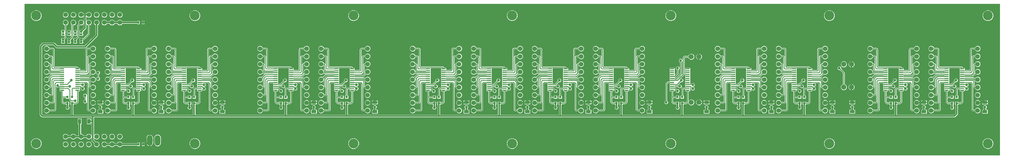
<source format=gbl>
G04 #@! TF.FileFunction,Copper,L2,Bot,Signal*
%FSLAX46Y46*%
G04 Gerber Fmt 4.6, Leading zero omitted, Abs format (unit mm)*
G04 Created by KiCad (PCBNEW (2014-11-27 BZR 5304)-product) date 2015 February 14, Saturday 16:28:48*
%MOMM*%
G01*
G04 APERTURE LIST*
%ADD10C,0.100000*%
%ADD11R,1.399540X0.350520*%
%ADD12C,1.524000*%
%ADD13R,0.800000X0.750000*%
%ADD14C,1.676400*%
%ADD15C,1.506220*%
%ADD16R,0.900000X0.500000*%
%ADD17R,1.000000X1.600000*%
%ADD18O,1.800860X3.500120*%
%ADD19C,3.200000*%
%ADD20R,1.600000X1.000000*%
%ADD21R,0.500000X0.900000*%
%ADD22C,0.889000*%
%ADD23C,0.254000*%
%ADD24C,0.508000*%
%ADD25C,0.152400*%
%ADD26C,0.050800*%
G04 APERTURE END LIST*
D10*
D11*
X62460000Y-140992500D03*
X62460000Y-140357500D03*
X62460000Y-139722500D03*
X62460000Y-139087500D03*
X62460000Y-138452500D03*
X62460000Y-137817500D03*
X62460000Y-137182500D03*
X62460000Y-136547500D03*
X62460000Y-135912500D03*
X62460000Y-135277500D03*
X62460000Y-134642500D03*
X62460000Y-134007500D03*
X67540000Y-134007500D03*
X67540000Y-134642500D03*
X67540000Y-135277500D03*
X67540000Y-135912500D03*
X67540000Y-136547500D03*
X67540000Y-137182500D03*
X67540000Y-137817500D03*
X67540000Y-138452500D03*
X67540000Y-139087500D03*
X67540000Y-139722500D03*
X67540000Y-140357500D03*
X67540000Y-140992500D03*
D12*
X57380000Y-127340000D03*
X57380000Y-129880000D03*
X57380000Y-132420000D03*
X57380000Y-134960000D03*
X57380000Y-137500000D03*
X57380000Y-140040000D03*
X57380000Y-142580000D03*
X57380000Y-145120000D03*
X57380000Y-147660000D03*
X72620000Y-147660000D03*
X72620000Y-145120000D03*
X72620000Y-142580000D03*
X72620000Y-140040000D03*
X72620000Y-137500000D03*
X72620000Y-134960000D03*
X72620000Y-132420000D03*
X72620000Y-129880000D03*
X72620000Y-127340000D03*
D11*
X82460000Y-140992500D03*
X82460000Y-140357500D03*
X82460000Y-139722500D03*
X82460000Y-139087500D03*
X82460000Y-138452500D03*
X82460000Y-137817500D03*
X82460000Y-137182500D03*
X82460000Y-136547500D03*
X82460000Y-135912500D03*
X82460000Y-135277500D03*
X82460000Y-134642500D03*
X82460000Y-134007500D03*
X87540000Y-134007500D03*
X87540000Y-134642500D03*
X87540000Y-135277500D03*
X87540000Y-135912500D03*
X87540000Y-136547500D03*
X87540000Y-137182500D03*
X87540000Y-137817500D03*
X87540000Y-138452500D03*
X87540000Y-139087500D03*
X87540000Y-139722500D03*
X87540000Y-140357500D03*
X87540000Y-140992500D03*
X102465000Y-140992500D03*
X102465000Y-140357500D03*
X102465000Y-139722500D03*
X102465000Y-139087500D03*
X102465000Y-138452500D03*
X102465000Y-137817500D03*
X102465000Y-137182500D03*
X102465000Y-136547500D03*
X102465000Y-135912500D03*
X102465000Y-135277500D03*
X102465000Y-134642500D03*
X102465000Y-134007500D03*
X107545000Y-134007500D03*
X107545000Y-134642500D03*
X107545000Y-135277500D03*
X107545000Y-135912500D03*
X107545000Y-136547500D03*
X107545000Y-137182500D03*
X107545000Y-137817500D03*
X107545000Y-138452500D03*
X107545000Y-139087500D03*
X107545000Y-139722500D03*
X107545000Y-140357500D03*
X107545000Y-140992500D03*
X132460000Y-140992500D03*
X132460000Y-140357500D03*
X132460000Y-139722500D03*
X132460000Y-139087500D03*
X132460000Y-138452500D03*
X132460000Y-137817500D03*
X132460000Y-137182500D03*
X132460000Y-136547500D03*
X132460000Y-135912500D03*
X132460000Y-135277500D03*
X132460000Y-134642500D03*
X132460000Y-134007500D03*
X137540000Y-134007500D03*
X137540000Y-134642500D03*
X137540000Y-135277500D03*
X137540000Y-135912500D03*
X137540000Y-136547500D03*
X137540000Y-137182500D03*
X137540000Y-137817500D03*
X137540000Y-138452500D03*
X137540000Y-139087500D03*
X137540000Y-139722500D03*
X137540000Y-140357500D03*
X137540000Y-140992500D03*
X152460000Y-140992500D03*
X152460000Y-140357500D03*
X152460000Y-139722500D03*
X152460000Y-139087500D03*
X152460000Y-138452500D03*
X152460000Y-137817500D03*
X152460000Y-137182500D03*
X152460000Y-136547500D03*
X152460000Y-135912500D03*
X152460000Y-135277500D03*
X152460000Y-134642500D03*
X152460000Y-134007500D03*
X157540000Y-134007500D03*
X157540000Y-134642500D03*
X157540000Y-135277500D03*
X157540000Y-135912500D03*
X157540000Y-136547500D03*
X157540000Y-137182500D03*
X157540000Y-137817500D03*
X157540000Y-138452500D03*
X157540000Y-139087500D03*
X157540000Y-139722500D03*
X157540000Y-140357500D03*
X157540000Y-140992500D03*
X182460000Y-140992500D03*
X182460000Y-140357500D03*
X182460000Y-139722500D03*
X182460000Y-139087500D03*
X182460000Y-138452500D03*
X182460000Y-137817500D03*
X182460000Y-137182500D03*
X182460000Y-136547500D03*
X182460000Y-135912500D03*
X182460000Y-135277500D03*
X182460000Y-134642500D03*
X182460000Y-134007500D03*
X187540000Y-134007500D03*
X187540000Y-134642500D03*
X187540000Y-135277500D03*
X187540000Y-135912500D03*
X187540000Y-136547500D03*
X187540000Y-137182500D03*
X187540000Y-137817500D03*
X187540000Y-138452500D03*
X187540000Y-139087500D03*
X187540000Y-139722500D03*
X187540000Y-140357500D03*
X187540000Y-140992500D03*
X202460000Y-140992500D03*
X202460000Y-140357500D03*
X202460000Y-139722500D03*
X202460000Y-139087500D03*
X202460000Y-138452500D03*
X202460000Y-137817500D03*
X202460000Y-137182500D03*
X202460000Y-136547500D03*
X202460000Y-135912500D03*
X202460000Y-135277500D03*
X202460000Y-134642500D03*
X202460000Y-134007500D03*
X207540000Y-134007500D03*
X207540000Y-134642500D03*
X207540000Y-135277500D03*
X207540000Y-135912500D03*
X207540000Y-136547500D03*
X207540000Y-137182500D03*
X207540000Y-137817500D03*
X207540000Y-138452500D03*
X207540000Y-139087500D03*
X207540000Y-139722500D03*
X207540000Y-140357500D03*
X207540000Y-140992500D03*
X222460000Y-140992500D03*
X222460000Y-140357500D03*
X222460000Y-139722500D03*
X222460000Y-139087500D03*
X222460000Y-138452500D03*
X222460000Y-137817500D03*
X222460000Y-137182500D03*
X222460000Y-136547500D03*
X222460000Y-135912500D03*
X222460000Y-135277500D03*
X222460000Y-134642500D03*
X222460000Y-134007500D03*
X227540000Y-134007500D03*
X227540000Y-134642500D03*
X227540000Y-135277500D03*
X227540000Y-135912500D03*
X227540000Y-136547500D03*
X227540000Y-137182500D03*
X227540000Y-137817500D03*
X227540000Y-138452500D03*
X227540000Y-139087500D03*
X227540000Y-139722500D03*
X227540000Y-140357500D03*
X227540000Y-140992500D03*
X242460000Y-140992500D03*
X242460000Y-140357500D03*
X242460000Y-139722500D03*
X242460000Y-139087500D03*
X242460000Y-138452500D03*
X242460000Y-137817500D03*
X242460000Y-137182500D03*
X242460000Y-136547500D03*
X242460000Y-135912500D03*
X242460000Y-135277500D03*
X242460000Y-134642500D03*
X242460000Y-134007500D03*
X247540000Y-134007500D03*
X247540000Y-134642500D03*
X247540000Y-135277500D03*
X247540000Y-135912500D03*
X247540000Y-136547500D03*
X247540000Y-137182500D03*
X247540000Y-137817500D03*
X247540000Y-138452500D03*
X247540000Y-139087500D03*
X247540000Y-139722500D03*
X247540000Y-140357500D03*
X247540000Y-140992500D03*
X282460000Y-140992500D03*
X282460000Y-140357500D03*
X282460000Y-139722500D03*
X282460000Y-139087500D03*
X282460000Y-138452500D03*
X282460000Y-137817500D03*
X282460000Y-137182500D03*
X282460000Y-136547500D03*
X282460000Y-135912500D03*
X282460000Y-135277500D03*
X282460000Y-134642500D03*
X282460000Y-134007500D03*
X287540000Y-134007500D03*
X287540000Y-134642500D03*
X287540000Y-135277500D03*
X287540000Y-135912500D03*
X287540000Y-136547500D03*
X287540000Y-137182500D03*
X287540000Y-137817500D03*
X287540000Y-138452500D03*
X287540000Y-139087500D03*
X287540000Y-139722500D03*
X287540000Y-140357500D03*
X287540000Y-140992500D03*
X302460000Y-140992500D03*
X302460000Y-140357500D03*
X302460000Y-139722500D03*
X302460000Y-139087500D03*
X302460000Y-138452500D03*
X302460000Y-137817500D03*
X302460000Y-137182500D03*
X302460000Y-136547500D03*
X302460000Y-135912500D03*
X302460000Y-135277500D03*
X302460000Y-134642500D03*
X302460000Y-134007500D03*
X307540000Y-134007500D03*
X307540000Y-134642500D03*
X307540000Y-135277500D03*
X307540000Y-135912500D03*
X307540000Y-136547500D03*
X307540000Y-137182500D03*
X307540000Y-137817500D03*
X307540000Y-138452500D03*
X307540000Y-139087500D03*
X307540000Y-139722500D03*
X307540000Y-140357500D03*
X307540000Y-140992500D03*
X332460000Y-140992500D03*
X332460000Y-140357500D03*
X332460000Y-139722500D03*
X332460000Y-139087500D03*
X332460000Y-138452500D03*
X332460000Y-137817500D03*
X332460000Y-137182500D03*
X332460000Y-136547500D03*
X332460000Y-135912500D03*
X332460000Y-135277500D03*
X332460000Y-134642500D03*
X332460000Y-134007500D03*
X337540000Y-134007500D03*
X337540000Y-134642500D03*
X337540000Y-135277500D03*
X337540000Y-135912500D03*
X337540000Y-136547500D03*
X337540000Y-137182500D03*
X337540000Y-137817500D03*
X337540000Y-138452500D03*
X337540000Y-139087500D03*
X337540000Y-139722500D03*
X337540000Y-140357500D03*
X337540000Y-140992500D03*
X352460000Y-140992500D03*
X352460000Y-140357500D03*
X352460000Y-139722500D03*
X352460000Y-139087500D03*
X352460000Y-138452500D03*
X352460000Y-137817500D03*
X352460000Y-137182500D03*
X352460000Y-136547500D03*
X352460000Y-135912500D03*
X352460000Y-135277500D03*
X352460000Y-134642500D03*
X352460000Y-134007500D03*
X357540000Y-134007500D03*
X357540000Y-134642500D03*
X357540000Y-135277500D03*
X357540000Y-135912500D03*
X357540000Y-136547500D03*
X357540000Y-137182500D03*
X357540000Y-137817500D03*
X357540000Y-138452500D03*
X357540000Y-139087500D03*
X357540000Y-139722500D03*
X357540000Y-140357500D03*
X357540000Y-140992500D03*
D12*
X77380000Y-127340000D03*
X77380000Y-129880000D03*
X77380000Y-132420000D03*
X77380000Y-134960000D03*
X77380000Y-137500000D03*
X77380000Y-140040000D03*
X77380000Y-142580000D03*
X77380000Y-145120000D03*
X77380000Y-147660000D03*
X92620000Y-147660000D03*
X92620000Y-145120000D03*
X92620000Y-142580000D03*
X92620000Y-140040000D03*
X92620000Y-137500000D03*
X92620000Y-134960000D03*
X92620000Y-132420000D03*
X92620000Y-129880000D03*
X92620000Y-127340000D03*
X97380000Y-127340000D03*
X97380000Y-129880000D03*
X97380000Y-132420000D03*
X97380000Y-134960000D03*
X97380000Y-137500000D03*
X97380000Y-140040000D03*
X97380000Y-142580000D03*
X97380000Y-145120000D03*
X97380000Y-147660000D03*
X112620000Y-147660000D03*
X112620000Y-145120000D03*
X112620000Y-142580000D03*
X112620000Y-140040000D03*
X112620000Y-137500000D03*
X112620000Y-134960000D03*
X112620000Y-132420000D03*
X112620000Y-129880000D03*
X112620000Y-127340000D03*
X127380000Y-127340000D03*
X127380000Y-129880000D03*
X127380000Y-132420000D03*
X127380000Y-134960000D03*
X127380000Y-137500000D03*
X127380000Y-140040000D03*
X127380000Y-142580000D03*
X127380000Y-145120000D03*
X127380000Y-147660000D03*
X142620000Y-147660000D03*
X142620000Y-145120000D03*
X142620000Y-142580000D03*
X142620000Y-140040000D03*
X142620000Y-137500000D03*
X142620000Y-134960000D03*
X142620000Y-132420000D03*
X142620000Y-129880000D03*
X142620000Y-127340000D03*
X147380000Y-127340000D03*
X147380000Y-129880000D03*
X147380000Y-132420000D03*
X147380000Y-134960000D03*
X147380000Y-137500000D03*
X147380000Y-140040000D03*
X147380000Y-142580000D03*
X147380000Y-145120000D03*
X147380000Y-147660000D03*
X162620000Y-147660000D03*
X162620000Y-145120000D03*
X162620000Y-142580000D03*
X162620000Y-140040000D03*
X162620000Y-137500000D03*
X162620000Y-134960000D03*
X162620000Y-132420000D03*
X162620000Y-129880000D03*
X162620000Y-127340000D03*
X177380000Y-127340000D03*
X177380000Y-129880000D03*
X177380000Y-132420000D03*
X177380000Y-134960000D03*
X177380000Y-137500000D03*
X177380000Y-140040000D03*
X177380000Y-142580000D03*
X177380000Y-145120000D03*
X177380000Y-147660000D03*
X192620000Y-147660000D03*
X192620000Y-145120000D03*
X192620000Y-142580000D03*
X192620000Y-140040000D03*
X192620000Y-137500000D03*
X192620000Y-134960000D03*
X192620000Y-132420000D03*
X192620000Y-129880000D03*
X192620000Y-127340000D03*
X197380000Y-127340000D03*
X197380000Y-129880000D03*
X197380000Y-132420000D03*
X197380000Y-134960000D03*
X197380000Y-137500000D03*
X197380000Y-140040000D03*
X197380000Y-142580000D03*
X197380000Y-145120000D03*
X197380000Y-147660000D03*
X212620000Y-147660000D03*
X212620000Y-145120000D03*
X212620000Y-142580000D03*
X212620000Y-140040000D03*
X212620000Y-137500000D03*
X212620000Y-134960000D03*
X212620000Y-132420000D03*
X212620000Y-129880000D03*
X212620000Y-127340000D03*
X217380000Y-127340000D03*
X217380000Y-129880000D03*
X217380000Y-132420000D03*
X217380000Y-134960000D03*
X217380000Y-137500000D03*
X217380000Y-140040000D03*
X217380000Y-142580000D03*
X217380000Y-145120000D03*
X217380000Y-147660000D03*
X232620000Y-147660000D03*
X232620000Y-145120000D03*
X232620000Y-142580000D03*
X232620000Y-140040000D03*
X232620000Y-137500000D03*
X232620000Y-134960000D03*
X232620000Y-132420000D03*
X232620000Y-129880000D03*
X232620000Y-127340000D03*
X237380000Y-127340000D03*
X237380000Y-129880000D03*
X237380000Y-132420000D03*
X237380000Y-134960000D03*
X237380000Y-137500000D03*
X237380000Y-140040000D03*
X237380000Y-142580000D03*
X237380000Y-145120000D03*
X237380000Y-147660000D03*
X252620000Y-147660000D03*
X252620000Y-145120000D03*
X252620000Y-142580000D03*
X252620000Y-140040000D03*
X252620000Y-137500000D03*
X252620000Y-134960000D03*
X252620000Y-132420000D03*
X252620000Y-129880000D03*
X252620000Y-127340000D03*
X277380000Y-127340000D03*
X277380000Y-129880000D03*
X277380000Y-132420000D03*
X277380000Y-134960000D03*
X277380000Y-137500000D03*
X277380000Y-140040000D03*
X277380000Y-142580000D03*
X277380000Y-145120000D03*
X277380000Y-147660000D03*
X292620000Y-147660000D03*
X292620000Y-145120000D03*
X292620000Y-142580000D03*
X292620000Y-140040000D03*
X292620000Y-137500000D03*
X292620000Y-134960000D03*
X292620000Y-132420000D03*
X292620000Y-129880000D03*
X292620000Y-127340000D03*
X297380000Y-127340000D03*
X297380000Y-129880000D03*
X297380000Y-132420000D03*
X297380000Y-134960000D03*
X297380000Y-137500000D03*
X297380000Y-140040000D03*
X297380000Y-142580000D03*
X297380000Y-145120000D03*
X297380000Y-147660000D03*
X312620000Y-147660000D03*
X312620000Y-145120000D03*
X312620000Y-142580000D03*
X312620000Y-140040000D03*
X312620000Y-137500000D03*
X312620000Y-134960000D03*
X312620000Y-132420000D03*
X312620000Y-129880000D03*
X312620000Y-127340000D03*
X327380000Y-127340000D03*
X327380000Y-129880000D03*
X327380000Y-132420000D03*
X327380000Y-134960000D03*
X327380000Y-137500000D03*
X327380000Y-140040000D03*
X327380000Y-142580000D03*
X327380000Y-145120000D03*
X327380000Y-147660000D03*
X342620000Y-147660000D03*
X342620000Y-145120000D03*
X342620000Y-142580000D03*
X342620000Y-140040000D03*
X342620000Y-137500000D03*
X342620000Y-134960000D03*
X342620000Y-132420000D03*
X342620000Y-129880000D03*
X342620000Y-127340000D03*
X347380000Y-127340000D03*
X347380000Y-129880000D03*
X347380000Y-132420000D03*
X347380000Y-134960000D03*
X347380000Y-137500000D03*
X347380000Y-140040000D03*
X347380000Y-142580000D03*
X347380000Y-145120000D03*
X347380000Y-147660000D03*
X362620000Y-147660000D03*
X362620000Y-145120000D03*
X362620000Y-142580000D03*
X362620000Y-140040000D03*
X362620000Y-137500000D03*
X362620000Y-134960000D03*
X362620000Y-132420000D03*
X362620000Y-129880000D03*
X362620000Y-127340000D03*
D13*
X65750000Y-145250000D03*
X64250000Y-145250000D03*
X85750000Y-145250000D03*
X84250000Y-145250000D03*
X105750000Y-145250000D03*
X104250000Y-145250000D03*
X135750000Y-145250000D03*
X134250000Y-145250000D03*
X155750000Y-145250000D03*
X154250000Y-145250000D03*
X186000000Y-145250000D03*
X184500000Y-145250000D03*
X205750000Y-145250000D03*
X204250000Y-145250000D03*
X225750000Y-145250000D03*
X224250000Y-145250000D03*
X245750000Y-145250000D03*
X244250000Y-145250000D03*
X285750000Y-145250000D03*
X284250000Y-145250000D03*
X305750000Y-145250000D03*
X304250000Y-145250000D03*
X335750000Y-145250000D03*
X334250000Y-145250000D03*
X355750000Y-145250000D03*
X354250000Y-145250000D03*
X265750000Y-145250000D03*
X264250000Y-145250000D03*
D14*
X271270000Y-145000000D03*
X268730000Y-145000000D03*
X271270000Y-130000000D03*
X268730000Y-130000000D03*
X321270000Y-132500000D03*
X318730000Y-132500000D03*
X321270000Y-140000000D03*
X318730000Y-140000000D03*
D11*
X262460000Y-140992500D03*
X262460000Y-140357500D03*
X262460000Y-139722500D03*
X262460000Y-139087500D03*
X262460000Y-138452500D03*
X262460000Y-137817500D03*
X262460000Y-137182500D03*
X262460000Y-136547500D03*
X262460000Y-135912500D03*
X262460000Y-135277500D03*
X262460000Y-134642500D03*
X262460000Y-134007500D03*
X267540000Y-134007500D03*
X267540000Y-134642500D03*
X267540000Y-135277500D03*
X267540000Y-135912500D03*
X267540000Y-136547500D03*
X267540000Y-137182500D03*
X267540000Y-137817500D03*
X267540000Y-138452500D03*
X267540000Y-139087500D03*
X267540000Y-139722500D03*
X267540000Y-140357500D03*
X267540000Y-140992500D03*
D15*
X63610000Y-156230000D03*
X63610000Y-158770000D03*
X66150000Y-156230000D03*
X66150000Y-158770000D03*
X68690000Y-156230000D03*
X68690000Y-158770000D03*
X71230000Y-156230000D03*
X71230000Y-158770000D03*
X73770000Y-156230000D03*
X73770000Y-158770000D03*
X76310000Y-156230000D03*
X76310000Y-158770000D03*
X78850000Y-156230000D03*
X78850000Y-158770000D03*
X81390000Y-156230000D03*
X81390000Y-158770000D03*
X63610000Y-116230000D03*
X63610000Y-118770000D03*
X66150000Y-116230000D03*
X66150000Y-118770000D03*
X68690000Y-116230000D03*
X68690000Y-118770000D03*
X71230000Y-116230000D03*
X71230000Y-118770000D03*
X73770000Y-116230000D03*
X73770000Y-118770000D03*
X76310000Y-116230000D03*
X76310000Y-118770000D03*
X78850000Y-116230000D03*
X78850000Y-118770000D03*
X81390000Y-116230000D03*
X81390000Y-118770000D03*
D13*
X65750000Y-143250000D03*
X64250000Y-143250000D03*
X85750000Y-143250000D03*
X84250000Y-143250000D03*
X105750000Y-143250000D03*
X104250000Y-143250000D03*
X135750000Y-143250000D03*
X134250000Y-143250000D03*
X155750000Y-143250000D03*
X154250000Y-143250000D03*
X186000000Y-143250000D03*
X184500000Y-143250000D03*
X205750000Y-143250000D03*
X204250000Y-143250000D03*
X225750000Y-143250000D03*
X224250000Y-143250000D03*
X245750000Y-143250000D03*
X244250000Y-143250000D03*
X285750000Y-143250000D03*
X284250000Y-143250000D03*
X305750000Y-143250000D03*
X304250000Y-143250000D03*
X335750000Y-143250000D03*
X334250000Y-143250000D03*
X355750000Y-143250000D03*
X354250000Y-143250000D03*
X265750000Y-143250000D03*
X264250000Y-143250000D03*
D16*
X68750000Y-126750000D03*
X68750000Y-125250000D03*
X68750000Y-124250000D03*
X68750000Y-122750000D03*
X66750000Y-126750000D03*
X66750000Y-125250000D03*
X66750000Y-124250000D03*
X66750000Y-122750000D03*
X64750000Y-126750000D03*
X64750000Y-125250000D03*
X64750000Y-124250000D03*
X64750000Y-122750000D03*
X62750000Y-126750000D03*
X62750000Y-125250000D03*
X62750000Y-124250000D03*
X62750000Y-122750000D03*
D17*
X71250000Y-151250000D03*
X68250000Y-151250000D03*
D18*
X91230000Y-157500000D03*
X93770000Y-157500000D03*
D19*
X106000000Y-116500000D03*
X158000000Y-116500000D03*
X210000000Y-116500000D03*
X262000000Y-116500000D03*
X314000000Y-116500000D03*
X366000000Y-116500000D03*
X366000000Y-158500000D03*
X314000000Y-158500000D03*
X262000000Y-158500000D03*
X210000000Y-158500000D03*
X158000000Y-158500000D03*
X106000000Y-158500000D03*
X54000000Y-158500000D03*
X54000000Y-116500000D03*
D20*
X75000000Y-145000000D03*
X75000000Y-148000000D03*
X95000000Y-145000000D03*
X95000000Y-148000000D03*
X115000000Y-145000000D03*
X115000000Y-148000000D03*
X145000000Y-145000000D03*
X145000000Y-148000000D03*
X165000000Y-145000000D03*
X165000000Y-148000000D03*
X195000000Y-145000000D03*
X195000000Y-148000000D03*
X215000000Y-145000000D03*
X215000000Y-148000000D03*
X235000000Y-145000000D03*
X235000000Y-148000000D03*
X255000000Y-145000000D03*
X255000000Y-148000000D03*
X295000000Y-145000000D03*
X295000000Y-148000000D03*
X315000000Y-145000000D03*
X315000000Y-148000000D03*
X345000000Y-145000000D03*
X345000000Y-148000000D03*
X365000000Y-145000000D03*
X365000000Y-148000000D03*
X273750000Y-145000000D03*
X273750000Y-148000000D03*
X321500000Y-145000000D03*
X321500000Y-148000000D03*
D21*
X87500000Y-158750000D03*
X89000000Y-158750000D03*
X87500000Y-118750000D03*
X89000000Y-118750000D03*
D22*
X84250000Y-146750000D03*
X104250000Y-146750000D03*
X134250000Y-146750000D03*
X154250000Y-146750000D03*
X184500000Y-146750000D03*
X204250000Y-146750000D03*
X224250000Y-146750000D03*
X244250000Y-146750000D03*
X264250000Y-146750000D03*
X284250000Y-146750000D03*
X304250000Y-146750000D03*
X334250000Y-146750000D03*
X354250000Y-146750000D03*
X64250000Y-146750000D03*
X273750000Y-146500000D03*
X295000000Y-146500000D03*
X315000000Y-146500000D03*
X321500000Y-146500000D03*
X345000000Y-146500000D03*
X365000000Y-146500000D03*
X255000000Y-146500000D03*
X235000000Y-146500000D03*
X215000000Y-146500000D03*
X195000000Y-146500000D03*
X165000000Y-146500000D03*
X115000000Y-146500000D03*
X95000000Y-146500000D03*
X75000000Y-146500000D03*
X145000000Y-146500000D03*
X62750000Y-121750000D03*
X64750000Y-121750000D03*
X66750000Y-121750000D03*
X68750000Y-121750000D03*
X84250000Y-141250000D03*
X69250000Y-140500000D03*
X104250000Y-141250000D03*
X89250000Y-140500000D03*
X134250000Y-141250000D03*
X109000000Y-140500000D03*
X154250000Y-141250000D03*
X139000000Y-140500000D03*
X184250000Y-141250000D03*
X159000000Y-140500000D03*
X204250000Y-141250000D03*
X189000000Y-140500000D03*
X224250000Y-141250000D03*
X209000000Y-140500000D03*
X244250000Y-141250000D03*
X229000000Y-140500000D03*
X284250000Y-141250000D03*
X269250000Y-140500000D03*
X289000000Y-140500000D03*
X304250000Y-141250000D03*
X309000000Y-140500000D03*
X334250000Y-141250000D03*
X339000000Y-140500000D03*
X354250000Y-141250000D03*
X260500000Y-145000000D03*
X265250000Y-131250000D03*
X264250000Y-133750000D03*
X317250000Y-133750000D03*
X66750000Y-144500000D03*
X65000000Y-139750000D03*
X85000000Y-139750000D03*
X105000000Y-139750000D03*
X135000000Y-139750000D03*
X155000000Y-139750000D03*
X185000000Y-139750000D03*
X205000000Y-139750000D03*
X225000000Y-139750000D03*
X245000000Y-139750000D03*
X265000000Y-139750000D03*
X285000000Y-139750000D03*
X305000000Y-139750000D03*
X335000000Y-139750000D03*
X355000000Y-139750000D03*
X61000000Y-139500000D03*
X355500000Y-137750000D03*
X335500000Y-137750000D03*
X305500000Y-137750000D03*
X285500000Y-137750000D03*
X265500000Y-137750000D03*
X245500000Y-137750000D03*
X205500000Y-137750000D03*
X185500000Y-137750000D03*
X155500000Y-137750000D03*
X135500000Y-137750000D03*
X105500000Y-137750000D03*
X85500000Y-137750000D03*
X65500000Y-137750000D03*
X225500000Y-137750000D03*
X89250000Y-139250000D03*
X69250000Y-139250000D03*
X109000000Y-139250000D03*
X139000000Y-139250000D03*
X159000000Y-139250000D03*
X189000000Y-139250000D03*
X209000000Y-139250000D03*
X229000000Y-139250000D03*
X249000000Y-139250000D03*
X269250000Y-139250000D03*
X289000000Y-139250000D03*
X309000000Y-139250000D03*
X339000000Y-139250000D03*
X359000000Y-139250000D03*
X70000000Y-142750000D03*
X70000000Y-144750000D03*
X74250000Y-137250000D03*
X74250000Y-135250000D03*
X359000000Y-140500000D03*
X249000000Y-140500000D03*
X264250000Y-141250000D03*
D23*
X62460000Y-140992500D02*
X62460000Y-143250000D01*
X62844000Y-145250000D02*
X64250000Y-145250000D01*
X62460000Y-143250000D02*
X62460000Y-144866000D01*
X62460000Y-144866000D02*
X62844000Y-145250000D01*
X84250000Y-143250000D02*
X82460000Y-143250000D01*
X82460000Y-143250000D02*
X82460000Y-143342000D01*
X82460000Y-140992500D02*
X82460000Y-143342000D01*
X82844000Y-145250000D02*
X84250000Y-145250000D01*
X82460000Y-143342000D02*
X82460000Y-144866000D01*
X82460000Y-144866000D02*
X82844000Y-145250000D01*
X104250000Y-143250000D02*
X102465000Y-143250000D01*
X102460000Y-143342000D02*
X102465000Y-143342000D01*
X102460000Y-143255000D02*
X102460000Y-143342000D01*
X102465000Y-143250000D02*
X102460000Y-143255000D01*
X102465000Y-140992500D02*
X102465000Y-143342000D01*
X102465000Y-143342000D02*
X102465000Y-144871000D01*
X102844000Y-145250000D02*
X104250000Y-145250000D01*
X102465000Y-144871000D02*
X102844000Y-145250000D01*
X134250000Y-143250000D02*
X132460000Y-143250000D01*
X132460000Y-143250000D02*
X132460000Y-143342000D01*
X132460000Y-140992500D02*
X132460000Y-143342000D01*
X132844000Y-145250000D02*
X134250000Y-145250000D01*
X132460000Y-143342000D02*
X132460000Y-144866000D01*
X132460000Y-144866000D02*
X132844000Y-145250000D01*
X154250000Y-143250000D02*
X152460000Y-143250000D01*
X152460000Y-143250000D02*
X152460000Y-143342000D01*
X152460000Y-140992500D02*
X152460000Y-143342000D01*
X152844000Y-145250000D02*
X154250000Y-145250000D01*
X152460000Y-143342000D02*
X152460000Y-144866000D01*
X152460000Y-144866000D02*
X152844000Y-145250000D01*
X184500000Y-143250000D02*
X182460000Y-143250000D01*
X182460000Y-143250000D02*
X182460000Y-143342000D01*
X182460000Y-140992500D02*
X182460000Y-143342000D01*
X182844000Y-145250000D02*
X184500000Y-145250000D01*
X182460000Y-143342000D02*
X182460000Y-144866000D01*
X182460000Y-144866000D02*
X182844000Y-145250000D01*
X204250000Y-143250000D02*
X202460000Y-143250000D01*
X202460000Y-143250000D02*
X202460000Y-143342000D01*
X202460000Y-140992500D02*
X202460000Y-143342000D01*
X202844000Y-145250000D02*
X204250000Y-145250000D01*
X202460000Y-143342000D02*
X202460000Y-144866000D01*
X202460000Y-144866000D02*
X202844000Y-145250000D01*
X224250000Y-143250000D02*
X222460000Y-143250000D01*
X222460000Y-143250000D02*
X222460000Y-143088000D01*
X222460000Y-140992500D02*
X222460000Y-143088000D01*
X222844000Y-145250000D02*
X224250000Y-145250000D01*
X222460000Y-143088000D02*
X222460000Y-144866000D01*
X222460000Y-144866000D02*
X222844000Y-145250000D01*
X244250000Y-143250000D02*
X242460000Y-143250000D01*
X242460000Y-143250000D02*
X242460000Y-143088000D01*
X242460000Y-140992500D02*
X242460000Y-143088000D01*
X242844000Y-145250000D02*
X244250000Y-145250000D01*
X242460000Y-143088000D02*
X242460000Y-144866000D01*
X242460000Y-144866000D02*
X242844000Y-145250000D01*
X264250000Y-143250000D02*
X262460000Y-143250000D01*
X262460000Y-143250000D02*
X262460000Y-143342000D01*
X262460000Y-140992500D02*
X262460000Y-143342000D01*
X262844000Y-145250000D02*
X264250000Y-145250000D01*
X262460000Y-143342000D02*
X262460000Y-144866000D01*
X262460000Y-144866000D02*
X262844000Y-145250000D01*
X284250000Y-143250000D02*
X282460000Y-143250000D01*
X282460000Y-143250000D02*
X282460000Y-143342000D01*
X282460000Y-140992500D02*
X282460000Y-143342000D01*
X282844000Y-145250000D02*
X284250000Y-145250000D01*
X282460000Y-143342000D02*
X282460000Y-144866000D01*
X282460000Y-144866000D02*
X282844000Y-145250000D01*
X304250000Y-143250000D02*
X302460000Y-143250000D01*
X302460000Y-143250000D02*
X302460000Y-143088000D01*
X302460000Y-140992500D02*
X302460000Y-143088000D01*
X302844000Y-145250000D02*
X304250000Y-145250000D01*
X302460000Y-143088000D02*
X302460000Y-144866000D01*
X302460000Y-144866000D02*
X302844000Y-145250000D01*
X334250000Y-143250000D02*
X332460000Y-143250000D01*
X332460000Y-143250000D02*
X332460000Y-143342000D01*
X332460000Y-140992500D02*
X332460000Y-143342000D01*
X332844000Y-145250000D02*
X334250000Y-145250000D01*
X332460000Y-143342000D02*
X332460000Y-144866000D01*
X332460000Y-144866000D02*
X332844000Y-145250000D01*
X354250000Y-143250000D02*
X352460000Y-143250000D01*
X352460000Y-143250000D02*
X352460000Y-143342000D01*
X352460000Y-140992500D02*
X352460000Y-143342000D01*
X352844000Y-145250000D02*
X354250000Y-145250000D01*
X352460000Y-143342000D02*
X352460000Y-144866000D01*
X352460000Y-144866000D02*
X352844000Y-145250000D01*
X62500000Y-143250000D02*
X62460000Y-143250000D01*
X62460000Y-143250000D02*
X62500000Y-143250000D01*
X64250000Y-143250000D02*
X62460000Y-143250000D01*
D24*
X63610000Y-156230000D02*
X66150000Y-156230000D01*
X66150000Y-156230000D02*
X68690000Y-156230000D01*
X68690000Y-156230000D02*
X71230000Y-156230000D01*
X84250000Y-146750000D02*
X84250000Y-145250000D01*
X104250000Y-146750000D02*
X104250000Y-145250000D01*
X134250000Y-146750000D02*
X134250000Y-145250000D01*
X154250000Y-146750000D02*
X154250000Y-145250000D01*
X184500000Y-146750000D02*
X184500000Y-145250000D01*
X204250000Y-146750000D02*
X204250000Y-145250000D01*
X224250000Y-146750000D02*
X224250000Y-145250000D01*
X244250000Y-146750000D02*
X244250000Y-145250000D01*
X264250000Y-146750000D02*
X264250000Y-145250000D01*
X284250000Y-146750000D02*
X284250000Y-145250000D01*
X304250000Y-146750000D02*
X304250000Y-145250000D01*
X334250000Y-146750000D02*
X334250000Y-145250000D01*
X354250000Y-146750000D02*
X354250000Y-145250000D01*
X64250000Y-146750000D02*
X64250000Y-145250000D01*
X273750000Y-148000000D02*
X273750000Y-146500000D01*
X295000000Y-148000000D02*
X295000000Y-146500000D01*
X315000000Y-148000000D02*
X315000000Y-146500000D01*
X321500000Y-148000000D02*
X321500000Y-146500000D01*
X345000000Y-148000000D02*
X345000000Y-146500000D01*
X365000000Y-148000000D02*
X365000000Y-146500000D01*
X255000000Y-148000000D02*
X255000000Y-146500000D01*
X235000000Y-148000000D02*
X235000000Y-146500000D01*
X215000000Y-148000000D02*
X215000000Y-146500000D01*
X195000000Y-148000000D02*
X195000000Y-146500000D01*
X165000000Y-148000000D02*
X165000000Y-146500000D01*
X115000000Y-148000000D02*
X115000000Y-146500000D01*
X95000000Y-148000000D02*
X95000000Y-146500000D01*
X75000000Y-148000000D02*
X75000000Y-146500000D01*
X145000000Y-148000000D02*
X145000000Y-146500000D01*
D23*
X64750000Y-121750000D02*
X64750000Y-122750000D01*
X62750000Y-122750000D02*
X62750000Y-121750000D01*
X66750000Y-122750000D02*
X66750000Y-121750000D01*
X68750000Y-122750000D02*
X68750000Y-121750000D01*
D24*
X70020000Y-116230000D02*
X71230000Y-116230000D01*
X70000000Y-116250000D02*
X70020000Y-116230000D01*
X70000000Y-120500000D02*
X70000000Y-116250000D01*
X68750000Y-121750000D02*
X70000000Y-120500000D01*
X68690000Y-116230000D02*
X70020000Y-116230000D01*
X68250000Y-155790000D02*
X68690000Y-156230000D01*
X68250000Y-151250000D02*
X68250000Y-155790000D01*
D23*
X82460000Y-140357500D02*
X83357500Y-140357500D01*
X68472500Y-139722500D02*
X69250000Y-140500000D01*
X68472500Y-139722500D02*
X67540000Y-139722500D01*
X83357500Y-140357500D02*
X84250000Y-141250000D01*
X67540000Y-140357500D02*
X65952500Y-140357500D01*
X65750000Y-140560000D02*
X65750000Y-143250000D01*
X65952500Y-140357500D02*
X65750000Y-140560000D01*
X67540000Y-140992500D02*
X67540000Y-144866000D01*
X67156000Y-145250000D02*
X65750000Y-145250000D01*
X67540000Y-144866000D02*
X67156000Y-145250000D01*
X87540000Y-140992500D02*
X87540000Y-144866000D01*
X87156000Y-145250000D02*
X85750000Y-145250000D01*
X87540000Y-144866000D02*
X87156000Y-145250000D01*
X107156000Y-145250000D02*
X105750000Y-145250000D01*
X107545000Y-140992500D02*
X107545000Y-144861000D01*
X107545000Y-144861000D02*
X107156000Y-145250000D01*
X137156000Y-145250000D02*
X135750000Y-145250000D01*
X137540000Y-140992500D02*
X137540000Y-144866000D01*
X137540000Y-144866000D02*
X137156000Y-145250000D01*
X157156000Y-145250000D02*
X155750000Y-145250000D01*
X157540000Y-140992500D02*
X157540000Y-144866000D01*
X157540000Y-144866000D02*
X157156000Y-145250000D01*
X187156000Y-145250000D02*
X186000000Y-145250000D01*
X187540000Y-140992500D02*
X187540000Y-144866000D01*
X187540000Y-144866000D02*
X187156000Y-145250000D01*
X207156000Y-145250000D02*
X205750000Y-145250000D01*
X207540000Y-140992500D02*
X207540000Y-144866000D01*
X207540000Y-144866000D02*
X207156000Y-145250000D01*
X227156000Y-145250000D02*
X225750000Y-145250000D01*
X227540000Y-140992500D02*
X227540000Y-144866000D01*
X227540000Y-144866000D02*
X227156000Y-145250000D01*
X247156000Y-145250000D02*
X245750000Y-145250000D01*
X247540000Y-140992500D02*
X247540000Y-144866000D01*
X247540000Y-144866000D02*
X247156000Y-145250000D01*
X267156000Y-145250000D02*
X265750000Y-145250000D01*
X267540000Y-140992500D02*
X267540000Y-144866000D01*
X267540000Y-144866000D02*
X267156000Y-145250000D01*
X287156000Y-145250000D02*
X285750000Y-145250000D01*
X287540000Y-140992500D02*
X287540000Y-144866000D01*
X287540000Y-144866000D02*
X287156000Y-145250000D01*
X307156000Y-145250000D02*
X305750000Y-145250000D01*
X307540000Y-140992500D02*
X307540000Y-144866000D01*
X307540000Y-144866000D02*
X307156000Y-145250000D01*
X337156000Y-145250000D02*
X335750000Y-145250000D01*
X337540000Y-140992500D02*
X337540000Y-144866000D01*
X337540000Y-144866000D02*
X337156000Y-145250000D01*
X357540000Y-140992500D02*
X357540000Y-144866000D01*
X357156000Y-145250000D02*
X355750000Y-145250000D01*
X357540000Y-144866000D02*
X357156000Y-145250000D01*
D24*
X85750000Y-149500000D02*
X85500000Y-149500000D01*
X85500000Y-149500000D02*
X72500000Y-149500000D01*
X85750000Y-145250000D02*
X85750000Y-149500000D01*
X105750000Y-149500000D02*
X105750000Y-145250000D01*
X85750000Y-149500000D02*
X105750000Y-149500000D01*
X135750000Y-149500000D02*
X135750000Y-145250000D01*
X105750000Y-149500000D02*
X135750000Y-149500000D01*
X155750000Y-149500000D02*
X155750000Y-145250000D01*
X135750000Y-149500000D02*
X155750000Y-149500000D01*
X186000000Y-149500000D02*
X186000000Y-145250000D01*
X155750000Y-149500000D02*
X186000000Y-149500000D01*
X205750000Y-149500000D02*
X205750000Y-145250000D01*
X186000000Y-149500000D02*
X205750000Y-149500000D01*
X225750000Y-149500000D02*
X225750000Y-145250000D01*
X205750000Y-149500000D02*
X225750000Y-149500000D01*
X245750000Y-149500000D02*
X245750000Y-145250000D01*
X225750000Y-149500000D02*
X245750000Y-149500000D01*
X265750000Y-149500000D02*
X265750000Y-145250000D01*
X245750000Y-149500000D02*
X265750000Y-149500000D01*
X285750000Y-149500000D02*
X285750000Y-145250000D01*
X265750000Y-149500000D02*
X285750000Y-149500000D01*
X305750000Y-149500000D02*
X305750000Y-145250000D01*
X285750000Y-149500000D02*
X305750000Y-149500000D01*
X335750000Y-149500000D02*
X335750000Y-145250000D01*
X305750000Y-149500000D02*
X335750000Y-149500000D01*
X355000000Y-149500000D02*
X355750000Y-148750000D01*
X355750000Y-148750000D02*
X355750000Y-145250000D01*
X335750000Y-149500000D02*
X355000000Y-149500000D01*
X72500000Y-151250000D02*
X72500000Y-149500000D01*
X72500000Y-157500000D02*
X72500000Y-151250000D01*
X73770000Y-158770000D02*
X72500000Y-157500000D01*
X65750000Y-149500000D02*
X65750000Y-145250000D01*
X70750000Y-149500000D02*
X65750000Y-149500000D01*
X72500000Y-149500000D02*
X70750000Y-149500000D01*
X56000000Y-149500000D02*
X55500000Y-149000000D01*
X55500000Y-149000000D02*
X55500000Y-126500000D01*
X65750000Y-149500000D02*
X56000000Y-149500000D01*
X62750000Y-126750000D02*
X64750000Y-126750000D01*
X66750000Y-126750000D02*
X64750000Y-126750000D01*
X68750000Y-126750000D02*
X66750000Y-126750000D01*
X60750000Y-126750000D02*
X59750000Y-125750000D01*
X59750000Y-125750000D02*
X56250000Y-125750000D01*
X56250000Y-125750000D02*
X55500000Y-126500000D01*
X62750000Y-126750000D02*
X60750000Y-126750000D01*
X70000000Y-126750000D02*
X73770000Y-122980000D01*
X73770000Y-122980000D02*
X73770000Y-118770000D01*
X68750000Y-126750000D02*
X70000000Y-126750000D01*
X72250000Y-151250000D02*
X72500000Y-151250000D01*
X72500000Y-151250000D02*
X72250000Y-151250000D01*
X71250000Y-151250000D02*
X72500000Y-151250000D01*
D23*
X67540000Y-134007500D02*
X67540000Y-133690000D01*
X59412000Y-127340000D02*
X57380000Y-127340000D01*
X59666000Y-127594000D02*
X59412000Y-127340000D01*
X59666000Y-133182000D02*
X59666000Y-127594000D01*
X59920000Y-133436000D02*
X59666000Y-133182000D01*
X67286000Y-133436000D02*
X59920000Y-133436000D01*
X67540000Y-133690000D02*
X67286000Y-133436000D01*
X62460000Y-134007500D02*
X59475500Y-134007500D01*
X58904000Y-129880000D02*
X57380000Y-129880000D01*
X59158000Y-130134000D02*
X58904000Y-129880000D01*
X59158000Y-133690000D02*
X59158000Y-130134000D01*
X59475500Y-134007500D02*
X59158000Y-133690000D01*
X62460000Y-134642500D02*
X58840500Y-134642500D01*
X58396000Y-132420000D02*
X57380000Y-132420000D01*
X58650000Y-132674000D02*
X58396000Y-132420000D01*
X58650000Y-134452000D02*
X58650000Y-132674000D01*
X58840500Y-134642500D02*
X58650000Y-134452000D01*
X62460000Y-135277500D02*
X57697500Y-135277500D01*
X57697500Y-135277500D02*
X57380000Y-134960000D01*
X62460000Y-135912500D02*
X58967500Y-135912500D01*
X58967500Y-135912500D02*
X57380000Y-137500000D01*
D25*
X57380000Y-137120000D02*
X57380000Y-137500000D01*
D23*
X62460000Y-136547500D02*
X59094500Y-136547500D01*
X58396000Y-140040000D02*
X57380000Y-140040000D01*
X58650000Y-139786000D02*
X58396000Y-140040000D01*
X58650000Y-136992000D02*
X58650000Y-139786000D01*
X59094500Y-136547500D02*
X58650000Y-136992000D01*
X62460000Y-137182500D02*
X59475500Y-137182500D01*
X58904000Y-142580000D02*
X57380000Y-142580000D01*
X59158000Y-142326000D02*
X58904000Y-142580000D01*
X59158000Y-137500000D02*
X59158000Y-142326000D01*
X59475500Y-137182500D02*
X59158000Y-137500000D01*
X62460000Y-137817500D02*
X59856500Y-137817500D01*
X59412000Y-145120000D02*
X57380000Y-145120000D01*
X59666000Y-144866000D02*
X59412000Y-145120000D01*
X59666000Y-138008000D02*
X59666000Y-144866000D01*
X59856500Y-137817500D02*
X59666000Y-138008000D01*
X62460000Y-138452500D02*
X60491500Y-138452500D01*
X59920000Y-147660000D02*
X57380000Y-147660000D01*
X60174000Y-147406000D02*
X59920000Y-147660000D01*
X60174000Y-138770000D02*
X60174000Y-147406000D01*
X60491500Y-138452500D02*
X60174000Y-138770000D01*
X71096000Y-147660000D02*
X72620000Y-147660000D01*
X70842000Y-147406000D02*
X71096000Y-147660000D01*
X70842000Y-138770000D02*
X70842000Y-147406000D01*
X70524500Y-138452500D02*
X70842000Y-138770000D01*
X67540000Y-138452500D02*
X70524500Y-138452500D01*
X71604000Y-140040000D02*
X72620000Y-140040000D01*
X71350000Y-139786000D02*
X71604000Y-140040000D01*
X71350000Y-138008000D02*
X71350000Y-139786000D01*
X71159500Y-137817500D02*
X71350000Y-138008000D01*
X67540000Y-137817500D02*
X71159500Y-137817500D01*
X67540000Y-137182500D02*
X72302500Y-137182500D01*
X72302500Y-137182500D02*
X72620000Y-137500000D01*
X67540000Y-136547500D02*
X71032500Y-136547500D01*
X71032500Y-136547500D02*
X72620000Y-134960000D01*
X67540000Y-135912500D02*
X70651500Y-135912500D01*
X71604000Y-132420000D02*
X72620000Y-132420000D01*
X71350000Y-132674000D02*
X71604000Y-132420000D01*
X71350000Y-135214000D02*
X71350000Y-132674000D01*
X70651500Y-135912500D02*
X71350000Y-135214000D01*
X67540000Y-135277500D02*
X70524500Y-135277500D01*
X71096000Y-129880000D02*
X72620000Y-129880000D01*
X70842000Y-130134000D02*
X71096000Y-129880000D01*
X70842000Y-134960000D02*
X70842000Y-130134000D01*
X70524500Y-135277500D02*
X70842000Y-134960000D01*
X70588000Y-127340000D02*
X72620000Y-127340000D01*
X70334000Y-127594000D02*
X70588000Y-127340000D01*
X70334000Y-134452000D02*
X70334000Y-127594000D01*
X70143500Y-134642500D02*
X70334000Y-134452000D01*
X67540000Y-134642500D02*
X70143500Y-134642500D01*
X82460000Y-138452500D02*
X80491500Y-138452500D01*
X79920000Y-147660000D02*
X77380000Y-147660000D01*
X80174000Y-147406000D02*
X79920000Y-147660000D01*
X80174000Y-138770000D02*
X80174000Y-147406000D01*
X80491500Y-138452500D02*
X80174000Y-138770000D01*
X82460000Y-137817500D02*
X79856500Y-137817500D01*
X79412000Y-145120000D02*
X77380000Y-145120000D01*
X79666000Y-144866000D02*
X79412000Y-145120000D01*
X79666000Y-138008000D02*
X79666000Y-144866000D01*
X79856500Y-137817500D02*
X79666000Y-138008000D01*
X82460000Y-137182500D02*
X79729500Y-137182500D01*
X78904000Y-142580000D02*
X77380000Y-142580000D01*
X79158000Y-142326000D02*
X78904000Y-142580000D01*
X79158000Y-137754000D02*
X79158000Y-142326000D01*
X79729500Y-137182500D02*
X79158000Y-137754000D01*
X82460000Y-136547500D02*
X79348500Y-136547500D01*
X78396000Y-140040000D02*
X77380000Y-140040000D01*
X78650000Y-139786000D02*
X78396000Y-140040000D01*
X78650000Y-137246000D02*
X78650000Y-139786000D01*
X79348500Y-136547500D02*
X78650000Y-137246000D01*
X82460000Y-135912500D02*
X78967500Y-135912500D01*
X78967500Y-135912500D02*
X77380000Y-137500000D01*
X82460000Y-135277500D02*
X77697500Y-135277500D01*
X77697500Y-135277500D02*
X77380000Y-134960000D01*
X82460000Y-134642500D02*
X78840500Y-134642500D01*
X78396000Y-132420000D02*
X77380000Y-132420000D01*
X78650000Y-132674000D02*
X78396000Y-132420000D01*
X78650000Y-134452000D02*
X78650000Y-132674000D01*
X78840500Y-134642500D02*
X78650000Y-134452000D01*
X82460000Y-134007500D02*
X79475500Y-134007500D01*
X78904000Y-129880000D02*
X77380000Y-129880000D01*
X79158000Y-130134000D02*
X78904000Y-129880000D01*
X79158000Y-133690000D02*
X79158000Y-130134000D01*
X79475500Y-134007500D02*
X79158000Y-133690000D01*
X87540000Y-134007500D02*
X87540000Y-133690000D01*
X79666000Y-127340000D02*
X77380000Y-127340000D01*
X79920000Y-127594000D02*
X79666000Y-127340000D01*
X79920000Y-133436000D02*
X79920000Y-127594000D01*
X87286000Y-133436000D02*
X79920000Y-133436000D01*
X87540000Y-133690000D02*
X87286000Y-133436000D01*
X87540000Y-134642500D02*
X89889500Y-134642500D01*
X90334000Y-127340000D02*
X92620000Y-127340000D01*
X90080000Y-127594000D02*
X90334000Y-127340000D01*
X90080000Y-134452000D02*
X90080000Y-127594000D01*
X89889500Y-134642500D02*
X90080000Y-134452000D01*
X87540000Y-135277500D02*
X90524500Y-135277500D01*
X90842000Y-129880000D02*
X92620000Y-129880000D01*
X90588000Y-130134000D02*
X90842000Y-129880000D01*
X90588000Y-135214000D02*
X90588000Y-130134000D01*
X90524500Y-135277500D02*
X90588000Y-135214000D01*
X87540000Y-135912500D02*
X90651500Y-135912500D01*
X91604000Y-132420000D02*
X92620000Y-132420000D01*
X91350000Y-132674000D02*
X91604000Y-132420000D01*
X91350000Y-135214000D02*
X91350000Y-132674000D01*
X90651500Y-135912500D02*
X91350000Y-135214000D01*
X87540000Y-136547500D02*
X91032500Y-136547500D01*
X91032500Y-136547500D02*
X92620000Y-134960000D01*
X87540000Y-137182500D02*
X92302500Y-137182500D01*
X92302500Y-137182500D02*
X92620000Y-137500000D01*
X87540000Y-137817500D02*
X90905500Y-137817500D01*
X91604000Y-140040000D02*
X92620000Y-140040000D01*
X91350000Y-139786000D02*
X91604000Y-140040000D01*
X91350000Y-138262000D02*
X91350000Y-139786000D01*
X90905500Y-137817500D02*
X91350000Y-138262000D01*
X87540000Y-138452500D02*
X90524500Y-138452500D01*
X91096000Y-147660000D02*
X92620000Y-147660000D01*
X90842000Y-147406000D02*
X91096000Y-147660000D01*
X90842000Y-138770000D02*
X90842000Y-147406000D01*
X90524500Y-138452500D02*
X90842000Y-138770000D01*
X87540000Y-139722500D02*
X88472500Y-139722500D01*
X103357500Y-140357500D02*
X102465000Y-140357500D01*
X104250000Y-141250000D02*
X103357500Y-140357500D01*
X88472500Y-139722500D02*
X89250000Y-140500000D01*
X87540000Y-140357500D02*
X85952500Y-140357500D01*
X85750000Y-140560000D02*
X85750000Y-143250000D01*
X85952500Y-140357500D02*
X85750000Y-140560000D01*
X102465000Y-138452500D02*
X100491500Y-138452500D01*
X99920000Y-147660000D02*
X97380000Y-147660000D01*
X100174000Y-147406000D02*
X99920000Y-147660000D01*
X100174000Y-138770000D02*
X100174000Y-147406000D01*
X100491500Y-138452500D02*
X100174000Y-138770000D01*
X102465000Y-137817500D02*
X99856500Y-137817500D01*
X99412000Y-145120000D02*
X97380000Y-145120000D01*
X99666000Y-144866000D02*
X99412000Y-145120000D01*
X99666000Y-138008000D02*
X99666000Y-144866000D01*
X99856500Y-137817500D02*
X99666000Y-138008000D01*
X102465000Y-137182500D02*
X99373902Y-137182500D01*
X98904000Y-142580000D02*
X97380000Y-142580000D01*
X99158000Y-142326000D02*
X98904000Y-142580000D01*
X99158000Y-137398402D02*
X99158000Y-142326000D01*
X99373902Y-137182500D02*
X99158000Y-137398402D01*
X102465000Y-136547500D02*
X99094500Y-136547500D01*
X98396000Y-140040000D02*
X97380000Y-140040000D01*
X98650000Y-139786000D02*
X98396000Y-140040000D01*
X98650000Y-136992000D02*
X98650000Y-139786000D01*
X99094500Y-136547500D02*
X98650000Y-136992000D01*
X102465000Y-135912500D02*
X98967500Y-135912500D01*
X98967500Y-135912500D02*
X97380000Y-137500000D01*
X102465000Y-135277500D02*
X97697500Y-135277500D01*
X97697500Y-135277500D02*
X97380000Y-134960000D01*
X102465000Y-134642500D02*
X98840500Y-134642500D01*
X98396000Y-132420000D02*
X97380000Y-132420000D01*
X98650000Y-132674000D02*
X98396000Y-132420000D01*
X98650000Y-134452000D02*
X98650000Y-132674000D01*
X98840500Y-134642500D02*
X98650000Y-134452000D01*
X102465000Y-134007500D02*
X99475500Y-134007500D01*
X98904000Y-129880000D02*
X97380000Y-129880000D01*
X99158000Y-130134000D02*
X98904000Y-129880000D01*
X99158000Y-133690000D02*
X99158000Y-130134000D01*
X99475500Y-134007500D02*
X99158000Y-133690000D01*
X107545000Y-134007500D02*
X107545000Y-133695000D01*
X99412000Y-127340000D02*
X97380000Y-127340000D01*
X99666000Y-127594000D02*
X99412000Y-127340000D01*
X99666000Y-133182000D02*
X99666000Y-127594000D01*
X99920000Y-133436000D02*
X99666000Y-133182000D01*
X107286000Y-133436000D02*
X99920000Y-133436000D01*
X107545000Y-133695000D02*
X107286000Y-133436000D01*
X107545000Y-134642500D02*
X110143500Y-134642500D01*
X110588000Y-127340000D02*
X112620000Y-127340000D01*
X110334000Y-127594000D02*
X110588000Y-127340000D01*
X110334000Y-134452000D02*
X110334000Y-127594000D01*
X110143500Y-134642500D02*
X110334000Y-134452000D01*
X107545000Y-135277500D02*
X110524500Y-135277500D01*
X111096000Y-129880000D02*
X112620000Y-129880000D01*
X110842000Y-130134000D02*
X111096000Y-129880000D01*
X110842000Y-134960000D02*
X110842000Y-130134000D01*
X110524500Y-135277500D02*
X110842000Y-134960000D01*
X107545000Y-135912500D02*
X110905500Y-135912500D01*
X111604000Y-132420000D02*
X112620000Y-132420000D01*
X111350000Y-132674000D02*
X111604000Y-132420000D01*
X111350000Y-135468000D02*
X111350000Y-132674000D01*
X110905500Y-135912500D02*
X111350000Y-135468000D01*
X107545000Y-136547500D02*
X111032500Y-136547500D01*
X111032500Y-136547500D02*
X112620000Y-134960000D01*
X107545000Y-137182500D02*
X112302500Y-137182500D01*
X112302500Y-137182500D02*
X112620000Y-137500000D01*
X107545000Y-137817500D02*
X110905500Y-137817500D01*
X111604000Y-140040000D02*
X112620000Y-140040000D01*
X111350000Y-139786000D02*
X111604000Y-140040000D01*
X111350000Y-138262000D02*
X111350000Y-139786000D01*
X110905500Y-137817500D02*
X111350000Y-138262000D01*
X111096000Y-147660000D02*
X112620000Y-147660000D01*
X110842000Y-147406000D02*
X111096000Y-147660000D01*
X110842000Y-138770000D02*
X110842000Y-147406000D01*
X110524500Y-138452500D02*
X110842000Y-138770000D01*
X107545000Y-138452500D02*
X110524500Y-138452500D01*
X133357500Y-140357500D02*
X132460000Y-140357500D01*
X134250000Y-141250000D02*
X133357500Y-140357500D01*
X108222500Y-139722500D02*
X109000000Y-140500000D01*
X107545000Y-139722500D02*
X108222500Y-139722500D01*
X105892500Y-140357500D02*
X105750000Y-140500000D01*
X105750000Y-140500000D02*
X105750000Y-143250000D01*
X107545000Y-140357500D02*
X105892500Y-140357500D01*
X132460000Y-138452500D02*
X130491500Y-138452500D01*
X129920000Y-147660000D02*
X127380000Y-147660000D01*
X130174000Y-147406000D02*
X129920000Y-147660000D01*
X130174000Y-138770000D02*
X130174000Y-147406000D01*
X130491500Y-138452500D02*
X130174000Y-138770000D01*
X132460000Y-137817500D02*
X129856500Y-137817500D01*
X129412000Y-145120000D02*
X127380000Y-145120000D01*
X129666000Y-144866000D02*
X129412000Y-145120000D01*
X129666000Y-138008000D02*
X129666000Y-144866000D01*
X129856500Y-137817500D02*
X129666000Y-138008000D01*
X132460000Y-137182500D02*
X129475500Y-137182500D01*
X128904000Y-142580000D02*
X127380000Y-142580000D01*
X129158000Y-142326000D02*
X128904000Y-142580000D01*
X129158000Y-137500000D02*
X129158000Y-142326000D01*
X129475500Y-137182500D02*
X129158000Y-137500000D01*
X132460000Y-136547500D02*
X129094500Y-136547500D01*
X128396000Y-140040000D02*
X127380000Y-140040000D01*
X128650000Y-139786000D02*
X128396000Y-140040000D01*
X128650000Y-136992000D02*
X128650000Y-139786000D01*
X129094500Y-136547500D02*
X128650000Y-136992000D01*
X132460000Y-135912500D02*
X128967500Y-135912500D01*
X128967500Y-135912500D02*
X127380000Y-137500000D01*
X132460000Y-135277500D02*
X127697500Y-135277500D01*
X127697500Y-135277500D02*
X127380000Y-134960000D01*
X132460000Y-134642500D02*
X128840500Y-134642500D01*
X128396000Y-132420000D02*
X127380000Y-132420000D01*
X128650000Y-132674000D02*
X128396000Y-132420000D01*
X128650000Y-134452000D02*
X128650000Y-132674000D01*
X128840500Y-134642500D02*
X128650000Y-134452000D01*
X132460000Y-134007500D02*
X129475500Y-134007500D01*
X128904000Y-129880000D02*
X127380000Y-129880000D01*
X129158000Y-130134000D02*
X128904000Y-129880000D01*
X129158000Y-133690000D02*
X129158000Y-130134000D01*
X129475500Y-134007500D02*
X129158000Y-133690000D01*
X137540000Y-134007500D02*
X137540000Y-133690000D01*
X129412000Y-127340000D02*
X127380000Y-127340000D01*
X129666000Y-127594000D02*
X129412000Y-127340000D01*
X129666000Y-133182000D02*
X129666000Y-127594000D01*
X129920000Y-133436000D02*
X129666000Y-133182000D01*
X137286000Y-133436000D02*
X129920000Y-133436000D01*
X137540000Y-133690000D02*
X137286000Y-133436000D01*
X137540000Y-134642500D02*
X140143500Y-134642500D01*
X140588000Y-127340000D02*
X142620000Y-127340000D01*
X140334000Y-127594000D02*
X140588000Y-127340000D01*
X140334000Y-134452000D02*
X140334000Y-127594000D01*
X140143500Y-134642500D02*
X140334000Y-134452000D01*
X137540000Y-135277500D02*
X140524500Y-135277500D01*
X141096000Y-129880000D02*
X142620000Y-129880000D01*
X140842000Y-130134000D02*
X141096000Y-129880000D01*
X140842000Y-134960000D02*
X140842000Y-130134000D01*
X140524500Y-135277500D02*
X140842000Y-134960000D01*
X137540000Y-135912500D02*
X140905500Y-135912500D01*
X141604000Y-132420000D02*
X142620000Y-132420000D01*
X141350000Y-132674000D02*
X141604000Y-132420000D01*
X141350000Y-135468000D02*
X141350000Y-132674000D01*
X140905500Y-135912500D02*
X141350000Y-135468000D01*
X137540000Y-136547500D02*
X141032500Y-136547500D01*
X141032500Y-136547500D02*
X142620000Y-134960000D01*
X137540000Y-137182500D02*
X142302500Y-137182500D01*
X142302500Y-137182500D02*
X142620000Y-137500000D01*
X137540000Y-137817500D02*
X140905500Y-137817500D01*
X141604000Y-140040000D02*
X142620000Y-140040000D01*
X141350000Y-139786000D02*
X141604000Y-140040000D01*
X141350000Y-138262000D02*
X141350000Y-139786000D01*
X140905500Y-137817500D02*
X141350000Y-138262000D01*
X137540000Y-138452500D02*
X140524500Y-138452500D01*
X141096000Y-147660000D02*
X142620000Y-147660000D01*
X140842000Y-147406000D02*
X141096000Y-147660000D01*
X140842000Y-138770000D02*
X140842000Y-147406000D01*
X140524500Y-138452500D02*
X140842000Y-138770000D01*
X153357500Y-140357500D02*
X152460000Y-140357500D01*
X154250000Y-141250000D02*
X153357500Y-140357500D01*
X138222500Y-139722500D02*
X139000000Y-140500000D01*
X137540000Y-139722500D02*
X138222500Y-139722500D01*
X137540000Y-140357500D02*
X135952500Y-140357500D01*
X135750000Y-140560000D02*
X135750000Y-143250000D01*
X135952500Y-140357500D02*
X135750000Y-140560000D01*
X152460000Y-138452500D02*
X150491500Y-138452500D01*
X149920000Y-147660000D02*
X147380000Y-147660000D01*
X150174000Y-147406000D02*
X149920000Y-147660000D01*
X150174000Y-138770000D02*
X150174000Y-147406000D01*
X150491500Y-138452500D02*
X150174000Y-138770000D01*
X152460000Y-137817500D02*
X149856500Y-137817500D01*
X149412000Y-145120000D02*
X147380000Y-145120000D01*
X149666000Y-144866000D02*
X149412000Y-145120000D01*
X149666000Y-138008000D02*
X149666000Y-144866000D01*
X149856500Y-137817500D02*
X149666000Y-138008000D01*
X152460000Y-137182500D02*
X149475500Y-137182500D01*
X148904000Y-142580000D02*
X147380000Y-142580000D01*
X149158000Y-142326000D02*
X148904000Y-142580000D01*
X149158000Y-137500000D02*
X149158000Y-142326000D01*
X149475500Y-137182500D02*
X149158000Y-137500000D01*
X152460000Y-136547500D02*
X149348500Y-136547500D01*
X148396000Y-140040000D02*
X147380000Y-140040000D01*
X148650000Y-139786000D02*
X148396000Y-140040000D01*
X148650000Y-137246000D02*
X148650000Y-139786000D01*
X149348500Y-136547500D02*
X148650000Y-137246000D01*
X152460000Y-135912500D02*
X148967500Y-135912500D01*
X148967500Y-135912500D02*
X147380000Y-137500000D01*
X152460000Y-135277500D02*
X147697500Y-135277500D01*
X147697500Y-135277500D02*
X147380000Y-134960000D01*
X152460000Y-134642500D02*
X148840500Y-134642500D01*
X148396000Y-132420000D02*
X147380000Y-132420000D01*
X148650000Y-132674000D02*
X148396000Y-132420000D01*
X148650000Y-134452000D02*
X148650000Y-132674000D01*
X148840500Y-134642500D02*
X148650000Y-134452000D01*
X152460000Y-134007500D02*
X149221500Y-134007500D01*
X148904000Y-129880000D02*
X147380000Y-129880000D01*
X149158000Y-130134000D02*
X148904000Y-129880000D01*
X149158000Y-133944000D02*
X149158000Y-130134000D01*
X149221500Y-134007500D02*
X149158000Y-133944000D01*
X157540000Y-134007500D02*
X157540000Y-133690000D01*
X149412000Y-127340000D02*
X147380000Y-127340000D01*
X149666000Y-127594000D02*
X149412000Y-127340000D01*
X149666000Y-133182000D02*
X149666000Y-127594000D01*
X149920000Y-133436000D02*
X149666000Y-133182000D01*
X157286000Y-133436000D02*
X149920000Y-133436000D01*
X157540000Y-133690000D02*
X157286000Y-133436000D01*
X157540000Y-134642500D02*
X160143500Y-134642500D01*
X160588000Y-127340000D02*
X162620000Y-127340000D01*
X160334000Y-127594000D02*
X160588000Y-127340000D01*
X160334000Y-134452000D02*
X160334000Y-127594000D01*
X160143500Y-134642500D02*
X160334000Y-134452000D01*
X157540000Y-135277500D02*
X160524500Y-135277500D01*
X161096000Y-129880000D02*
X162620000Y-129880000D01*
X160842000Y-130134000D02*
X161096000Y-129880000D01*
X160842000Y-134960000D02*
X160842000Y-130134000D01*
X160524500Y-135277500D02*
X160842000Y-134960000D01*
X157540000Y-135912500D02*
X160651500Y-135912500D01*
X161604000Y-132420000D02*
X162620000Y-132420000D01*
X161350000Y-132674000D02*
X161604000Y-132420000D01*
X161350000Y-135214000D02*
X161350000Y-132674000D01*
X160651500Y-135912500D02*
X161350000Y-135214000D01*
X157540000Y-136547500D02*
X161032500Y-136547500D01*
X161032500Y-136547500D02*
X162620000Y-134960000D01*
X157540000Y-137182500D02*
X162302500Y-137182500D01*
X162302500Y-137182500D02*
X162620000Y-137500000D01*
X157540000Y-137817500D02*
X161159500Y-137817500D01*
X161604000Y-140040000D02*
X162620000Y-140040000D01*
X161350000Y-139786000D02*
X161604000Y-140040000D01*
X161350000Y-138008000D02*
X161350000Y-139786000D01*
X161159500Y-137817500D02*
X161350000Y-138008000D01*
X157540000Y-138452500D02*
X160524500Y-138452500D01*
X161096000Y-147660000D02*
X162620000Y-147660000D01*
X160842000Y-147406000D02*
X161096000Y-147660000D01*
X160842000Y-138770000D02*
X160842000Y-147406000D01*
X160524500Y-138452500D02*
X160842000Y-138770000D01*
X183357500Y-140357500D02*
X182460000Y-140357500D01*
X184250000Y-141250000D02*
X183357500Y-140357500D01*
X158222500Y-139722500D02*
X159000000Y-140500000D01*
X157540000Y-139722500D02*
X158222500Y-139722500D01*
X157540000Y-140357500D02*
X155952500Y-140357500D01*
X155750000Y-140560000D02*
X155750000Y-143250000D01*
X155952500Y-140357500D02*
X155750000Y-140560000D01*
X182460000Y-138452500D02*
X180491500Y-138452500D01*
X179920000Y-147660000D02*
X177380000Y-147660000D01*
X180174000Y-147406000D02*
X179920000Y-147660000D01*
X180174000Y-138770000D02*
X180174000Y-147406000D01*
X180491500Y-138452500D02*
X180174000Y-138770000D01*
X182460000Y-137817500D02*
X179856500Y-137817500D01*
X179412000Y-145120000D02*
X177380000Y-145120000D01*
X179666000Y-144866000D02*
X179412000Y-145120000D01*
X179666000Y-138008000D02*
X179666000Y-144866000D01*
X179856500Y-137817500D02*
X179666000Y-138008000D01*
X177380000Y-142580000D02*
X178650000Y-142580000D01*
X179475500Y-137182500D02*
X179158000Y-137500000D01*
X179158000Y-137500000D02*
X179158000Y-142326000D01*
X179158000Y-142326000D02*
X178904000Y-142580000D01*
X179475500Y-137182500D02*
X182460000Y-137182500D01*
X178650000Y-142580000D02*
X178904000Y-142580000D01*
X182460000Y-136547500D02*
X179094500Y-136547500D01*
X178396000Y-140040000D02*
X177380000Y-140040000D01*
X178650000Y-139786000D02*
X178396000Y-140040000D01*
X178650000Y-136992000D02*
X178650000Y-139786000D01*
X179094500Y-136547500D02*
X178650000Y-136992000D01*
X182460000Y-135912500D02*
X178967500Y-135912500D01*
X178967500Y-135912500D02*
X177380000Y-137500000D01*
X182460000Y-135277500D02*
X177697500Y-135277500D01*
X177697500Y-135277500D02*
X177380000Y-134960000D01*
X182460000Y-134642500D02*
X178840500Y-134642500D01*
X178396000Y-132420000D02*
X177380000Y-132420000D01*
X178650000Y-132674000D02*
X178396000Y-132420000D01*
X178650000Y-134452000D02*
X178650000Y-132674000D01*
X178840500Y-134642500D02*
X178650000Y-134452000D01*
X182460000Y-134007500D02*
X179221500Y-134007500D01*
X178904000Y-129880000D02*
X177380000Y-129880000D01*
X179158000Y-130134000D02*
X178904000Y-129880000D01*
X179158000Y-133944000D02*
X179158000Y-130134000D01*
X179221500Y-134007500D02*
X179158000Y-133944000D01*
X187540000Y-134007500D02*
X187540000Y-133690000D01*
X179412000Y-127340000D02*
X177380000Y-127340000D01*
X179666000Y-127594000D02*
X179412000Y-127340000D01*
X179666000Y-133182000D02*
X179666000Y-127594000D01*
X179920000Y-133436000D02*
X179666000Y-133182000D01*
X187286000Y-133436000D02*
X179920000Y-133436000D01*
X187540000Y-133690000D02*
X187286000Y-133436000D01*
X187540000Y-134642500D02*
X189889500Y-134642500D01*
X190588000Y-127340000D02*
X192620000Y-127340000D01*
X190334000Y-127594000D02*
X190588000Y-127340000D01*
X190334000Y-134198000D02*
X190334000Y-127594000D01*
X189889500Y-134642500D02*
X190334000Y-134198000D01*
X187540000Y-135277500D02*
X190524500Y-135277500D01*
X191096000Y-129880000D02*
X192620000Y-129880000D01*
X190842000Y-130134000D02*
X191096000Y-129880000D01*
X190842000Y-134960000D02*
X190842000Y-130134000D01*
X190524500Y-135277500D02*
X190842000Y-134960000D01*
X187540000Y-135912500D02*
X190905500Y-135912500D01*
X191604000Y-132420000D02*
X192620000Y-132420000D01*
X191350000Y-132674000D02*
X191604000Y-132420000D01*
X191350000Y-135468000D02*
X191350000Y-132674000D01*
X190905500Y-135912500D02*
X191350000Y-135468000D01*
X187540000Y-136547500D02*
X191032500Y-136547500D01*
X191032500Y-136547500D02*
X192620000Y-134960000D01*
X187540000Y-137182500D02*
X192302500Y-137182500D01*
X192302500Y-137182500D02*
X192620000Y-137500000D01*
X187540000Y-137817500D02*
X191159500Y-137817500D01*
X191604000Y-140040000D02*
X192620000Y-140040000D01*
X191350000Y-139786000D02*
X191604000Y-140040000D01*
X191350000Y-138008000D02*
X191350000Y-139786000D01*
X191159500Y-137817500D02*
X191350000Y-138008000D01*
X187540000Y-138452500D02*
X190524500Y-138452500D01*
X191096000Y-147660000D02*
X192620000Y-147660000D01*
X190842000Y-147406000D02*
X191096000Y-147660000D01*
X190842000Y-138770000D02*
X190842000Y-147406000D01*
X190524500Y-138452500D02*
X190842000Y-138770000D01*
X203357500Y-140357500D02*
X202460000Y-140357500D01*
X204250000Y-141250000D02*
X203357500Y-140357500D01*
X188222500Y-139722500D02*
X189000000Y-140500000D01*
X187540000Y-139722500D02*
X188222500Y-139722500D01*
X187540000Y-140357500D02*
X186206500Y-140357500D01*
X186000000Y-140564000D02*
X186000000Y-143250000D01*
X186206500Y-140357500D02*
X186000000Y-140564000D01*
X202460000Y-138452500D02*
X200491500Y-138452500D01*
X199920000Y-147660000D02*
X197380000Y-147660000D01*
X200174000Y-147406000D02*
X199920000Y-147660000D01*
X200174000Y-138770000D02*
X200174000Y-147406000D01*
X200491500Y-138452500D02*
X200174000Y-138770000D01*
X202460000Y-137817500D02*
X199856500Y-137817500D01*
X199412000Y-145120000D02*
X197380000Y-145120000D01*
X199666000Y-144866000D02*
X199412000Y-145120000D01*
X199666000Y-138008000D02*
X199666000Y-144866000D01*
X199856500Y-137817500D02*
X199666000Y-138008000D01*
X202460000Y-137182500D02*
X199475500Y-137182500D01*
X198904000Y-142580000D02*
X197380000Y-142580000D01*
X199158000Y-142326000D02*
X198904000Y-142580000D01*
X199158000Y-137500000D02*
X199158000Y-142326000D01*
X199475500Y-137182500D02*
X199158000Y-137500000D01*
X202460000Y-136547500D02*
X199348500Y-136547500D01*
X198396000Y-140040000D02*
X197380000Y-140040000D01*
X198650000Y-139786000D02*
X198396000Y-140040000D01*
X198650000Y-137246000D02*
X198650000Y-139786000D01*
X199348500Y-136547500D02*
X198650000Y-137246000D01*
X202460000Y-135912500D02*
X198967500Y-135912500D01*
X198967500Y-135912500D02*
X197380000Y-137500000D01*
X202460000Y-135277500D02*
X197697500Y-135277500D01*
X197697500Y-135277500D02*
X197380000Y-134960000D01*
X202460000Y-134642500D02*
X198840500Y-134642500D01*
X198396000Y-132420000D02*
X197380000Y-132420000D01*
X198650000Y-132674000D02*
X198396000Y-132420000D01*
X198650000Y-134452000D02*
X198650000Y-132674000D01*
X198840500Y-134642500D02*
X198650000Y-134452000D01*
X202460000Y-134007500D02*
X199475500Y-134007500D01*
X198904000Y-129880000D02*
X197380000Y-129880000D01*
X199158000Y-130134000D02*
X198904000Y-129880000D01*
X199158000Y-133690000D02*
X199158000Y-130134000D01*
X199475500Y-134007500D02*
X199158000Y-133690000D01*
X207540000Y-134007500D02*
X207540000Y-133690000D01*
X199412000Y-127340000D02*
X197380000Y-127340000D01*
X199666000Y-127594000D02*
X199412000Y-127340000D01*
X199666000Y-133182000D02*
X199666000Y-127594000D01*
X199920000Y-133436000D02*
X199666000Y-133182000D01*
X207286000Y-133436000D02*
X199920000Y-133436000D01*
X207540000Y-133690000D02*
X207286000Y-133436000D01*
X207540000Y-134642500D02*
X210143500Y-134642500D01*
X210588000Y-127340000D02*
X212620000Y-127340000D01*
X210334000Y-127594000D02*
X210588000Y-127340000D01*
X210334000Y-134452000D02*
X210334000Y-127594000D01*
X210143500Y-134642500D02*
X210334000Y-134452000D01*
X207540000Y-135277500D02*
X210524500Y-135277500D01*
X211096000Y-129880000D02*
X212620000Y-129880000D01*
X210842000Y-130134000D02*
X211096000Y-129880000D01*
X210842000Y-134960000D02*
X210842000Y-130134000D01*
X210524500Y-135277500D02*
X210842000Y-134960000D01*
X207540000Y-135912500D02*
X210905500Y-135912500D01*
X211604000Y-132420000D02*
X212620000Y-132420000D01*
X211350000Y-132674000D02*
X211604000Y-132420000D01*
X211350000Y-135468000D02*
X211350000Y-132674000D01*
X210905500Y-135912500D02*
X211350000Y-135468000D01*
X207540000Y-136547500D02*
X211032500Y-136547500D01*
X211032500Y-136547500D02*
X212620000Y-134960000D01*
X207540000Y-137182500D02*
X212302500Y-137182500D01*
X212302500Y-137182500D02*
X212620000Y-137500000D01*
X207540000Y-137817500D02*
X210905500Y-137817500D01*
X211604000Y-140040000D02*
X212620000Y-140040000D01*
X211350000Y-139786000D02*
X211604000Y-140040000D01*
X211350000Y-138262000D02*
X211350000Y-139786000D01*
X210905500Y-137817500D02*
X211350000Y-138262000D01*
X207540000Y-138452500D02*
X210524500Y-138452500D01*
X211096000Y-147660000D02*
X212620000Y-147660000D01*
X210842000Y-147406000D02*
X211096000Y-147660000D01*
X210842000Y-138770000D02*
X210842000Y-147406000D01*
X210524500Y-138452500D02*
X210842000Y-138770000D01*
X223357500Y-140357500D02*
X222460000Y-140357500D01*
X224250000Y-141250000D02*
X223357500Y-140357500D01*
X208222500Y-139722500D02*
X209000000Y-140500000D01*
X207540000Y-139722500D02*
X208222500Y-139722500D01*
X207540000Y-140357500D02*
X205952500Y-140357500D01*
X205750000Y-140560000D02*
X205750000Y-143250000D01*
X205952500Y-140357500D02*
X205750000Y-140560000D01*
X222460000Y-138452500D02*
X220491500Y-138452500D01*
X219920000Y-147660000D02*
X217380000Y-147660000D01*
X220174000Y-147406000D02*
X219920000Y-147660000D01*
X220174000Y-138770000D02*
X220174000Y-147406000D01*
X220491500Y-138452500D02*
X220174000Y-138770000D01*
X222460000Y-137817500D02*
X219856500Y-137817500D01*
X219412000Y-145120000D02*
X217380000Y-145120000D01*
X219666000Y-144866000D02*
X219412000Y-145120000D01*
X219666000Y-138008000D02*
X219666000Y-144866000D01*
X219856500Y-137817500D02*
X219666000Y-138008000D01*
X222460000Y-137182500D02*
X219373902Y-137182500D01*
X218904000Y-142580000D02*
X217380000Y-142580000D01*
X219158000Y-142326000D02*
X218904000Y-142580000D01*
X219158000Y-137398402D02*
X219158000Y-142326000D01*
X219373902Y-137182500D02*
X219158000Y-137398402D01*
X222460000Y-136547500D02*
X219348500Y-136547500D01*
X218396000Y-140040000D02*
X217380000Y-140040000D01*
X218650000Y-139786000D02*
X218396000Y-140040000D01*
X218650000Y-137246000D02*
X218650000Y-139786000D01*
X219348500Y-136547500D02*
X218650000Y-137246000D01*
X222460000Y-135912500D02*
X218967500Y-135912500D01*
X218967500Y-135912500D02*
X217380000Y-137500000D01*
X222460000Y-135277500D02*
X217697500Y-135277500D01*
X217697500Y-135277500D02*
X217380000Y-134960000D01*
X222460000Y-134642500D02*
X218840500Y-134642500D01*
X218396000Y-132420000D02*
X217380000Y-132420000D01*
X218650000Y-132674000D02*
X218396000Y-132420000D01*
X218650000Y-134452000D02*
X218650000Y-132674000D01*
X218840500Y-134642500D02*
X218650000Y-134452000D01*
X222460000Y-134007500D02*
X219373902Y-134007500D01*
X218904000Y-129880000D02*
X217380000Y-129880000D01*
X219158000Y-130134000D02*
X218904000Y-129880000D01*
X219158000Y-133791598D02*
X219158000Y-130134000D01*
X219373902Y-134007500D02*
X219158000Y-133791598D01*
X227540000Y-134007500D02*
X227540000Y-133690000D01*
X219412000Y-127340000D02*
X217380000Y-127340000D01*
X219666000Y-127594000D02*
X219412000Y-127340000D01*
X219666000Y-133182000D02*
X219666000Y-127594000D01*
X219920000Y-133436000D02*
X219666000Y-133182000D01*
X227286000Y-133436000D02*
X219920000Y-133436000D01*
X227540000Y-133690000D02*
X227286000Y-133436000D01*
X227540000Y-134642500D02*
X230143500Y-134642500D01*
X230588000Y-127340000D02*
X232620000Y-127340000D01*
X230334000Y-127594000D02*
X230588000Y-127340000D01*
X230334000Y-134452000D02*
X230334000Y-127594000D01*
X230143500Y-134642500D02*
X230334000Y-134452000D01*
X227540000Y-135277500D02*
X230524500Y-135277500D01*
X231096000Y-129880000D02*
X232620000Y-129880000D01*
X230842000Y-130134000D02*
X231096000Y-129880000D01*
X230842000Y-134960000D02*
X230842000Y-130134000D01*
X230524500Y-135277500D02*
X230842000Y-134960000D01*
X227540000Y-135912500D02*
X230905500Y-135912500D01*
X231604000Y-132420000D02*
X232620000Y-132420000D01*
X231350000Y-132674000D02*
X231604000Y-132420000D01*
X231350000Y-135468000D02*
X231350000Y-132674000D01*
X230905500Y-135912500D02*
X231350000Y-135468000D01*
X227540000Y-136547500D02*
X231032500Y-136547500D01*
X231032500Y-136547500D02*
X232620000Y-134960000D01*
X227540000Y-137182500D02*
X232302500Y-137182500D01*
X232302500Y-137182500D02*
X232620000Y-137500000D01*
X227540000Y-137817500D02*
X231159500Y-137817500D01*
X231604000Y-140040000D02*
X232620000Y-140040000D01*
X231350000Y-139786000D02*
X231604000Y-140040000D01*
X231350000Y-138008000D02*
X231350000Y-139786000D01*
X231159500Y-137817500D02*
X231350000Y-138008000D01*
X227540000Y-138452500D02*
X230524500Y-138452500D01*
X231096000Y-147660000D02*
X232620000Y-147660000D01*
X230842000Y-147406000D02*
X231096000Y-147660000D01*
X230842000Y-138770000D02*
X230842000Y-147406000D01*
X230524500Y-138452500D02*
X230842000Y-138770000D01*
X243357500Y-140357500D02*
X242460000Y-140357500D01*
X244250000Y-141250000D02*
X243357500Y-140357500D01*
X228222500Y-139722500D02*
X229000000Y-140500000D01*
X227540000Y-139722500D02*
X228222500Y-139722500D01*
X227540000Y-140357500D02*
X225952500Y-140357500D01*
X225750000Y-140560000D02*
X225750000Y-143250000D01*
X225952500Y-140357500D02*
X225750000Y-140560000D01*
X242460000Y-138452500D02*
X240389902Y-138452500D01*
X239920000Y-147660000D02*
X237380000Y-147660000D01*
X240174000Y-147406000D02*
X239920000Y-147660000D01*
X240174000Y-138668402D02*
X240174000Y-147406000D01*
X240389902Y-138452500D02*
X240174000Y-138668402D01*
X242460000Y-137817500D02*
X239856500Y-137817500D01*
X239412000Y-145120000D02*
X237380000Y-145120000D01*
X239666000Y-144866000D02*
X239412000Y-145120000D01*
X239666000Y-138008000D02*
X239666000Y-144866000D01*
X239856500Y-137817500D02*
X239666000Y-138008000D01*
X242460000Y-137182500D02*
X239475500Y-137182500D01*
X238904000Y-142580000D02*
X237380000Y-142580000D01*
X239158000Y-142326000D02*
X238904000Y-142580000D01*
X239158000Y-137500000D02*
X239158000Y-142326000D01*
X239475500Y-137182500D02*
X239158000Y-137500000D01*
X242460000Y-136547500D02*
X239094500Y-136547500D01*
X238396000Y-140040000D02*
X237380000Y-140040000D01*
X238650000Y-139786000D02*
X238396000Y-140040000D01*
X238650000Y-136992000D02*
X238650000Y-139786000D01*
X239094500Y-136547500D02*
X238650000Y-136992000D01*
X242460000Y-135912500D02*
X238967500Y-135912500D01*
X238967500Y-135912500D02*
X237380000Y-137500000D01*
X242460000Y-135277500D02*
X237697500Y-135277500D01*
X237697500Y-135277500D02*
X237380000Y-134960000D01*
X242460000Y-134642500D02*
X238840500Y-134642500D01*
X238396000Y-132420000D02*
X237380000Y-132420000D01*
X238650000Y-132674000D02*
X238396000Y-132420000D01*
X238650000Y-134452000D02*
X238650000Y-132674000D01*
X238840500Y-134642500D02*
X238650000Y-134452000D01*
X242460000Y-134007500D02*
X239475500Y-134007500D01*
X238904000Y-129880000D02*
X237380000Y-129880000D01*
X239158000Y-130134000D02*
X238904000Y-129880000D01*
X239158000Y-133690000D02*
X239158000Y-130134000D01*
X239475500Y-134007500D02*
X239158000Y-133690000D01*
X247540000Y-134007500D02*
X247540000Y-133690000D01*
X239412000Y-127340000D02*
X237380000Y-127340000D01*
X239666000Y-127594000D02*
X239412000Y-127340000D01*
X239666000Y-133182000D02*
X239666000Y-127594000D01*
X239920000Y-133436000D02*
X239666000Y-133182000D01*
X247286000Y-133436000D02*
X239920000Y-133436000D01*
X247540000Y-133690000D02*
X247286000Y-133436000D01*
X247540000Y-134642500D02*
X250143500Y-134642500D01*
X250588000Y-127340000D02*
X252620000Y-127340000D01*
X250334000Y-127594000D02*
X250588000Y-127340000D01*
X250334000Y-134452000D02*
X250334000Y-127594000D01*
X250143500Y-134642500D02*
X250334000Y-134452000D01*
X247540000Y-135277500D02*
X250524500Y-135277500D01*
X251096000Y-129880000D02*
X252620000Y-129880000D01*
X250842000Y-130134000D02*
X251096000Y-129880000D01*
X250842000Y-134960000D02*
X250842000Y-130134000D01*
X250524500Y-135277500D02*
X250842000Y-134960000D01*
X247540000Y-135912500D02*
X250905500Y-135912500D01*
X251604000Y-132420000D02*
X252620000Y-132420000D01*
X251350000Y-132674000D02*
X251604000Y-132420000D01*
X251350000Y-135468000D02*
X251350000Y-132674000D01*
X250905500Y-135912500D02*
X251350000Y-135468000D01*
X247540000Y-136547500D02*
X251032500Y-136547500D01*
X251032500Y-136547500D02*
X252620000Y-134960000D01*
X247540000Y-137182500D02*
X252302500Y-137182500D01*
X252302500Y-137182500D02*
X252620000Y-137500000D01*
X247540000Y-137817500D02*
X251159500Y-137817500D01*
X251604000Y-140040000D02*
X252620000Y-140040000D01*
X251350000Y-139786000D02*
X251604000Y-140040000D01*
X251350000Y-138008000D02*
X251350000Y-139786000D01*
X251159500Y-137817500D02*
X251350000Y-138008000D01*
X247540000Y-138452500D02*
X250524500Y-138452500D01*
X251096000Y-147660000D02*
X252620000Y-147660000D01*
X250842000Y-147406000D02*
X251096000Y-147660000D01*
X250842000Y-138770000D02*
X250842000Y-147406000D01*
X250524500Y-138452500D02*
X250842000Y-138770000D01*
X247540000Y-140357500D02*
X245952500Y-140357500D01*
X245750000Y-140560000D02*
X245750000Y-143250000D01*
X245952500Y-140357500D02*
X245750000Y-140560000D01*
X267540000Y-139722500D02*
X268472500Y-139722500D01*
X283357500Y-140357500D02*
X282460000Y-140357500D01*
X284250000Y-141250000D02*
X283357500Y-140357500D01*
X268472500Y-139722500D02*
X269250000Y-140500000D01*
X282460000Y-138452500D02*
X280491500Y-138452500D01*
X279920000Y-147660000D02*
X277380000Y-147660000D01*
X280174000Y-147406000D02*
X279920000Y-147660000D01*
X280174000Y-138770000D02*
X280174000Y-147406000D01*
X280491500Y-138452500D02*
X280174000Y-138770000D01*
X282460000Y-137817500D02*
X279856500Y-137817500D01*
X279412000Y-145120000D02*
X277380000Y-145120000D01*
X279666000Y-144866000D02*
X279412000Y-145120000D01*
X279666000Y-138008000D02*
X279666000Y-144866000D01*
X279856500Y-137817500D02*
X279666000Y-138008000D01*
X282460000Y-137182500D02*
X279475500Y-137182500D01*
X278904000Y-142580000D02*
X277380000Y-142580000D01*
X279158000Y-142326000D02*
X278904000Y-142580000D01*
X279158000Y-137500000D02*
X279158000Y-142326000D01*
X279475500Y-137182500D02*
X279158000Y-137500000D01*
X282460000Y-136547500D02*
X279094500Y-136547500D01*
X278396000Y-140040000D02*
X277380000Y-140040000D01*
X278650000Y-139786000D02*
X278396000Y-140040000D01*
X278650000Y-136992000D02*
X278650000Y-139786000D01*
X279094500Y-136547500D02*
X278650000Y-136992000D01*
X282460000Y-135912500D02*
X278967500Y-135912500D01*
X278967500Y-135912500D02*
X277380000Y-137500000D01*
X282460000Y-135277500D02*
X277697500Y-135277500D01*
X277697500Y-135277500D02*
X277380000Y-134960000D01*
X282460000Y-134642500D02*
X278840500Y-134642500D01*
X278396000Y-132420000D02*
X277380000Y-132420000D01*
X278650000Y-132674000D02*
X278396000Y-132420000D01*
X278650000Y-134452000D02*
X278650000Y-132674000D01*
X278840500Y-134642500D02*
X278650000Y-134452000D01*
X282460000Y-134007500D02*
X279475500Y-134007500D01*
X278904000Y-129880000D02*
X277380000Y-129880000D01*
X279158000Y-130134000D02*
X278904000Y-129880000D01*
X279158000Y-133690000D02*
X279158000Y-130134000D01*
X279475500Y-134007500D02*
X279158000Y-133690000D01*
X287540000Y-134007500D02*
X287540000Y-133690000D01*
X279412000Y-127340000D02*
X277380000Y-127340000D01*
X279666000Y-127594000D02*
X279412000Y-127340000D01*
X279666000Y-133182000D02*
X279666000Y-127594000D01*
X279920000Y-133436000D02*
X279666000Y-133182000D01*
X287286000Y-133436000D02*
X279920000Y-133436000D01*
X287540000Y-133690000D02*
X287286000Y-133436000D01*
X287540000Y-134642500D02*
X290143500Y-134642500D01*
X290588000Y-127340000D02*
X292620000Y-127340000D01*
X290334000Y-127594000D02*
X290588000Y-127340000D01*
X290334000Y-134452000D02*
X290334000Y-127594000D01*
X290143500Y-134642500D02*
X290334000Y-134452000D01*
X287540000Y-135277500D02*
X290524500Y-135277500D01*
X291096000Y-129880000D02*
X292620000Y-129880000D01*
X290842000Y-130134000D02*
X291096000Y-129880000D01*
X290842000Y-134960000D02*
X290842000Y-130134000D01*
X290524500Y-135277500D02*
X290842000Y-134960000D01*
X287540000Y-135912500D02*
X290651500Y-135912500D01*
X291604000Y-132420000D02*
X292620000Y-132420000D01*
X291350000Y-132674000D02*
X291604000Y-132420000D01*
X291350000Y-135214000D02*
X291350000Y-132674000D01*
X290651500Y-135912500D02*
X291350000Y-135214000D01*
X287540000Y-136547500D02*
X291032500Y-136547500D01*
X291032500Y-136547500D02*
X292620000Y-134960000D01*
X287540000Y-137182500D02*
X292302500Y-137182500D01*
X292302500Y-137182500D02*
X292620000Y-137500000D01*
X287540000Y-137817500D02*
X291159500Y-137817500D01*
X291604000Y-140040000D02*
X292620000Y-140040000D01*
X291350000Y-139786000D02*
X291604000Y-140040000D01*
X291350000Y-138008000D02*
X291350000Y-139786000D01*
X291159500Y-137817500D02*
X291350000Y-138008000D01*
X287540000Y-138452500D02*
X290524500Y-138452500D01*
X291096000Y-147660000D02*
X292620000Y-147660000D01*
X290842000Y-147406000D02*
X291096000Y-147660000D01*
X290842000Y-138770000D02*
X290842000Y-147406000D01*
X290524500Y-138452500D02*
X290842000Y-138770000D01*
X287540000Y-139722500D02*
X288222500Y-139722500D01*
X288222500Y-139722500D02*
X289000000Y-140500000D01*
X304250000Y-141250000D02*
X303357500Y-140357500D01*
X303357500Y-140357500D02*
X302460000Y-140357500D01*
X287540000Y-140357500D02*
X285952500Y-140357500D01*
X285750000Y-140560000D02*
X285750000Y-143250000D01*
X285952500Y-140357500D02*
X285750000Y-140560000D01*
X302460000Y-138452500D02*
X300389902Y-138452500D01*
X299920000Y-147660000D02*
X297380000Y-147660000D01*
X300174000Y-147406000D02*
X299920000Y-147660000D01*
X300174000Y-138668402D02*
X300174000Y-147406000D01*
X300389902Y-138452500D02*
X300174000Y-138668402D01*
X302460000Y-137817500D02*
X299856500Y-137817500D01*
X299412000Y-145120000D02*
X297380000Y-145120000D01*
X299666000Y-144866000D02*
X299412000Y-145120000D01*
X299666000Y-138008000D02*
X299666000Y-144866000D01*
X299856500Y-137817500D02*
X299666000Y-138008000D01*
X302460000Y-137182500D02*
X299373902Y-137182500D01*
X298904000Y-142580000D02*
X297380000Y-142580000D01*
X299158000Y-142326000D02*
X298904000Y-142580000D01*
X299158000Y-137398402D02*
X299158000Y-142326000D01*
X299373902Y-137182500D02*
X299158000Y-137398402D01*
X302460000Y-136547500D02*
X299094500Y-136547500D01*
X298396000Y-140040000D02*
X297380000Y-140040000D01*
X298650000Y-139786000D02*
X298396000Y-140040000D01*
X298650000Y-136992000D02*
X298650000Y-139786000D01*
X299094500Y-136547500D02*
X298650000Y-136992000D01*
X302460000Y-135912500D02*
X298967500Y-135912500D01*
X298967500Y-135912500D02*
X297380000Y-137500000D01*
X302460000Y-135277500D02*
X297697500Y-135277500D01*
X297697500Y-135277500D02*
X297380000Y-134960000D01*
X302460000Y-134642500D02*
X298840500Y-134642500D01*
X298396000Y-132420000D02*
X297380000Y-132420000D01*
X298650000Y-132674000D02*
X298396000Y-132420000D01*
X298650000Y-134452000D02*
X298650000Y-132674000D01*
X298840500Y-134642500D02*
X298650000Y-134452000D01*
X302460000Y-134007500D02*
X299475500Y-134007500D01*
X298904000Y-129880000D02*
X297380000Y-129880000D01*
X299158000Y-130134000D02*
X298904000Y-129880000D01*
X299158000Y-133690000D02*
X299158000Y-130134000D01*
X299475500Y-134007500D02*
X299158000Y-133690000D01*
X307540000Y-134007500D02*
X307540000Y-133690000D01*
X299412000Y-127340000D02*
X297380000Y-127340000D01*
X299666000Y-127594000D02*
X299412000Y-127340000D01*
X299666000Y-133182000D02*
X299666000Y-127594000D01*
X299920000Y-133436000D02*
X299666000Y-133182000D01*
X307286000Y-133436000D02*
X299920000Y-133436000D01*
X307540000Y-133690000D02*
X307286000Y-133436000D01*
X307540000Y-134642500D02*
X310143500Y-134642500D01*
X310588000Y-127340000D02*
X312620000Y-127340000D01*
X310334000Y-127594000D02*
X310588000Y-127340000D01*
X310334000Y-134452000D02*
X310334000Y-127594000D01*
X310143500Y-134642500D02*
X310334000Y-134452000D01*
X307540000Y-135277500D02*
X310524500Y-135277500D01*
X311096000Y-129880000D02*
X312620000Y-129880000D01*
X310842000Y-130134000D02*
X311096000Y-129880000D01*
X310842000Y-134960000D02*
X310842000Y-130134000D01*
X310524500Y-135277500D02*
X310842000Y-134960000D01*
X307540000Y-135912500D02*
X310905500Y-135912500D01*
X311604000Y-132420000D02*
X312620000Y-132420000D01*
X311350000Y-132674000D02*
X311604000Y-132420000D01*
X311350000Y-135468000D02*
X311350000Y-132674000D01*
X310905500Y-135912500D02*
X311350000Y-135468000D01*
X307540000Y-136547500D02*
X311032500Y-136547500D01*
X311032500Y-136547500D02*
X312620000Y-134960000D01*
X307540000Y-137182500D02*
X312302500Y-137182500D01*
X312302500Y-137182500D02*
X312620000Y-137500000D01*
X307540000Y-137817500D02*
X311159500Y-137817500D01*
X311604000Y-140040000D02*
X312620000Y-140040000D01*
X311350000Y-139786000D02*
X311604000Y-140040000D01*
X311350000Y-138008000D02*
X311350000Y-139786000D01*
X311159500Y-137817500D02*
X311350000Y-138008000D01*
X307540000Y-138452500D02*
X310524500Y-138452500D01*
X311096000Y-147660000D02*
X312620000Y-147660000D01*
X310842000Y-147406000D02*
X311096000Y-147660000D01*
X310842000Y-138770000D02*
X310842000Y-147406000D01*
X310524500Y-138452500D02*
X310842000Y-138770000D01*
X307540000Y-139722500D02*
X308222500Y-139722500D01*
X308222500Y-139722500D02*
X309000000Y-140500000D01*
X334250000Y-141250000D02*
X333357500Y-140357500D01*
X333357500Y-140357500D02*
X332460000Y-140357500D01*
X307540000Y-140357500D02*
X305952500Y-140357500D01*
X305750000Y-140560000D02*
X305750000Y-143250000D01*
X305952500Y-140357500D02*
X305750000Y-140560000D01*
X332460000Y-138452500D02*
X330389902Y-138452500D01*
X329920000Y-147660000D02*
X327380000Y-147660000D01*
X330174000Y-147406000D02*
X329920000Y-147660000D01*
X330174000Y-138668402D02*
X330174000Y-147406000D01*
X330389902Y-138452500D02*
X330174000Y-138668402D01*
X332460000Y-137817500D02*
X329856500Y-137817500D01*
X329412000Y-145120000D02*
X327380000Y-145120000D01*
X329666000Y-144866000D02*
X329412000Y-145120000D01*
X329666000Y-138008000D02*
X329666000Y-144866000D01*
X329856500Y-137817500D02*
X329666000Y-138008000D01*
X332460000Y-137182500D02*
X329475500Y-137182500D01*
X328904000Y-142580000D02*
X327380000Y-142580000D01*
X329158000Y-142326000D02*
X328904000Y-142580000D01*
X329158000Y-137500000D02*
X329158000Y-142326000D01*
X329475500Y-137182500D02*
X329158000Y-137500000D01*
X332460000Y-136547500D02*
X329348500Y-136547500D01*
X328396000Y-140040000D02*
X327380000Y-140040000D01*
X328650000Y-139786000D02*
X328396000Y-140040000D01*
X328650000Y-137246000D02*
X328650000Y-139786000D01*
X329348500Y-136547500D02*
X328650000Y-137246000D01*
X332460000Y-135912500D02*
X328967500Y-135912500D01*
X328967500Y-135912500D02*
X327380000Y-137500000D01*
X332460000Y-135277500D02*
X327697500Y-135277500D01*
X327697500Y-135277500D02*
X327380000Y-134960000D01*
X332460000Y-134642500D02*
X328840500Y-134642500D01*
X328396000Y-132420000D02*
X327380000Y-132420000D01*
X328650000Y-132674000D02*
X328396000Y-132420000D01*
X328650000Y-134452000D02*
X328650000Y-132674000D01*
X328840500Y-134642500D02*
X328650000Y-134452000D01*
X332460000Y-134007500D02*
X329475500Y-134007500D01*
X328904000Y-129880000D02*
X327380000Y-129880000D01*
X329158000Y-130134000D02*
X328904000Y-129880000D01*
X329158000Y-133690000D02*
X329158000Y-130134000D01*
X329475500Y-134007500D02*
X329158000Y-133690000D01*
X337540000Y-134007500D02*
X337540000Y-133690000D01*
X329412000Y-127340000D02*
X327380000Y-127340000D01*
X329666000Y-127594000D02*
X329412000Y-127340000D01*
X329666000Y-133182000D02*
X329666000Y-127594000D01*
X329920000Y-133436000D02*
X329666000Y-133182000D01*
X337286000Y-133436000D02*
X329920000Y-133436000D01*
X337540000Y-133690000D02*
X337286000Y-133436000D01*
X337540000Y-134642500D02*
X340143500Y-134642500D01*
X340588000Y-127340000D02*
X342620000Y-127340000D01*
X340334000Y-127594000D02*
X340588000Y-127340000D01*
X340334000Y-134452000D02*
X340334000Y-127594000D01*
X340143500Y-134642500D02*
X340334000Y-134452000D01*
X337540000Y-135277500D02*
X340524500Y-135277500D01*
X341096000Y-129880000D02*
X342620000Y-129880000D01*
X340842000Y-130134000D02*
X341096000Y-129880000D01*
X340842000Y-134960000D02*
X340842000Y-130134000D01*
X340524500Y-135277500D02*
X340842000Y-134960000D01*
X337540000Y-135912500D02*
X340651500Y-135912500D01*
X341604000Y-132420000D02*
X342620000Y-132420000D01*
X341350000Y-132674000D02*
X341604000Y-132420000D01*
X341350000Y-135214000D02*
X341350000Y-132674000D01*
X340651500Y-135912500D02*
X341350000Y-135214000D01*
X337540000Y-136547500D02*
X341032500Y-136547500D01*
X341032500Y-136547500D02*
X342620000Y-134960000D01*
X337540000Y-137182500D02*
X342302500Y-137182500D01*
X342302500Y-137182500D02*
X342620000Y-137500000D01*
X337540000Y-137817500D02*
X341159500Y-137817500D01*
X341604000Y-140040000D02*
X342620000Y-140040000D01*
X341350000Y-139786000D02*
X341604000Y-140040000D01*
X341350000Y-138008000D02*
X341350000Y-139786000D01*
X341159500Y-137817500D02*
X341350000Y-138008000D01*
X337540000Y-138452500D02*
X340524500Y-138452500D01*
X341096000Y-147660000D02*
X342620000Y-147660000D01*
X340842000Y-147406000D02*
X341096000Y-147660000D01*
X340842000Y-138770000D02*
X340842000Y-147406000D01*
X340524500Y-138452500D02*
X340842000Y-138770000D01*
X337540000Y-139722500D02*
X338222500Y-139722500D01*
X338222500Y-139722500D02*
X339000000Y-140500000D01*
X354250000Y-141250000D02*
X353357500Y-140357500D01*
X353357500Y-140357500D02*
X352460000Y-140357500D01*
X337540000Y-140357500D02*
X335952500Y-140357500D01*
X335750000Y-140560000D02*
X335750000Y-143250000D01*
X335952500Y-140357500D02*
X335750000Y-140560000D01*
X352460000Y-138452500D02*
X350491500Y-138452500D01*
X349920000Y-147660000D02*
X347380000Y-147660000D01*
X350174000Y-147406000D02*
X349920000Y-147660000D01*
X350174000Y-138770000D02*
X350174000Y-147406000D01*
X350491500Y-138452500D02*
X350174000Y-138770000D01*
X352460000Y-137817500D02*
X349856500Y-137817500D01*
X349412000Y-145120000D02*
X347380000Y-145120000D01*
X349666000Y-144866000D02*
X349412000Y-145120000D01*
X349666000Y-138008000D02*
X349666000Y-144866000D01*
X349856500Y-137817500D02*
X349666000Y-138008000D01*
X352460000Y-137182500D02*
X349475500Y-137182500D01*
X348904000Y-142580000D02*
X347380000Y-142580000D01*
X349158000Y-142326000D02*
X348904000Y-142580000D01*
X349158000Y-137500000D02*
X349158000Y-142326000D01*
X349475500Y-137182500D02*
X349158000Y-137500000D01*
X352460000Y-136547500D02*
X349348500Y-136547500D01*
X348396000Y-140040000D02*
X347380000Y-140040000D01*
X348650000Y-139786000D02*
X348396000Y-140040000D01*
X348650000Y-137246000D02*
X348650000Y-139786000D01*
X349348500Y-136547500D02*
X348650000Y-137246000D01*
X352460000Y-135912500D02*
X348967500Y-135912500D01*
X348967500Y-135912500D02*
X347380000Y-137500000D01*
X352460000Y-135277500D02*
X347697500Y-135277500D01*
X347697500Y-135277500D02*
X347380000Y-134960000D01*
X352460000Y-134642500D02*
X348840500Y-134642500D01*
X348396000Y-132420000D02*
X347380000Y-132420000D01*
X348650000Y-132674000D02*
X348396000Y-132420000D01*
X348650000Y-134452000D02*
X348650000Y-132674000D01*
X348840500Y-134642500D02*
X348650000Y-134452000D01*
X352460000Y-134007500D02*
X349373902Y-134007500D01*
X348904000Y-129880000D02*
X347380000Y-129880000D01*
X349158000Y-130134000D02*
X348904000Y-129880000D01*
X349158000Y-133791598D02*
X349158000Y-130134000D01*
X349373902Y-134007500D02*
X349158000Y-133791598D01*
X357540000Y-134007500D02*
X357540000Y-133690000D01*
X349412000Y-127340000D02*
X347380000Y-127340000D01*
X349666000Y-127594000D02*
X349412000Y-127340000D01*
X349666000Y-133182000D02*
X349666000Y-127594000D01*
X349920000Y-133436000D02*
X349666000Y-133182000D01*
X357286000Y-133436000D02*
X349920000Y-133436000D01*
X357540000Y-133690000D02*
X357286000Y-133436000D01*
X357540000Y-134642500D02*
X360143500Y-134642500D01*
X360588000Y-127340000D02*
X362620000Y-127340000D01*
X360334000Y-127594000D02*
X360588000Y-127340000D01*
X360334000Y-134452000D02*
X360334000Y-127594000D01*
X360143500Y-134642500D02*
X360334000Y-134452000D01*
X357540000Y-135277500D02*
X360270500Y-135277500D01*
X361096000Y-129880000D02*
X362620000Y-129880000D01*
X360842000Y-130134000D02*
X361096000Y-129880000D01*
X360842000Y-134706000D02*
X360842000Y-130134000D01*
X360270500Y-135277500D02*
X360842000Y-134706000D01*
X357540000Y-135912500D02*
X360651500Y-135912500D01*
X361604000Y-132420000D02*
X362620000Y-132420000D01*
X361350000Y-132674000D02*
X361604000Y-132420000D01*
X361350000Y-135214000D02*
X361350000Y-132674000D01*
X360651500Y-135912500D02*
X361350000Y-135214000D01*
X357540000Y-136547500D02*
X361032500Y-136547500D01*
X361032500Y-136547500D02*
X362620000Y-134960000D01*
X357540000Y-137182500D02*
X362302500Y-137182500D01*
X362302500Y-137182500D02*
X362620000Y-137500000D01*
X357540000Y-137817500D02*
X361159500Y-137817500D01*
X361604000Y-140040000D02*
X362620000Y-140040000D01*
X361350000Y-139786000D02*
X361604000Y-140040000D01*
X361350000Y-138008000D02*
X361350000Y-139786000D01*
X361159500Y-137817500D02*
X361350000Y-138008000D01*
X357540000Y-138452500D02*
X360524500Y-138452500D01*
X361096000Y-147660000D02*
X362620000Y-147660000D01*
X360842000Y-147406000D02*
X361096000Y-147660000D01*
X360842000Y-138770000D02*
X360842000Y-147406000D01*
X360524500Y-138452500D02*
X360842000Y-138770000D01*
X357540000Y-140357500D02*
X355952500Y-140357500D01*
X355750000Y-140560000D02*
X355750000Y-143250000D01*
X355952500Y-140357500D02*
X355750000Y-140560000D01*
D24*
X78750000Y-124500000D02*
X76250000Y-124500000D01*
X115000000Y-124500000D02*
X145000000Y-124500000D01*
X95000000Y-124500000D02*
X115000000Y-124500000D01*
X92250000Y-124500000D02*
X78750000Y-124500000D01*
X95000000Y-124500000D02*
X92250000Y-124500000D01*
X76250000Y-124500000D02*
X75500000Y-125250000D01*
X294380000Y-145120000D02*
X295000000Y-144500000D01*
X295000000Y-144500000D02*
X295000000Y-124500000D01*
X271500000Y-124500000D02*
X255000000Y-124500000D01*
X295000000Y-124500000D02*
X271500000Y-124500000D01*
X254630000Y-145120000D02*
X255000000Y-144750000D01*
X255000000Y-144750000D02*
X255000000Y-124500000D01*
X254630000Y-145120000D02*
X252620000Y-145120000D01*
X292620000Y-145120000D02*
X294380000Y-145120000D01*
X315000000Y-144500000D02*
X315000000Y-124500000D01*
X314380000Y-145120000D02*
X312620000Y-145120000D01*
X314380000Y-145120000D02*
X315000000Y-144500000D01*
X295000000Y-124500000D02*
X315000000Y-124500000D01*
X321270000Y-140000000D02*
X321270000Y-132500000D01*
X321270000Y-124520000D02*
X321250000Y-124500000D01*
X319000000Y-124500000D02*
X315000000Y-124500000D01*
X321250000Y-124500000D02*
X319000000Y-124500000D01*
X321270000Y-132500000D02*
X321270000Y-124520000D01*
X344630000Y-145120000D02*
X345000000Y-144750000D01*
X345000000Y-144750000D02*
X345000000Y-143750000D01*
X344980000Y-124520000D02*
X321270000Y-124520000D01*
X345000000Y-124540000D02*
X345000000Y-143750000D01*
X344980000Y-124520000D02*
X345000000Y-124540000D01*
X342620000Y-145120000D02*
X344630000Y-145120000D01*
X363880000Y-145120000D02*
X364500000Y-144500000D01*
X364500000Y-144500000D02*
X364500000Y-125000000D01*
X364500000Y-125000000D02*
X364020000Y-124520000D01*
X364020000Y-124520000D02*
X344980000Y-124520000D01*
X362620000Y-145120000D02*
X363880000Y-145120000D01*
X234630000Y-145120000D02*
X235000000Y-144750000D01*
X235000000Y-144750000D02*
X235000000Y-124500000D01*
X235000000Y-124500000D02*
X235250000Y-124500000D01*
X235250000Y-124500000D02*
X255000000Y-124500000D01*
X232620000Y-145120000D02*
X234630000Y-145120000D01*
X214630000Y-145120000D02*
X215000000Y-144750000D01*
X215000000Y-144750000D02*
X215000000Y-124500000D01*
X215000000Y-124500000D02*
X235250000Y-124500000D01*
X212620000Y-145120000D02*
X214630000Y-145120000D01*
X194630000Y-145120000D02*
X195000000Y-144750000D01*
X195000000Y-144750000D02*
X195000000Y-124750000D01*
X195000000Y-124750000D02*
X195000000Y-124500000D01*
X195000000Y-124500000D02*
X215000000Y-124500000D01*
X192620000Y-145120000D02*
X194630000Y-145120000D01*
X164380000Y-145120000D02*
X162620000Y-145120000D01*
X165000000Y-144500000D02*
X165000000Y-124500000D01*
X164380000Y-145120000D02*
X165000000Y-144500000D01*
X195000000Y-124500000D02*
X165000000Y-124500000D01*
X144630000Y-145120000D02*
X145000000Y-144750000D01*
X145000000Y-144750000D02*
X145000000Y-124500000D01*
X145000000Y-124500000D02*
X165000000Y-124500000D01*
X142620000Y-145120000D02*
X144630000Y-145120000D01*
X114630000Y-145120000D02*
X115000000Y-144750000D01*
X115000000Y-144750000D02*
X115000000Y-124500000D01*
X112620000Y-145120000D02*
X114630000Y-145120000D01*
X94630000Y-145120000D02*
X95000000Y-144750000D01*
X95000000Y-144750000D02*
X95000000Y-124500000D01*
X92620000Y-145120000D02*
X94630000Y-145120000D01*
X74880000Y-145120000D02*
X72620000Y-145120000D01*
X75500000Y-144500000D02*
X74880000Y-145120000D01*
X75500000Y-125250000D02*
X75500000Y-144500000D01*
X271270000Y-130000000D02*
X271270000Y-145000000D01*
X271270000Y-124500000D02*
X271500000Y-124730000D01*
X271500000Y-124730000D02*
X271500000Y-124750000D01*
X271500000Y-124750000D02*
X271500000Y-124500000D01*
X271270000Y-130000000D02*
X271270000Y-124500000D01*
X320000000Y-124500000D02*
X319000000Y-124500000D01*
X176000000Y-124500000D02*
X165000000Y-124500000D01*
D23*
X271270000Y-145000000D02*
X273750000Y-145000000D01*
D24*
X321270000Y-144770000D02*
X321500000Y-145000000D01*
X321270000Y-140000000D02*
X321270000Y-144770000D01*
X92250000Y-124250000D02*
X92250000Y-124500000D01*
X92250000Y-124500000D02*
X92250000Y-124250000D01*
X92250000Y-118750000D02*
X92250000Y-124500000D01*
X86250000Y-160500000D02*
X77250000Y-160500000D01*
X77250000Y-160500000D02*
X59000000Y-160500000D01*
X59000000Y-160500000D02*
X58750000Y-160250000D01*
X58750000Y-160250000D02*
X58750000Y-151000000D01*
X58750000Y-151000000D02*
X58250000Y-150500000D01*
X58250000Y-150500000D02*
X55500000Y-150500000D01*
X55500000Y-150500000D02*
X54500000Y-149500000D01*
X54500000Y-149500000D02*
X54500000Y-120000000D01*
X54500000Y-120000000D02*
X61250000Y-113250000D01*
X61250000Y-113250000D02*
X91500000Y-113500000D01*
X91500000Y-113500000D02*
X92250000Y-114250000D01*
X92250000Y-114250000D02*
X92250000Y-118750000D01*
X89000000Y-118750000D02*
X92250000Y-118750000D01*
X90750000Y-160500000D02*
X91230000Y-160020000D01*
X91230000Y-160020000D02*
X91230000Y-157500000D01*
X86250000Y-160500000D02*
X90750000Y-160500000D01*
X89980000Y-158750000D02*
X91230000Y-157500000D01*
X89000000Y-158750000D02*
X89980000Y-158750000D01*
D23*
X262460000Y-138452500D02*
X261047500Y-138452500D01*
X261047500Y-138452500D02*
X260500000Y-139000000D01*
X260500000Y-139000000D02*
X260500000Y-145000000D01*
X264182500Y-137817500D02*
X266250000Y-135750000D01*
X266250000Y-135750000D02*
X266250000Y-130250000D01*
X266250000Y-130250000D02*
X266500000Y-130000000D01*
X266500000Y-130000000D02*
X268730000Y-130000000D01*
X262460000Y-137817500D02*
X264182500Y-137817500D01*
X262527500Y-137250000D02*
X262460000Y-137182500D01*
X263817500Y-137182500D02*
X265250000Y-135750000D01*
X265250000Y-135750000D02*
X265250000Y-131250000D01*
X262460000Y-137182500D02*
X263817500Y-137182500D01*
X263202500Y-136547500D02*
X264250000Y-135500000D01*
X264250000Y-135500000D02*
X264250000Y-133750000D01*
X317250000Y-133750000D02*
X318730000Y-135230000D01*
X318730000Y-135230000D02*
X318730000Y-140000000D01*
X262460000Y-136547500D02*
X263202500Y-136547500D01*
X66150000Y-158770000D02*
X66150000Y-158650000D01*
X62460000Y-140357500D02*
X64357500Y-140357500D01*
X65500000Y-144500000D02*
X66750000Y-144500000D01*
X65000000Y-144000000D02*
X65500000Y-144500000D01*
X65000000Y-141000000D02*
X65000000Y-144000000D01*
X64357500Y-140357500D02*
X65000000Y-141000000D01*
D25*
X64972500Y-139722500D02*
X65000000Y-139750000D01*
X85000000Y-139750000D02*
X84972500Y-139722500D01*
D23*
X84972500Y-139722500D02*
X82460000Y-139722500D01*
X62460000Y-139722500D02*
X64972500Y-139722500D01*
D25*
X105000000Y-139750000D02*
X104972500Y-139722500D01*
D23*
X104972500Y-139722500D02*
X102465000Y-139722500D01*
D25*
X135000000Y-139750000D02*
X134972500Y-139722500D01*
D23*
X134972500Y-139722500D02*
X132460000Y-139722500D01*
D25*
X155000000Y-139750000D02*
X154972500Y-139722500D01*
D23*
X154972500Y-139722500D02*
X152460000Y-139722500D01*
D25*
X185000000Y-139750000D02*
X184972500Y-139722500D01*
D23*
X184972500Y-139722500D02*
X182460000Y-139722500D01*
D25*
X205000000Y-139750000D02*
X204972500Y-139722500D01*
X204972500Y-139722500D02*
X202460000Y-139722500D01*
X225000000Y-139750000D02*
X224972500Y-139722500D01*
D23*
X224972500Y-139722500D02*
X222460000Y-139722500D01*
D25*
X245000000Y-139750000D02*
X244972500Y-139722500D01*
X244972500Y-139722500D02*
X242460000Y-139722500D01*
X265000000Y-139750000D02*
X264972500Y-139722500D01*
X264972500Y-139722500D02*
X262460000Y-139722500D01*
X285000000Y-139750000D02*
X284972500Y-139722500D01*
D23*
X284972500Y-139722500D02*
X282460000Y-139722500D01*
D25*
X305000000Y-139750000D02*
X304972500Y-139722500D01*
D23*
X304972500Y-139722500D02*
X302460000Y-139722500D01*
D25*
X335000000Y-139750000D02*
X334972500Y-139722500D01*
D23*
X334972500Y-139722500D02*
X332460000Y-139722500D01*
D25*
X355000000Y-139750000D02*
X354972500Y-139722500D01*
D23*
X354972500Y-139722500D02*
X352460000Y-139722500D01*
X61222500Y-139722500D02*
X61000000Y-139500000D01*
X62460000Y-139722500D02*
X61222500Y-139722500D01*
D24*
X62750000Y-124250000D02*
X62750000Y-125250000D01*
D23*
X63610000Y-123640000D02*
X63610000Y-118770000D01*
X63000000Y-124250000D02*
X63610000Y-123640000D01*
X62750000Y-124250000D02*
X63000000Y-124250000D01*
X354162500Y-139087500D02*
X352460000Y-139087500D01*
X355500000Y-137750000D02*
X354162500Y-139087500D01*
X334162500Y-139087500D02*
X332460000Y-139087500D01*
X335500000Y-137750000D02*
X334162500Y-139087500D01*
X304162500Y-139087500D02*
X302460000Y-139087500D01*
X305500000Y-137750000D02*
X304162500Y-139087500D01*
X284162500Y-139087500D02*
X282460000Y-139087500D01*
X285500000Y-137750000D02*
X284162500Y-139087500D01*
X264162500Y-139087500D02*
X262460000Y-139087500D01*
X265500000Y-137750000D02*
X264162500Y-139087500D01*
X244162500Y-139087500D02*
X242460000Y-139087500D01*
X245500000Y-137750000D02*
X244162500Y-139087500D01*
X204162500Y-139087500D02*
X202460000Y-139087500D01*
X205500000Y-137750000D02*
X204162500Y-139087500D01*
X184162500Y-139087500D02*
X182460000Y-139087500D01*
X185500000Y-137750000D02*
X184162500Y-139087500D01*
X154162500Y-139087500D02*
X152460000Y-139087500D01*
X155500000Y-137750000D02*
X154162500Y-139087500D01*
X134162500Y-139087500D02*
X132460000Y-139087500D01*
X135500000Y-137750000D02*
X134162500Y-139087500D01*
X104162500Y-139087500D02*
X102465000Y-139087500D01*
X105500000Y-137750000D02*
X104162500Y-139087500D01*
X62460000Y-139087500D02*
X64162500Y-139087500D01*
X84162500Y-139087500D02*
X82460000Y-139087500D01*
X85500000Y-137750000D02*
X84162500Y-139087500D01*
X64162500Y-139087500D02*
X65500000Y-137750000D01*
X224162500Y-139087500D02*
X225500000Y-137750000D01*
X222460000Y-139087500D02*
X224162500Y-139087500D01*
D24*
X66750000Y-124250000D02*
X66750000Y-125250000D01*
D23*
X67750000Y-123500000D02*
X67750000Y-119710000D01*
X67750000Y-119710000D02*
X68690000Y-118770000D01*
X67000000Y-124250000D02*
X67750000Y-123500000D01*
X66750000Y-124250000D02*
X67000000Y-124250000D01*
D25*
X89087500Y-139087500D02*
X89250000Y-139250000D01*
D23*
X69087500Y-139087500D02*
X69250000Y-139250000D01*
X69087500Y-139087500D02*
X67540000Y-139087500D01*
X87540000Y-139087500D02*
X89087500Y-139087500D01*
X109000000Y-139250000D02*
X108837500Y-139087500D01*
X108837500Y-139087500D02*
X107545000Y-139087500D01*
X139000000Y-139250000D02*
X138837500Y-139087500D01*
X138837500Y-139087500D02*
X137540000Y-139087500D01*
X159000000Y-139250000D02*
X158837500Y-139087500D01*
X158837500Y-139087500D02*
X157540000Y-139087500D01*
X189000000Y-139250000D02*
X188837500Y-139087500D01*
X188837500Y-139087500D02*
X187540000Y-139087500D01*
X209000000Y-139250000D02*
X208837500Y-139087500D01*
X208837500Y-139087500D02*
X207540000Y-139087500D01*
X229000000Y-139250000D02*
X228837500Y-139087500D01*
X228837500Y-139087500D02*
X227540000Y-139087500D01*
X249000000Y-139250000D02*
X248837500Y-139087500D01*
X248837500Y-139087500D02*
X247540000Y-139087500D01*
X269250000Y-139250000D02*
X269087500Y-139087500D01*
X269087500Y-139087500D02*
X267540000Y-139087500D01*
X289000000Y-139250000D02*
X288837500Y-139087500D01*
X288837500Y-139087500D02*
X287540000Y-139087500D01*
X309000000Y-139250000D02*
X308837500Y-139087500D01*
X308837500Y-139087500D02*
X307540000Y-139087500D01*
X339000000Y-139250000D02*
X338837500Y-139087500D01*
X338837500Y-139087500D02*
X337540000Y-139087500D01*
X359000000Y-139250000D02*
X358837500Y-139087500D01*
X358837500Y-139087500D02*
X357540000Y-139087500D01*
X70000000Y-144750000D02*
X70000000Y-142750000D01*
X74250000Y-137250000D02*
X74250000Y-135250000D01*
D24*
X68750000Y-124250000D02*
X68750000Y-125250000D01*
D23*
X69500000Y-124250000D02*
X71230000Y-122520000D01*
X71230000Y-122520000D02*
X71230000Y-118770000D01*
X68750000Y-124250000D02*
X69500000Y-124250000D01*
X358222500Y-139722500D02*
X359000000Y-140500000D01*
X357540000Y-139722500D02*
X358222500Y-139722500D01*
D24*
X64750000Y-124250000D02*
X64750000Y-125250000D01*
D23*
X65750000Y-119170000D02*
X66150000Y-118770000D01*
X65750000Y-123500000D02*
X65750000Y-119170000D01*
X65000000Y-124250000D02*
X65750000Y-123500000D01*
X64750000Y-124250000D02*
X65000000Y-124250000D01*
X267540000Y-140357500D02*
X265952500Y-140357500D01*
X265750000Y-140560000D02*
X265750000Y-143250000D01*
X265952500Y-140357500D02*
X265750000Y-140560000D01*
X247540000Y-139722500D02*
X248222500Y-139722500D01*
X248222500Y-139722500D02*
X249000000Y-140500000D01*
X264250000Y-141250000D02*
X263357500Y-140357500D01*
X263357500Y-140357500D02*
X262460000Y-140357500D01*
D24*
X76310000Y-158770000D02*
X78850000Y-158770000D01*
X78850000Y-158770000D02*
X81390000Y-158770000D01*
X76310000Y-158770000D02*
X76020000Y-158770000D01*
X76310000Y-158770000D02*
X76310000Y-158940000D01*
X83480000Y-158770000D02*
X83500000Y-158750000D01*
X81390000Y-158770000D02*
X83480000Y-158770000D01*
X87480000Y-158770000D02*
X87500000Y-158750000D01*
X83480000Y-158770000D02*
X87480000Y-158770000D01*
X77500000Y-118770000D02*
X78850000Y-118770000D01*
X76310000Y-118770000D02*
X77500000Y-118770000D01*
X78850000Y-118770000D02*
X81390000Y-118770000D01*
X81410000Y-118750000D02*
X81390000Y-118770000D01*
X87500000Y-118750000D02*
X81410000Y-118750000D01*
D26*
G36*
X369848800Y-162348800D02*
X367778108Y-162348800D01*
X367778108Y-158147925D01*
X367778108Y-116147925D01*
X367508024Y-115494273D01*
X367008358Y-114993733D01*
X366355178Y-114722509D01*
X365647925Y-114721892D01*
X364994273Y-114991976D01*
X364493733Y-115491642D01*
X364222509Y-116144822D01*
X364221892Y-116852075D01*
X364491976Y-117505727D01*
X364991642Y-118006267D01*
X365644822Y-118277491D01*
X366352075Y-118278108D01*
X367005727Y-118008024D01*
X367506267Y-117508358D01*
X367777491Y-116855178D01*
X367778108Y-116147925D01*
X367778108Y-158147925D01*
X367508024Y-157494273D01*
X367008358Y-156993733D01*
X366355178Y-156722509D01*
X365977800Y-156722179D01*
X365977800Y-148535366D01*
X365977800Y-148464633D01*
X365977800Y-147464633D01*
X365977800Y-145535367D01*
X365977800Y-145095250D01*
X365977800Y-144904750D01*
X365977800Y-144464633D01*
X365950731Y-144399284D01*
X365900715Y-144349268D01*
X365835366Y-144322200D01*
X365764633Y-144322200D01*
X365095250Y-144322200D01*
X365050800Y-144366650D01*
X365050800Y-144949200D01*
X365933350Y-144949200D01*
X365977800Y-144904750D01*
X365977800Y-145095250D01*
X365933350Y-145050800D01*
X365050800Y-145050800D01*
X365050800Y-145633350D01*
X365095250Y-145677800D01*
X365764633Y-145677800D01*
X365835366Y-145677800D01*
X365900715Y-145650732D01*
X365950731Y-145600716D01*
X365977800Y-145535367D01*
X365977800Y-147464633D01*
X365950731Y-147399284D01*
X365900715Y-147349268D01*
X365835366Y-147322200D01*
X365764633Y-147322200D01*
X365431800Y-147322200D01*
X365431800Y-146948251D01*
X365527253Y-146852965D01*
X365622192Y-146624326D01*
X365622408Y-146376760D01*
X365527868Y-146147956D01*
X365352965Y-145972747D01*
X365124326Y-145877808D01*
X364949200Y-145877655D01*
X364949200Y-145633350D01*
X364949200Y-145050800D01*
X364949200Y-144949200D01*
X364949200Y-144366650D01*
X364904750Y-144322200D01*
X364235367Y-144322200D01*
X364164634Y-144322200D01*
X364099285Y-144349268D01*
X364049269Y-144399284D01*
X364022200Y-144464633D01*
X364022200Y-144904750D01*
X364066650Y-144949200D01*
X364949200Y-144949200D01*
X364949200Y-145050800D01*
X364066650Y-145050800D01*
X364022200Y-145095250D01*
X364022200Y-145535367D01*
X364049269Y-145600716D01*
X364099285Y-145650732D01*
X364164634Y-145677800D01*
X364235367Y-145677800D01*
X364904750Y-145677800D01*
X364949200Y-145633350D01*
X364949200Y-145877655D01*
X364876760Y-145877592D01*
X364647956Y-145972132D01*
X364472747Y-146147035D01*
X364377808Y-146375674D01*
X364377592Y-146623240D01*
X364472132Y-146852044D01*
X364568200Y-146948280D01*
X364568200Y-147322200D01*
X364164633Y-147322200D01*
X364099284Y-147349269D01*
X364049268Y-147399285D01*
X364022200Y-147464634D01*
X364022200Y-147535367D01*
X364022200Y-148535367D01*
X364049269Y-148600716D01*
X364099285Y-148650732D01*
X364164634Y-148677800D01*
X364235367Y-148677800D01*
X365835367Y-148677800D01*
X365900716Y-148650731D01*
X365950732Y-148600715D01*
X365977800Y-148535366D01*
X365977800Y-156722179D01*
X365647925Y-156721892D01*
X364994273Y-156991976D01*
X364493733Y-157491642D01*
X364222509Y-158144822D01*
X364221892Y-158852075D01*
X364491976Y-159505727D01*
X364991642Y-160006267D01*
X365644822Y-160277491D01*
X366352075Y-160278108D01*
X367005727Y-160008024D01*
X367506267Y-159508358D01*
X367777491Y-158855178D01*
X367778108Y-158147925D01*
X367778108Y-162348800D01*
X363562285Y-162348800D01*
X363562285Y-145293979D01*
X363559963Y-145125358D01*
X363559963Y-142393882D01*
X363417188Y-142048341D01*
X363153049Y-141783741D01*
X362807758Y-141640363D01*
X362433882Y-141640037D01*
X362088341Y-141782812D01*
X361823741Y-142046951D01*
X361680363Y-142392242D01*
X361680037Y-142766118D01*
X361822812Y-143111659D01*
X362086951Y-143376259D01*
X362432242Y-143519637D01*
X362806118Y-143519963D01*
X363151659Y-143377188D01*
X363416259Y-143113049D01*
X363559637Y-142767758D01*
X363559963Y-142393882D01*
X363559963Y-145125358D01*
X363557137Y-144920139D01*
X363423979Y-144598667D01*
X363301049Y-144510793D01*
X363229207Y-144582635D01*
X363229207Y-144438951D01*
X363141333Y-144316021D01*
X362793979Y-144177715D01*
X362420139Y-144182863D01*
X362098667Y-144316021D01*
X362010793Y-144438951D01*
X362620000Y-145048158D01*
X363229207Y-144438951D01*
X363229207Y-144582635D01*
X362691842Y-145120000D01*
X363301049Y-145729207D01*
X363423979Y-145641333D01*
X363562285Y-145293979D01*
X363562285Y-162348800D01*
X363559963Y-162348800D01*
X363559963Y-147473882D01*
X363417188Y-147128341D01*
X363229207Y-146940031D01*
X363229207Y-145801049D01*
X362620000Y-145191842D01*
X362548158Y-145263684D01*
X362548158Y-145120000D01*
X361938951Y-144510793D01*
X361816021Y-144598667D01*
X361677715Y-144946021D01*
X361682863Y-145319861D01*
X361816021Y-145641333D01*
X361938951Y-145729207D01*
X362548158Y-145120000D01*
X362548158Y-145263684D01*
X362010793Y-145801049D01*
X362098667Y-145923979D01*
X362446021Y-146062285D01*
X362819861Y-146057137D01*
X363141333Y-145923979D01*
X363229207Y-145801049D01*
X363229207Y-146940031D01*
X363153049Y-146863741D01*
X362807758Y-146720363D01*
X362433882Y-146720037D01*
X362088341Y-146862812D01*
X361823741Y-147126951D01*
X361728963Y-147355200D01*
X361222252Y-147355200D01*
X361146800Y-147279748D01*
X361146800Y-140013852D01*
X361388474Y-140255526D01*
X361487358Y-140321598D01*
X361604000Y-140344800D01*
X361729075Y-140344800D01*
X361822812Y-140571659D01*
X362086951Y-140836259D01*
X362432242Y-140979637D01*
X362806118Y-140979963D01*
X363151659Y-140837188D01*
X363416259Y-140573049D01*
X363559637Y-140227758D01*
X363559963Y-139853882D01*
X363417188Y-139508341D01*
X363153049Y-139243741D01*
X362807758Y-139100363D01*
X362433882Y-139100037D01*
X362088341Y-139242812D01*
X361823741Y-139506951D01*
X361729341Y-139734289D01*
X361654800Y-139659748D01*
X361654800Y-138008000D01*
X361631598Y-137891359D01*
X361631598Y-137891358D01*
X361565526Y-137792474D01*
X361375026Y-137601974D01*
X361276142Y-137535902D01*
X361159500Y-137512700D01*
X358361677Y-137512700D01*
X358348977Y-137500000D01*
X358361677Y-137487300D01*
X361680210Y-137487300D01*
X361680037Y-137686118D01*
X361822812Y-138031659D01*
X362086951Y-138296259D01*
X362432242Y-138439637D01*
X362806118Y-138439963D01*
X363151659Y-138297188D01*
X363416259Y-138033049D01*
X363559637Y-137687758D01*
X363559963Y-137313882D01*
X363417188Y-136968341D01*
X363153049Y-136703741D01*
X362807758Y-136560363D01*
X362433882Y-136560037D01*
X362088341Y-136702812D01*
X361913147Y-136877700D01*
X358361677Y-136877700D01*
X358348977Y-136865000D01*
X358361677Y-136852300D01*
X361032500Y-136852300D01*
X361149142Y-136829098D01*
X361248026Y-136763026D01*
X362205547Y-135805504D01*
X362432242Y-135899637D01*
X362806118Y-135899963D01*
X363151659Y-135757188D01*
X363416259Y-135493049D01*
X363559637Y-135147758D01*
X363559963Y-134773882D01*
X363417188Y-134428341D01*
X363153049Y-134163741D01*
X362807758Y-134020363D01*
X362433882Y-134020037D01*
X362088341Y-134162812D01*
X361823741Y-134426951D01*
X361680363Y-134772242D01*
X361680037Y-135146118D01*
X361774415Y-135374532D01*
X360906247Y-136242700D01*
X358361677Y-136242700D01*
X358348977Y-136230000D01*
X358361677Y-136217300D01*
X360651500Y-136217300D01*
X360768142Y-136194098D01*
X360867026Y-136128026D01*
X361565526Y-135429526D01*
X361631598Y-135330642D01*
X361654800Y-135214000D01*
X361654800Y-132800252D01*
X361729419Y-132725632D01*
X361822812Y-132951659D01*
X362086951Y-133216259D01*
X362432242Y-133359637D01*
X362806118Y-133359963D01*
X363151659Y-133217188D01*
X363416259Y-132953049D01*
X363559637Y-132607758D01*
X363559963Y-132233882D01*
X363417188Y-131888341D01*
X363153049Y-131623741D01*
X362807758Y-131480363D01*
X362433882Y-131480037D01*
X362088341Y-131622812D01*
X361823741Y-131886951D01*
X361728963Y-132115200D01*
X361604000Y-132115200D01*
X361487358Y-132138402D01*
X361388474Y-132204474D01*
X361146800Y-132446148D01*
X361146800Y-130260252D01*
X361222252Y-130184800D01*
X361729075Y-130184800D01*
X361822812Y-130411659D01*
X362086951Y-130676259D01*
X362432242Y-130819637D01*
X362806118Y-130819963D01*
X363151659Y-130677188D01*
X363416259Y-130413049D01*
X363559637Y-130067758D01*
X363559963Y-129693882D01*
X363417188Y-129348341D01*
X363153049Y-129083741D01*
X362807758Y-128940363D01*
X362433882Y-128940037D01*
X362088341Y-129082812D01*
X361823741Y-129346951D01*
X361728963Y-129575200D01*
X361096000Y-129575200D01*
X360979358Y-129598402D01*
X360880474Y-129664474D01*
X360638800Y-129906148D01*
X360638800Y-127720252D01*
X360714252Y-127644800D01*
X361729075Y-127644800D01*
X361822812Y-127871659D01*
X362086951Y-128136259D01*
X362432242Y-128279637D01*
X362806118Y-128279963D01*
X363151659Y-128137188D01*
X363416259Y-127873049D01*
X363559637Y-127527758D01*
X363559963Y-127153882D01*
X363417188Y-126808341D01*
X363153049Y-126543741D01*
X362807758Y-126400363D01*
X362433882Y-126400037D01*
X362088341Y-126542812D01*
X361823741Y-126806951D01*
X361728963Y-127035200D01*
X360588000Y-127035200D01*
X360471358Y-127058402D01*
X360372474Y-127124474D01*
X360118474Y-127378474D01*
X360052402Y-127477358D01*
X360029200Y-127594000D01*
X360029200Y-134325748D01*
X360017248Y-134337700D01*
X358361677Y-134337700D01*
X358348977Y-134325000D01*
X358390502Y-134283475D01*
X358417570Y-134218126D01*
X358417570Y-134147393D01*
X358417570Y-133796873D01*
X358390501Y-133731524D01*
X358340485Y-133681508D01*
X358275136Y-133654440D01*
X358204403Y-133654440D01*
X357837726Y-133654440D01*
X357821598Y-133573358D01*
X357755526Y-133474474D01*
X357501526Y-133220474D01*
X357402642Y-133154402D01*
X357286000Y-133131200D01*
X350046252Y-133131200D01*
X349970800Y-133055748D01*
X349970800Y-127594000D01*
X349947598Y-127477358D01*
X349881526Y-127378474D01*
X349627526Y-127124474D01*
X349528642Y-127058402D01*
X349412000Y-127035200D01*
X348270924Y-127035200D01*
X348177188Y-126808341D01*
X347913049Y-126543741D01*
X347567758Y-126400363D01*
X347193882Y-126400037D01*
X346848341Y-126542812D01*
X346583741Y-126806951D01*
X346440363Y-127152242D01*
X346440037Y-127526118D01*
X346582812Y-127871659D01*
X346846951Y-128136259D01*
X347192242Y-128279637D01*
X347566118Y-128279963D01*
X347911659Y-128137188D01*
X348176259Y-127873049D01*
X348271036Y-127644800D01*
X349285748Y-127644800D01*
X349361200Y-127720252D01*
X349361200Y-129906148D01*
X349119526Y-129664474D01*
X349020642Y-129598402D01*
X348904000Y-129575200D01*
X348270924Y-129575200D01*
X348177188Y-129348341D01*
X347913049Y-129083741D01*
X347567758Y-128940363D01*
X347193882Y-128940037D01*
X346848341Y-129082812D01*
X346583741Y-129346951D01*
X346440363Y-129692242D01*
X346440037Y-130066118D01*
X346582812Y-130411659D01*
X346846951Y-130676259D01*
X347192242Y-130819637D01*
X347566118Y-130819963D01*
X347911659Y-130677188D01*
X348176259Y-130413049D01*
X348271036Y-130184800D01*
X348777748Y-130184800D01*
X348853200Y-130260252D01*
X348853200Y-132446148D01*
X348611526Y-132204474D01*
X348512642Y-132138402D01*
X348396000Y-132115200D01*
X348270924Y-132115200D01*
X348177188Y-131888341D01*
X347913049Y-131623741D01*
X347567758Y-131480363D01*
X347193882Y-131480037D01*
X346848341Y-131622812D01*
X346583741Y-131886951D01*
X346440363Y-132232242D01*
X346440037Y-132606118D01*
X346582812Y-132951659D01*
X346846951Y-133216259D01*
X347192242Y-133359637D01*
X347566118Y-133359963D01*
X347911659Y-133217188D01*
X348176259Y-132953049D01*
X348270658Y-132725710D01*
X348345200Y-132800252D01*
X348345200Y-134452000D01*
X348368402Y-134568642D01*
X348434474Y-134667526D01*
X348624974Y-134858026D01*
X348723858Y-134924098D01*
X348723859Y-134924098D01*
X348840500Y-134947300D01*
X351638323Y-134947300D01*
X351651023Y-134960000D01*
X351638323Y-134972700D01*
X348319789Y-134972700D01*
X348319963Y-134773882D01*
X348177188Y-134428341D01*
X347913049Y-134163741D01*
X347567758Y-134020363D01*
X347193882Y-134020037D01*
X346848341Y-134162812D01*
X346583741Y-134426951D01*
X346440363Y-134772242D01*
X346440037Y-135146118D01*
X346582812Y-135491659D01*
X346846951Y-135756259D01*
X347192242Y-135899637D01*
X347566118Y-135899963D01*
X347911659Y-135757188D01*
X348086852Y-135582300D01*
X351638323Y-135582300D01*
X351651023Y-135595000D01*
X351638323Y-135607700D01*
X348967500Y-135607700D01*
X348850858Y-135630902D01*
X348751974Y-135696974D01*
X347794452Y-136654495D01*
X347567758Y-136560363D01*
X347193882Y-136560037D01*
X346848341Y-136702812D01*
X346583741Y-136966951D01*
X346440363Y-137312242D01*
X346440037Y-137686118D01*
X346582812Y-138031659D01*
X346846951Y-138296259D01*
X347192242Y-138439637D01*
X347566118Y-138439963D01*
X347911659Y-138297188D01*
X348176259Y-138033049D01*
X348319637Y-137687758D01*
X348319963Y-137313882D01*
X348225584Y-137085467D01*
X349093751Y-136217300D01*
X351638323Y-136217300D01*
X351651023Y-136230000D01*
X351638323Y-136242700D01*
X349348500Y-136242700D01*
X349231858Y-136265902D01*
X349132974Y-136331974D01*
X348434474Y-137030474D01*
X348368402Y-137129358D01*
X348345200Y-137246000D01*
X348345200Y-139659748D01*
X348270580Y-139734367D01*
X348177188Y-139508341D01*
X347913049Y-139243741D01*
X347567758Y-139100363D01*
X347193882Y-139100037D01*
X346848341Y-139242812D01*
X346583741Y-139506951D01*
X346440363Y-139852242D01*
X346440037Y-140226118D01*
X346582812Y-140571659D01*
X346846951Y-140836259D01*
X347192242Y-140979637D01*
X347566118Y-140979963D01*
X347911659Y-140837188D01*
X348176259Y-140573049D01*
X348271036Y-140344800D01*
X348396000Y-140344800D01*
X348512642Y-140321598D01*
X348611526Y-140255526D01*
X348853200Y-140013852D01*
X348853200Y-142199748D01*
X348777748Y-142275200D01*
X348270924Y-142275200D01*
X348177188Y-142048341D01*
X347913049Y-141783741D01*
X347567758Y-141640363D01*
X347193882Y-141640037D01*
X346848341Y-141782812D01*
X346583741Y-142046951D01*
X346440363Y-142392242D01*
X346440037Y-142766118D01*
X346582812Y-143111659D01*
X346846951Y-143376259D01*
X347192242Y-143519637D01*
X347566118Y-143519963D01*
X347911659Y-143377188D01*
X348176259Y-143113049D01*
X348271036Y-142884800D01*
X348904000Y-142884800D01*
X349020642Y-142861598D01*
X349119526Y-142795526D01*
X349361200Y-142553852D01*
X349361200Y-144739748D01*
X349285748Y-144815200D01*
X348270924Y-144815200D01*
X348177188Y-144588341D01*
X347913049Y-144323741D01*
X347567758Y-144180363D01*
X347193882Y-144180037D01*
X346848341Y-144322812D01*
X346583741Y-144586951D01*
X346440363Y-144932242D01*
X346440037Y-145306118D01*
X346582812Y-145651659D01*
X346846951Y-145916259D01*
X347192242Y-146059637D01*
X347566118Y-146059963D01*
X347911659Y-145917188D01*
X348176259Y-145653049D01*
X348271036Y-145424800D01*
X349412000Y-145424800D01*
X349528642Y-145401598D01*
X349627526Y-145335526D01*
X349869200Y-145093852D01*
X349869200Y-147279748D01*
X349793748Y-147355200D01*
X348270924Y-147355200D01*
X348177188Y-147128341D01*
X347913049Y-146863741D01*
X347567758Y-146720363D01*
X347193882Y-146720037D01*
X346848341Y-146862812D01*
X346583741Y-147126951D01*
X346440363Y-147472242D01*
X346440037Y-147846118D01*
X346582812Y-148191659D01*
X346846951Y-148456259D01*
X347192242Y-148599637D01*
X347566118Y-148599963D01*
X347911659Y-148457188D01*
X348176259Y-148193049D01*
X348271036Y-147964800D01*
X349920000Y-147964800D01*
X350036642Y-147941598D01*
X350135526Y-147875526D01*
X350389526Y-147621526D01*
X350455598Y-147522642D01*
X350478800Y-147406000D01*
X350478800Y-138896252D01*
X350617752Y-138757300D01*
X351638323Y-138757300D01*
X351651023Y-138770000D01*
X351609498Y-138811525D01*
X351582430Y-138876874D01*
X351582430Y-138947607D01*
X351582430Y-139298127D01*
X351609499Y-139363476D01*
X351651023Y-139405000D01*
X351609498Y-139446525D01*
X351582430Y-139511874D01*
X351582430Y-139582607D01*
X351582430Y-139933127D01*
X351609499Y-139998476D01*
X351651023Y-140040000D01*
X351609498Y-140081525D01*
X351582430Y-140146874D01*
X351582430Y-140217607D01*
X351582430Y-140568127D01*
X351609499Y-140633476D01*
X351651023Y-140675000D01*
X351609498Y-140716525D01*
X351582430Y-140781874D01*
X351582430Y-140852607D01*
X351582430Y-141203127D01*
X351609499Y-141268476D01*
X351659515Y-141318492D01*
X351724864Y-141345560D01*
X351795597Y-141345560D01*
X352155200Y-141345560D01*
X352155200Y-143250000D01*
X352155200Y-143342000D01*
X352155200Y-144866000D01*
X352178402Y-144982642D01*
X352244474Y-145081526D01*
X352628474Y-145465526D01*
X352727358Y-145531598D01*
X352844000Y-145554800D01*
X353672200Y-145554800D01*
X353672200Y-145660367D01*
X353699269Y-145725716D01*
X353749285Y-145775732D01*
X353814634Y-145802800D01*
X353818200Y-145802800D01*
X353818200Y-146301748D01*
X353722747Y-146397035D01*
X353627808Y-146625674D01*
X353627592Y-146873240D01*
X353722132Y-147102044D01*
X353897035Y-147277253D01*
X354125674Y-147372192D01*
X354373240Y-147372408D01*
X354602044Y-147277868D01*
X354777253Y-147102965D01*
X354872192Y-146874326D01*
X354872408Y-146626760D01*
X354777868Y-146397956D01*
X354681800Y-146301719D01*
X354681800Y-145802800D01*
X354685367Y-145802800D01*
X354750716Y-145775731D01*
X354800732Y-145725715D01*
X354827800Y-145660366D01*
X354827800Y-145589633D01*
X354827800Y-144839633D01*
X354800731Y-144774284D01*
X354750715Y-144724268D01*
X354685366Y-144697200D01*
X354614633Y-144697200D01*
X353814633Y-144697200D01*
X353749284Y-144724269D01*
X353699268Y-144774285D01*
X353672200Y-144839634D01*
X353672200Y-144910367D01*
X353672200Y-144945200D01*
X352970252Y-144945200D01*
X352764800Y-144739748D01*
X352764800Y-143554800D01*
X353672200Y-143554800D01*
X353672200Y-143660367D01*
X353699269Y-143725716D01*
X353749285Y-143775732D01*
X353814634Y-143802800D01*
X353885367Y-143802800D01*
X354685367Y-143802800D01*
X354750716Y-143775731D01*
X354800732Y-143725715D01*
X354827800Y-143660366D01*
X354827800Y-143589633D01*
X354827800Y-142839633D01*
X354800731Y-142774284D01*
X354750715Y-142724268D01*
X354685366Y-142697200D01*
X354614633Y-142697200D01*
X353814633Y-142697200D01*
X353749284Y-142724269D01*
X353699268Y-142774285D01*
X353672200Y-142839634D01*
X353672200Y-142910367D01*
X353672200Y-142945200D01*
X352764800Y-142945200D01*
X352764800Y-141345560D01*
X353195137Y-141345560D01*
X353260486Y-141318491D01*
X353310502Y-141268475D01*
X353337570Y-141203126D01*
X353337570Y-141132393D01*
X353337570Y-140781873D01*
X353328199Y-140759251D01*
X353647411Y-141078463D01*
X353627808Y-141125674D01*
X353627592Y-141373240D01*
X353722132Y-141602044D01*
X353897035Y-141777253D01*
X354125674Y-141872192D01*
X354373240Y-141872408D01*
X354602044Y-141777868D01*
X354777253Y-141602965D01*
X354872192Y-141374326D01*
X354872408Y-141126760D01*
X354777868Y-140897956D01*
X354602965Y-140722747D01*
X354374326Y-140627808D01*
X354126760Y-140627592D01*
X354078559Y-140647507D01*
X353573026Y-140141974D01*
X353474142Y-140075902D01*
X353357500Y-140052700D01*
X353281677Y-140052700D01*
X353268977Y-140040000D01*
X353281677Y-140027300D01*
X354441248Y-140027300D01*
X354472132Y-140102044D01*
X354647035Y-140277253D01*
X354875674Y-140372192D01*
X355123240Y-140372408D01*
X355352044Y-140277868D01*
X355527253Y-140102965D01*
X355622192Y-139874326D01*
X355622408Y-139626760D01*
X355527868Y-139397956D01*
X355352965Y-139222747D01*
X355124326Y-139127808D01*
X354876760Y-139127592D01*
X354647956Y-139222132D01*
X354472747Y-139397035D01*
X354464166Y-139417700D01*
X353281677Y-139417700D01*
X353268977Y-139405000D01*
X353281677Y-139392300D01*
X354162500Y-139392300D01*
X354279142Y-139369098D01*
X354378026Y-139303026D01*
X355328463Y-138352588D01*
X355375674Y-138372192D01*
X355623240Y-138372408D01*
X355852044Y-138277868D01*
X356027253Y-138102965D01*
X356122192Y-137874326D01*
X356122408Y-137626760D01*
X356027868Y-137397956D01*
X355852965Y-137222747D01*
X355624326Y-137127808D01*
X355376760Y-137127592D01*
X355147956Y-137222132D01*
X354972747Y-137397035D01*
X354877808Y-137625674D01*
X354877592Y-137873240D01*
X354897507Y-137921440D01*
X354036247Y-138782700D01*
X353281677Y-138782700D01*
X353268977Y-138770000D01*
X353310502Y-138728475D01*
X353337570Y-138663126D01*
X353337570Y-138592393D01*
X353337570Y-138241873D01*
X353310501Y-138176524D01*
X353268977Y-138135000D01*
X353310502Y-138093475D01*
X353337570Y-138028126D01*
X353337570Y-137957393D01*
X353337570Y-137606873D01*
X353310501Y-137541524D01*
X353268977Y-137500000D01*
X353310502Y-137458475D01*
X353337570Y-137393126D01*
X353337570Y-137322393D01*
X353337570Y-136971873D01*
X353310501Y-136906524D01*
X353268977Y-136865000D01*
X353310502Y-136823475D01*
X353337570Y-136758126D01*
X353337570Y-136687393D01*
X353337570Y-136336873D01*
X353310501Y-136271524D01*
X353268977Y-136230000D01*
X353310502Y-136188475D01*
X353337570Y-136123126D01*
X353337570Y-136052393D01*
X353337570Y-135701873D01*
X353310501Y-135636524D01*
X353268977Y-135595000D01*
X353310502Y-135553475D01*
X353337570Y-135488126D01*
X353337570Y-135417393D01*
X353337570Y-135066873D01*
X353310501Y-135001524D01*
X353268977Y-134960000D01*
X353310502Y-134918475D01*
X353337570Y-134853126D01*
X353337570Y-134782393D01*
X353337570Y-134431873D01*
X353310501Y-134366524D01*
X353268977Y-134325000D01*
X353310502Y-134283475D01*
X353337570Y-134218126D01*
X353337570Y-134147393D01*
X353337570Y-133796873D01*
X353314343Y-133740800D01*
X356685656Y-133740800D01*
X356662430Y-133796874D01*
X356662430Y-133867607D01*
X356662430Y-134218127D01*
X356689499Y-134283476D01*
X356731023Y-134325000D01*
X356689498Y-134366525D01*
X356662430Y-134431874D01*
X356662430Y-134502607D01*
X356662430Y-134853127D01*
X356689499Y-134918476D01*
X356731023Y-134960000D01*
X356689498Y-135001525D01*
X356662430Y-135066874D01*
X356662430Y-135137607D01*
X356662430Y-135488127D01*
X356689499Y-135553476D01*
X356731023Y-135595000D01*
X356689498Y-135636525D01*
X356662430Y-135701874D01*
X356662430Y-135772607D01*
X356662430Y-136123127D01*
X356689499Y-136188476D01*
X356731023Y-136230000D01*
X356689498Y-136271525D01*
X356662430Y-136336874D01*
X356662430Y-136407607D01*
X356662430Y-136758127D01*
X356689499Y-136823476D01*
X356731023Y-136865000D01*
X356689498Y-136906525D01*
X356662430Y-136971874D01*
X356662430Y-137042607D01*
X356662430Y-137393127D01*
X356689499Y-137458476D01*
X356731023Y-137500000D01*
X356689498Y-137541525D01*
X356662430Y-137606874D01*
X356662430Y-137677607D01*
X356662430Y-138028127D01*
X356689499Y-138093476D01*
X356731023Y-138135000D01*
X356689498Y-138176525D01*
X356662430Y-138241874D01*
X356662430Y-138312607D01*
X356662430Y-138663127D01*
X356689499Y-138728476D01*
X356731023Y-138770000D01*
X356689498Y-138811525D01*
X356662430Y-138876874D01*
X356662430Y-138947607D01*
X356662430Y-139298127D01*
X356689499Y-139363476D01*
X356731023Y-139405000D01*
X356689498Y-139446525D01*
X356662430Y-139511874D01*
X356662430Y-139582607D01*
X356662430Y-139933127D01*
X356689499Y-139998476D01*
X356731023Y-140040000D01*
X356718323Y-140052700D01*
X355952500Y-140052700D01*
X355835858Y-140075902D01*
X355736974Y-140141974D01*
X355534474Y-140344474D01*
X355468402Y-140443358D01*
X355445200Y-140560000D01*
X355445200Y-142697200D01*
X355314633Y-142697200D01*
X355249284Y-142724269D01*
X355199268Y-142774285D01*
X355172200Y-142839634D01*
X355172200Y-142910367D01*
X355172200Y-143660367D01*
X355199269Y-143725716D01*
X355249285Y-143775732D01*
X355314634Y-143802800D01*
X355385367Y-143802800D01*
X356185367Y-143802800D01*
X356250716Y-143775731D01*
X356300732Y-143725715D01*
X356327800Y-143660366D01*
X356327800Y-143589633D01*
X356327800Y-142839633D01*
X356300731Y-142774284D01*
X356250715Y-142724268D01*
X356185366Y-142697200D01*
X356114633Y-142697200D01*
X356054800Y-142697200D01*
X356054800Y-140686252D01*
X356078752Y-140662300D01*
X356718323Y-140662300D01*
X356731023Y-140675000D01*
X356689498Y-140716525D01*
X356662430Y-140781874D01*
X356662430Y-140852607D01*
X356662430Y-141203127D01*
X356689499Y-141268476D01*
X356739515Y-141318492D01*
X356804864Y-141345560D01*
X356875597Y-141345560D01*
X357235200Y-141345560D01*
X357235200Y-144739748D01*
X357029748Y-144945200D01*
X356327800Y-144945200D01*
X356327800Y-144839633D01*
X356300731Y-144774284D01*
X356250715Y-144724268D01*
X356185366Y-144697200D01*
X356114633Y-144697200D01*
X355314633Y-144697200D01*
X355249284Y-144724269D01*
X355199268Y-144774285D01*
X355172200Y-144839634D01*
X355172200Y-144910367D01*
X355172200Y-145660367D01*
X355199269Y-145725716D01*
X355249285Y-145775732D01*
X355314634Y-145802800D01*
X355318200Y-145802800D01*
X355318200Y-148571142D01*
X354821141Y-149068200D01*
X345977800Y-149068200D01*
X345977800Y-148535366D01*
X345977800Y-148464633D01*
X345977800Y-147464633D01*
X345977800Y-145535367D01*
X345977800Y-145095250D01*
X345977800Y-144904750D01*
X345977800Y-144464633D01*
X345950731Y-144399284D01*
X345900715Y-144349268D01*
X345835366Y-144322200D01*
X345764633Y-144322200D01*
X345095250Y-144322200D01*
X345050800Y-144366650D01*
X345050800Y-144949200D01*
X345933350Y-144949200D01*
X345977800Y-144904750D01*
X345977800Y-145095250D01*
X345933350Y-145050800D01*
X345050800Y-145050800D01*
X345050800Y-145633350D01*
X345095250Y-145677800D01*
X345764633Y-145677800D01*
X345835366Y-145677800D01*
X345900715Y-145650732D01*
X345950731Y-145600716D01*
X345977800Y-145535367D01*
X345977800Y-147464633D01*
X345950731Y-147399284D01*
X345900715Y-147349268D01*
X345835366Y-147322200D01*
X345764633Y-147322200D01*
X345431800Y-147322200D01*
X345431800Y-146948251D01*
X345527253Y-146852965D01*
X345622192Y-146624326D01*
X345622408Y-146376760D01*
X345527868Y-146147956D01*
X345352965Y-145972747D01*
X345124326Y-145877808D01*
X344949200Y-145877655D01*
X344949200Y-145633350D01*
X344949200Y-145050800D01*
X344949200Y-144949200D01*
X344949200Y-144366650D01*
X344904750Y-144322200D01*
X344235367Y-144322200D01*
X344164634Y-144322200D01*
X344099285Y-144349268D01*
X344049269Y-144399284D01*
X344022200Y-144464633D01*
X344022200Y-144904750D01*
X344066650Y-144949200D01*
X344949200Y-144949200D01*
X344949200Y-145050800D01*
X344066650Y-145050800D01*
X344022200Y-145095250D01*
X344022200Y-145535367D01*
X344049269Y-145600716D01*
X344099285Y-145650732D01*
X344164634Y-145677800D01*
X344235367Y-145677800D01*
X344904750Y-145677800D01*
X344949200Y-145633350D01*
X344949200Y-145877655D01*
X344876760Y-145877592D01*
X344647956Y-145972132D01*
X344472747Y-146147035D01*
X344377808Y-146375674D01*
X344377592Y-146623240D01*
X344472132Y-146852044D01*
X344568200Y-146948280D01*
X344568200Y-147322200D01*
X344164633Y-147322200D01*
X344099284Y-147349269D01*
X344049268Y-147399285D01*
X344022200Y-147464634D01*
X344022200Y-147535367D01*
X344022200Y-148535367D01*
X344049269Y-148600716D01*
X344099285Y-148650732D01*
X344164634Y-148677800D01*
X344235367Y-148677800D01*
X345835367Y-148677800D01*
X345900716Y-148650731D01*
X345950732Y-148600715D01*
X345977800Y-148535366D01*
X345977800Y-149068200D01*
X343562285Y-149068200D01*
X343562285Y-145293979D01*
X343559963Y-145125358D01*
X343559963Y-142393882D01*
X343417188Y-142048341D01*
X343153049Y-141783741D01*
X342807758Y-141640363D01*
X342433882Y-141640037D01*
X342088341Y-141782812D01*
X341823741Y-142046951D01*
X341680363Y-142392242D01*
X341680037Y-142766118D01*
X341822812Y-143111659D01*
X342086951Y-143376259D01*
X342432242Y-143519637D01*
X342806118Y-143519963D01*
X343151659Y-143377188D01*
X343416259Y-143113049D01*
X343559637Y-142767758D01*
X343559963Y-142393882D01*
X343559963Y-145125358D01*
X343557137Y-144920139D01*
X343423979Y-144598667D01*
X343301049Y-144510793D01*
X343229207Y-144582635D01*
X343229207Y-144438951D01*
X343141333Y-144316021D01*
X342793979Y-144177715D01*
X342420139Y-144182863D01*
X342098667Y-144316021D01*
X342010793Y-144438951D01*
X342620000Y-145048158D01*
X343229207Y-144438951D01*
X343229207Y-144582635D01*
X342691842Y-145120000D01*
X343301049Y-145729207D01*
X343423979Y-145641333D01*
X343562285Y-145293979D01*
X343562285Y-149068200D01*
X336181800Y-149068200D01*
X336181800Y-145802800D01*
X336185367Y-145802800D01*
X336250716Y-145775731D01*
X336300732Y-145725715D01*
X336327800Y-145660366D01*
X336327800Y-145589633D01*
X336327800Y-145554800D01*
X337156000Y-145554800D01*
X337272642Y-145531598D01*
X337371526Y-145465526D01*
X337755526Y-145081526D01*
X337821598Y-144982642D01*
X337844800Y-144866000D01*
X337844800Y-141345560D01*
X338275137Y-141345560D01*
X338340486Y-141318491D01*
X338390502Y-141268475D01*
X338417570Y-141203126D01*
X338417570Y-141132393D01*
X338417570Y-140781873D01*
X338390501Y-140716524D01*
X338348977Y-140675000D01*
X338384359Y-140639617D01*
X338472132Y-140852044D01*
X338647035Y-141027253D01*
X338875674Y-141122192D01*
X339123240Y-141122408D01*
X339352044Y-141027868D01*
X339527253Y-140852965D01*
X339622192Y-140624326D01*
X339622408Y-140376760D01*
X339527868Y-140147956D01*
X339352965Y-139972747D01*
X339124326Y-139877808D01*
X338876760Y-139877592D01*
X338828559Y-139897507D01*
X338751812Y-139820760D01*
X338875674Y-139872192D01*
X339123240Y-139872408D01*
X339352044Y-139777868D01*
X339527253Y-139602965D01*
X339622192Y-139374326D01*
X339622408Y-139126760D01*
X339527868Y-138897956D01*
X339387457Y-138757300D01*
X340398248Y-138757300D01*
X340537200Y-138896252D01*
X340537200Y-147406000D01*
X340560402Y-147522642D01*
X340626474Y-147621526D01*
X340880474Y-147875526D01*
X340979358Y-147941598D01*
X341096000Y-147964800D01*
X341729075Y-147964800D01*
X341822812Y-148191659D01*
X342086951Y-148456259D01*
X342432242Y-148599637D01*
X342806118Y-148599963D01*
X343151659Y-148457188D01*
X343416259Y-148193049D01*
X343559637Y-147847758D01*
X343559963Y-147473882D01*
X343417188Y-147128341D01*
X343229207Y-146940031D01*
X343229207Y-145801049D01*
X342620000Y-145191842D01*
X342548158Y-145263684D01*
X342548158Y-145120000D01*
X341938951Y-144510793D01*
X341816021Y-144598667D01*
X341677715Y-144946021D01*
X341682863Y-145319861D01*
X341816021Y-145641333D01*
X341938951Y-145729207D01*
X342548158Y-145120000D01*
X342548158Y-145263684D01*
X342010793Y-145801049D01*
X342098667Y-145923979D01*
X342446021Y-146062285D01*
X342819861Y-146057137D01*
X343141333Y-145923979D01*
X343229207Y-145801049D01*
X343229207Y-146940031D01*
X343153049Y-146863741D01*
X342807758Y-146720363D01*
X342433882Y-146720037D01*
X342088341Y-146862812D01*
X341823741Y-147126951D01*
X341728963Y-147355200D01*
X341222252Y-147355200D01*
X341146800Y-147279748D01*
X341146800Y-140013852D01*
X341388474Y-140255526D01*
X341487358Y-140321598D01*
X341604000Y-140344800D01*
X341729075Y-140344800D01*
X341822812Y-140571659D01*
X342086951Y-140836259D01*
X342432242Y-140979637D01*
X342806118Y-140979963D01*
X343151659Y-140837188D01*
X343416259Y-140573049D01*
X343559637Y-140227758D01*
X343559963Y-139853882D01*
X343417188Y-139508341D01*
X343153049Y-139243741D01*
X342807758Y-139100363D01*
X342433882Y-139100037D01*
X342088341Y-139242812D01*
X341823741Y-139506951D01*
X341729341Y-139734289D01*
X341654800Y-139659748D01*
X341654800Y-138008000D01*
X341631598Y-137891359D01*
X341631598Y-137891358D01*
X341565526Y-137792474D01*
X341375026Y-137601974D01*
X341276142Y-137535902D01*
X341159500Y-137512700D01*
X338361677Y-137512700D01*
X338348977Y-137500000D01*
X338361677Y-137487300D01*
X341680210Y-137487300D01*
X341680037Y-137686118D01*
X341822812Y-138031659D01*
X342086951Y-138296259D01*
X342432242Y-138439637D01*
X342806118Y-138439963D01*
X343151659Y-138297188D01*
X343416259Y-138033049D01*
X343559637Y-137687758D01*
X343559963Y-137313882D01*
X343417188Y-136968341D01*
X343153049Y-136703741D01*
X342807758Y-136560363D01*
X342433882Y-136560037D01*
X342088341Y-136702812D01*
X341913147Y-136877700D01*
X338361677Y-136877700D01*
X338348977Y-136865000D01*
X338361677Y-136852300D01*
X341032500Y-136852300D01*
X341149142Y-136829098D01*
X341248026Y-136763026D01*
X342205547Y-135805504D01*
X342432242Y-135899637D01*
X342806118Y-135899963D01*
X343151659Y-135757188D01*
X343416259Y-135493049D01*
X343559637Y-135147758D01*
X343559963Y-134773882D01*
X343417188Y-134428341D01*
X343153049Y-134163741D01*
X342807758Y-134020363D01*
X342433882Y-134020037D01*
X342088341Y-134162812D01*
X341823741Y-134426951D01*
X341680363Y-134772242D01*
X341680037Y-135146118D01*
X341774415Y-135374532D01*
X340906247Y-136242700D01*
X338361677Y-136242700D01*
X338348977Y-136230000D01*
X338361677Y-136217300D01*
X340651500Y-136217300D01*
X340768142Y-136194098D01*
X340867026Y-136128026D01*
X341565526Y-135429526D01*
X341631598Y-135330642D01*
X341654800Y-135214000D01*
X341654800Y-132800252D01*
X341729419Y-132725632D01*
X341822812Y-132951659D01*
X342086951Y-133216259D01*
X342432242Y-133359637D01*
X342806118Y-133359963D01*
X343151659Y-133217188D01*
X343416259Y-132953049D01*
X343559637Y-132607758D01*
X343559963Y-132233882D01*
X343417188Y-131888341D01*
X343153049Y-131623741D01*
X342807758Y-131480363D01*
X342433882Y-131480037D01*
X342088341Y-131622812D01*
X341823741Y-131886951D01*
X341728963Y-132115200D01*
X341604000Y-132115200D01*
X341487358Y-132138402D01*
X341388474Y-132204474D01*
X341146800Y-132446148D01*
X341146800Y-130260252D01*
X341222252Y-130184800D01*
X341729075Y-130184800D01*
X341822812Y-130411659D01*
X342086951Y-130676259D01*
X342432242Y-130819637D01*
X342806118Y-130819963D01*
X343151659Y-130677188D01*
X343416259Y-130413049D01*
X343559637Y-130067758D01*
X343559963Y-129693882D01*
X343417188Y-129348341D01*
X343153049Y-129083741D01*
X342807758Y-128940363D01*
X342433882Y-128940037D01*
X342088341Y-129082812D01*
X341823741Y-129346951D01*
X341728963Y-129575200D01*
X341096000Y-129575200D01*
X340979358Y-129598402D01*
X340880474Y-129664474D01*
X340638800Y-129906148D01*
X340638800Y-127720252D01*
X340714252Y-127644800D01*
X341729075Y-127644800D01*
X341822812Y-127871659D01*
X342086951Y-128136259D01*
X342432242Y-128279637D01*
X342806118Y-128279963D01*
X343151659Y-128137188D01*
X343416259Y-127873049D01*
X343559637Y-127527758D01*
X343559963Y-127153882D01*
X343417188Y-126808341D01*
X343153049Y-126543741D01*
X342807758Y-126400363D01*
X342433882Y-126400037D01*
X342088341Y-126542812D01*
X341823741Y-126806951D01*
X341728963Y-127035200D01*
X340588000Y-127035200D01*
X340471358Y-127058402D01*
X340372474Y-127124474D01*
X340118474Y-127378474D01*
X340052402Y-127477358D01*
X340029200Y-127594000D01*
X340029200Y-134325748D01*
X340017248Y-134337700D01*
X338361677Y-134337700D01*
X338348977Y-134325000D01*
X338390502Y-134283475D01*
X338417570Y-134218126D01*
X338417570Y-134147393D01*
X338417570Y-133796873D01*
X338390501Y-133731524D01*
X338340485Y-133681508D01*
X338275136Y-133654440D01*
X338204403Y-133654440D01*
X337837726Y-133654440D01*
X337821598Y-133573358D01*
X337755526Y-133474474D01*
X337501526Y-133220474D01*
X337402642Y-133154402D01*
X337286000Y-133131200D01*
X330046252Y-133131200D01*
X329970800Y-133055748D01*
X329970800Y-127594000D01*
X329947598Y-127477358D01*
X329881526Y-127378474D01*
X329627526Y-127124474D01*
X329528642Y-127058402D01*
X329412000Y-127035200D01*
X328270924Y-127035200D01*
X328177188Y-126808341D01*
X327913049Y-126543741D01*
X327567758Y-126400363D01*
X327193882Y-126400037D01*
X326848341Y-126542812D01*
X326583741Y-126806951D01*
X326440363Y-127152242D01*
X326440037Y-127526118D01*
X326582812Y-127871659D01*
X326846951Y-128136259D01*
X327192242Y-128279637D01*
X327566118Y-128279963D01*
X327911659Y-128137188D01*
X328176259Y-127873049D01*
X328271036Y-127644800D01*
X329285748Y-127644800D01*
X329361200Y-127720252D01*
X329361200Y-129906148D01*
X329119526Y-129664474D01*
X329020642Y-129598402D01*
X328904000Y-129575200D01*
X328270924Y-129575200D01*
X328177188Y-129348341D01*
X327913049Y-129083741D01*
X327567758Y-128940363D01*
X327193882Y-128940037D01*
X326848341Y-129082812D01*
X326583741Y-129346951D01*
X326440363Y-129692242D01*
X326440037Y-130066118D01*
X326582812Y-130411659D01*
X326846951Y-130676259D01*
X327192242Y-130819637D01*
X327566118Y-130819963D01*
X327911659Y-130677188D01*
X328176259Y-130413049D01*
X328271036Y-130184800D01*
X328777748Y-130184800D01*
X328853200Y-130260252D01*
X328853200Y-132446148D01*
X328611526Y-132204474D01*
X328512642Y-132138402D01*
X328396000Y-132115200D01*
X328270924Y-132115200D01*
X328177188Y-131888341D01*
X327913049Y-131623741D01*
X327567758Y-131480363D01*
X327193882Y-131480037D01*
X326848341Y-131622812D01*
X326583741Y-131886951D01*
X326440363Y-132232242D01*
X326440037Y-132606118D01*
X326582812Y-132951659D01*
X326846951Y-133216259D01*
X327192242Y-133359637D01*
X327566118Y-133359963D01*
X327911659Y-133217188D01*
X328176259Y-132953049D01*
X328270658Y-132725710D01*
X328345200Y-132800252D01*
X328345200Y-134452000D01*
X328368402Y-134568642D01*
X328434474Y-134667526D01*
X328624974Y-134858026D01*
X328723858Y-134924098D01*
X328723859Y-134924098D01*
X328840500Y-134947300D01*
X331638323Y-134947300D01*
X331651023Y-134960000D01*
X331638323Y-134972700D01*
X328319789Y-134972700D01*
X328319963Y-134773882D01*
X328177188Y-134428341D01*
X327913049Y-134163741D01*
X327567758Y-134020363D01*
X327193882Y-134020037D01*
X326848341Y-134162812D01*
X326583741Y-134426951D01*
X326440363Y-134772242D01*
X326440037Y-135146118D01*
X326582812Y-135491659D01*
X326846951Y-135756259D01*
X327192242Y-135899637D01*
X327566118Y-135899963D01*
X327911659Y-135757188D01*
X328086852Y-135582300D01*
X331638323Y-135582300D01*
X331651023Y-135595000D01*
X331638323Y-135607700D01*
X328967500Y-135607700D01*
X328850858Y-135630902D01*
X328751974Y-135696974D01*
X327794452Y-136654495D01*
X327567758Y-136560363D01*
X327193882Y-136560037D01*
X326848341Y-136702812D01*
X326583741Y-136966951D01*
X326440363Y-137312242D01*
X326440037Y-137686118D01*
X326582812Y-138031659D01*
X326846951Y-138296259D01*
X327192242Y-138439637D01*
X327566118Y-138439963D01*
X327911659Y-138297188D01*
X328176259Y-138033049D01*
X328319637Y-137687758D01*
X328319963Y-137313882D01*
X328225584Y-137085467D01*
X329093751Y-136217300D01*
X331638323Y-136217300D01*
X331651023Y-136230000D01*
X331638323Y-136242700D01*
X329348500Y-136242700D01*
X329231858Y-136265902D01*
X329132974Y-136331974D01*
X328434474Y-137030474D01*
X328368402Y-137129358D01*
X328345200Y-137246000D01*
X328345200Y-139659748D01*
X328270580Y-139734367D01*
X328177188Y-139508341D01*
X327913049Y-139243741D01*
X327567758Y-139100363D01*
X327193882Y-139100037D01*
X326848341Y-139242812D01*
X326583741Y-139506951D01*
X326440363Y-139852242D01*
X326440037Y-140226118D01*
X326582812Y-140571659D01*
X326846951Y-140836259D01*
X327192242Y-140979637D01*
X327566118Y-140979963D01*
X327911659Y-140837188D01*
X328176259Y-140573049D01*
X328271036Y-140344800D01*
X328396000Y-140344800D01*
X328512642Y-140321598D01*
X328611526Y-140255526D01*
X328853200Y-140013852D01*
X328853200Y-142199748D01*
X328777748Y-142275200D01*
X328270924Y-142275200D01*
X328177188Y-142048341D01*
X327913049Y-141783741D01*
X327567758Y-141640363D01*
X327193882Y-141640037D01*
X326848341Y-141782812D01*
X326583741Y-142046951D01*
X326440363Y-142392242D01*
X326440037Y-142766118D01*
X326582812Y-143111659D01*
X326846951Y-143376259D01*
X327192242Y-143519637D01*
X327566118Y-143519963D01*
X327911659Y-143377188D01*
X328176259Y-143113049D01*
X328271036Y-142884800D01*
X328904000Y-142884800D01*
X329020642Y-142861598D01*
X329119526Y-142795526D01*
X329361200Y-142553852D01*
X329361200Y-144739748D01*
X329285748Y-144815200D01*
X328270924Y-144815200D01*
X328177188Y-144588341D01*
X327913049Y-144323741D01*
X327567758Y-144180363D01*
X327193882Y-144180037D01*
X326848341Y-144322812D01*
X326583741Y-144586951D01*
X326440363Y-144932242D01*
X326440037Y-145306118D01*
X326582812Y-145651659D01*
X326846951Y-145916259D01*
X327192242Y-146059637D01*
X327566118Y-146059963D01*
X327911659Y-145917188D01*
X328176259Y-145653049D01*
X328271036Y-145424800D01*
X329412000Y-145424800D01*
X329528642Y-145401598D01*
X329627526Y-145335526D01*
X329869200Y-145093852D01*
X329869200Y-147279748D01*
X329793748Y-147355200D01*
X328270924Y-147355200D01*
X328177188Y-147128341D01*
X327913049Y-146863741D01*
X327567758Y-146720363D01*
X327193882Y-146720037D01*
X326848341Y-146862812D01*
X326583741Y-147126951D01*
X326440363Y-147472242D01*
X326440037Y-147846118D01*
X326582812Y-148191659D01*
X326846951Y-148456259D01*
X327192242Y-148599637D01*
X327566118Y-148599963D01*
X327911659Y-148457188D01*
X328176259Y-148193049D01*
X328271036Y-147964800D01*
X329920000Y-147964800D01*
X330036642Y-147941598D01*
X330135526Y-147875526D01*
X330389526Y-147621526D01*
X330455598Y-147522642D01*
X330478800Y-147406000D01*
X330478800Y-138794654D01*
X330516153Y-138757300D01*
X331638323Y-138757300D01*
X331651023Y-138770000D01*
X331609498Y-138811525D01*
X331582430Y-138876874D01*
X331582430Y-138947607D01*
X331582430Y-139298127D01*
X331609499Y-139363476D01*
X331651023Y-139405000D01*
X331609498Y-139446525D01*
X331582430Y-139511874D01*
X331582430Y-139582607D01*
X331582430Y-139933127D01*
X331609499Y-139998476D01*
X331651023Y-140040000D01*
X331609498Y-140081525D01*
X331582430Y-140146874D01*
X331582430Y-140217607D01*
X331582430Y-140568127D01*
X331609499Y-140633476D01*
X331651023Y-140675000D01*
X331609498Y-140716525D01*
X331582430Y-140781874D01*
X331582430Y-140852607D01*
X331582430Y-141203127D01*
X331609499Y-141268476D01*
X331659515Y-141318492D01*
X331724864Y-141345560D01*
X331795597Y-141345560D01*
X332155200Y-141345560D01*
X332155200Y-143250000D01*
X332155200Y-143342000D01*
X332155200Y-144866000D01*
X332178402Y-144982642D01*
X332244474Y-145081526D01*
X332628474Y-145465526D01*
X332727358Y-145531598D01*
X332844000Y-145554800D01*
X333672200Y-145554800D01*
X333672200Y-145660367D01*
X333699269Y-145725716D01*
X333749285Y-145775732D01*
X333814634Y-145802800D01*
X333818200Y-145802800D01*
X333818200Y-146301748D01*
X333722747Y-146397035D01*
X333627808Y-146625674D01*
X333627592Y-146873240D01*
X333722132Y-147102044D01*
X333897035Y-147277253D01*
X334125674Y-147372192D01*
X334373240Y-147372408D01*
X334602044Y-147277868D01*
X334777253Y-147102965D01*
X334872192Y-146874326D01*
X334872408Y-146626760D01*
X334777868Y-146397956D01*
X334681800Y-146301719D01*
X334681800Y-145802800D01*
X334685367Y-145802800D01*
X334750716Y-145775731D01*
X334800732Y-145725715D01*
X334827800Y-145660366D01*
X334827800Y-145589633D01*
X334827800Y-144839633D01*
X334800731Y-144774284D01*
X334750715Y-144724268D01*
X334685366Y-144697200D01*
X334614633Y-144697200D01*
X333814633Y-144697200D01*
X333749284Y-144724269D01*
X333699268Y-144774285D01*
X333672200Y-144839634D01*
X333672200Y-144910367D01*
X333672200Y-144945200D01*
X332970252Y-144945200D01*
X332764800Y-144739748D01*
X332764800Y-143554800D01*
X333672200Y-143554800D01*
X333672200Y-143660367D01*
X333699269Y-143725716D01*
X333749285Y-143775732D01*
X333814634Y-143802800D01*
X333885367Y-143802800D01*
X334685367Y-143802800D01*
X334750716Y-143775731D01*
X334800732Y-143725715D01*
X334827800Y-143660366D01*
X334827800Y-143589633D01*
X334827800Y-142839633D01*
X334800731Y-142774284D01*
X334750715Y-142724268D01*
X334685366Y-142697200D01*
X334614633Y-142697200D01*
X333814633Y-142697200D01*
X333749284Y-142724269D01*
X333699268Y-142774285D01*
X333672200Y-142839634D01*
X333672200Y-142910367D01*
X333672200Y-142945200D01*
X332764800Y-142945200D01*
X332764800Y-141345560D01*
X333195137Y-141345560D01*
X333260486Y-141318491D01*
X333310502Y-141268475D01*
X333337570Y-141203126D01*
X333337570Y-141132393D01*
X333337570Y-140781873D01*
X333328199Y-140759251D01*
X333647411Y-141078463D01*
X333627808Y-141125674D01*
X333627592Y-141373240D01*
X333722132Y-141602044D01*
X333897035Y-141777253D01*
X334125674Y-141872192D01*
X334373240Y-141872408D01*
X334602044Y-141777868D01*
X334777253Y-141602965D01*
X334872192Y-141374326D01*
X334872408Y-141126760D01*
X334777868Y-140897956D01*
X334602965Y-140722747D01*
X334374326Y-140627808D01*
X334126760Y-140627592D01*
X334078559Y-140647507D01*
X333573026Y-140141974D01*
X333474142Y-140075902D01*
X333357500Y-140052700D01*
X333281677Y-140052700D01*
X333268977Y-140040000D01*
X333281677Y-140027300D01*
X334441248Y-140027300D01*
X334472132Y-140102044D01*
X334647035Y-140277253D01*
X334875674Y-140372192D01*
X335123240Y-140372408D01*
X335352044Y-140277868D01*
X335527253Y-140102965D01*
X335622192Y-139874326D01*
X335622408Y-139626760D01*
X335527868Y-139397956D01*
X335352965Y-139222747D01*
X335124326Y-139127808D01*
X334876760Y-139127592D01*
X334647956Y-139222132D01*
X334472747Y-139397035D01*
X334464166Y-139417700D01*
X333281677Y-139417700D01*
X333268977Y-139405000D01*
X333281677Y-139392300D01*
X334162500Y-139392300D01*
X334279142Y-139369098D01*
X334378026Y-139303026D01*
X335328463Y-138352588D01*
X335375674Y-138372192D01*
X335623240Y-138372408D01*
X335852044Y-138277868D01*
X336027253Y-138102965D01*
X336122192Y-137874326D01*
X336122408Y-137626760D01*
X336027868Y-137397956D01*
X335852965Y-137222747D01*
X335624326Y-137127808D01*
X335376760Y-137127592D01*
X335147956Y-137222132D01*
X334972747Y-137397035D01*
X334877808Y-137625674D01*
X334877592Y-137873240D01*
X334897507Y-137921440D01*
X334036247Y-138782700D01*
X333281677Y-138782700D01*
X333268977Y-138770000D01*
X333310502Y-138728475D01*
X333337570Y-138663126D01*
X333337570Y-138592393D01*
X333337570Y-138241873D01*
X333310501Y-138176524D01*
X333268977Y-138135000D01*
X333310502Y-138093475D01*
X333337570Y-138028126D01*
X333337570Y-137957393D01*
X333337570Y-137606873D01*
X333310501Y-137541524D01*
X333268977Y-137500000D01*
X333310502Y-137458475D01*
X333337570Y-137393126D01*
X333337570Y-137322393D01*
X333337570Y-136971873D01*
X333310501Y-136906524D01*
X333268977Y-136865000D01*
X333310502Y-136823475D01*
X333337570Y-136758126D01*
X333337570Y-136687393D01*
X333337570Y-136336873D01*
X333310501Y-136271524D01*
X333268977Y-136230000D01*
X333310502Y-136188475D01*
X333337570Y-136123126D01*
X333337570Y-136052393D01*
X333337570Y-135701873D01*
X333310501Y-135636524D01*
X333268977Y-135595000D01*
X333310502Y-135553475D01*
X333337570Y-135488126D01*
X333337570Y-135417393D01*
X333337570Y-135066873D01*
X333310501Y-135001524D01*
X333268977Y-134960000D01*
X333310502Y-134918475D01*
X333337570Y-134853126D01*
X333337570Y-134782393D01*
X333337570Y-134431873D01*
X333310501Y-134366524D01*
X333268977Y-134325000D01*
X333310502Y-134283475D01*
X333337570Y-134218126D01*
X333337570Y-134147393D01*
X333337570Y-133796873D01*
X333314343Y-133740800D01*
X336685656Y-133740800D01*
X336662430Y-133796874D01*
X336662430Y-133867607D01*
X336662430Y-134218127D01*
X336689499Y-134283476D01*
X336731023Y-134325000D01*
X336689498Y-134366525D01*
X336662430Y-134431874D01*
X336662430Y-134502607D01*
X336662430Y-134853127D01*
X336689499Y-134918476D01*
X336731023Y-134960000D01*
X336689498Y-135001525D01*
X336662430Y-135066874D01*
X336662430Y-135137607D01*
X336662430Y-135488127D01*
X336689499Y-135553476D01*
X336731023Y-135595000D01*
X336689498Y-135636525D01*
X336662430Y-135701874D01*
X336662430Y-135772607D01*
X336662430Y-136123127D01*
X336689499Y-136188476D01*
X336731023Y-136230000D01*
X336689498Y-136271525D01*
X336662430Y-136336874D01*
X336662430Y-136407607D01*
X336662430Y-136758127D01*
X336689499Y-136823476D01*
X336731023Y-136865000D01*
X336689498Y-136906525D01*
X336662430Y-136971874D01*
X336662430Y-137042607D01*
X336662430Y-137393127D01*
X336689499Y-137458476D01*
X336731023Y-137500000D01*
X336689498Y-137541525D01*
X336662430Y-137606874D01*
X336662430Y-137677607D01*
X336662430Y-138028127D01*
X336689499Y-138093476D01*
X336731023Y-138135000D01*
X336689498Y-138176525D01*
X336662430Y-138241874D01*
X336662430Y-138312607D01*
X336662430Y-138663127D01*
X336689499Y-138728476D01*
X336731023Y-138770000D01*
X336689498Y-138811525D01*
X336662430Y-138876874D01*
X336662430Y-138947607D01*
X336662430Y-139298127D01*
X336689499Y-139363476D01*
X336731023Y-139405000D01*
X336689498Y-139446525D01*
X336662430Y-139511874D01*
X336662430Y-139582607D01*
X336662430Y-139933127D01*
X336689499Y-139998476D01*
X336731023Y-140040000D01*
X336718323Y-140052700D01*
X335952500Y-140052700D01*
X335835858Y-140075902D01*
X335736974Y-140141974D01*
X335534474Y-140344474D01*
X335468402Y-140443358D01*
X335445200Y-140560000D01*
X335445200Y-142697200D01*
X335314633Y-142697200D01*
X335249284Y-142724269D01*
X335199268Y-142774285D01*
X335172200Y-142839634D01*
X335172200Y-142910367D01*
X335172200Y-143660367D01*
X335199269Y-143725716D01*
X335249285Y-143775732D01*
X335314634Y-143802800D01*
X335385367Y-143802800D01*
X336185367Y-143802800D01*
X336250716Y-143775731D01*
X336300732Y-143725715D01*
X336327800Y-143660366D01*
X336327800Y-143589633D01*
X336327800Y-142839633D01*
X336300731Y-142774284D01*
X336250715Y-142724268D01*
X336185366Y-142697200D01*
X336114633Y-142697200D01*
X336054800Y-142697200D01*
X336054800Y-140686252D01*
X336078752Y-140662300D01*
X336718323Y-140662300D01*
X336731023Y-140675000D01*
X336689498Y-140716525D01*
X336662430Y-140781874D01*
X336662430Y-140852607D01*
X336662430Y-141203127D01*
X336689499Y-141268476D01*
X336739515Y-141318492D01*
X336804864Y-141345560D01*
X336875597Y-141345560D01*
X337235200Y-141345560D01*
X337235200Y-144739748D01*
X337029748Y-144945200D01*
X336327800Y-144945200D01*
X336327800Y-144839633D01*
X336300731Y-144774284D01*
X336250715Y-144724268D01*
X336185366Y-144697200D01*
X336114633Y-144697200D01*
X335314633Y-144697200D01*
X335249284Y-144724269D01*
X335199268Y-144774285D01*
X335172200Y-144839634D01*
X335172200Y-144910367D01*
X335172200Y-145660367D01*
X335199269Y-145725716D01*
X335249285Y-145775732D01*
X335314634Y-145802800D01*
X335318200Y-145802800D01*
X335318200Y-149068200D01*
X322477800Y-149068200D01*
X322477800Y-148535366D01*
X322477800Y-148464633D01*
X322477800Y-147464633D01*
X322477800Y-145535367D01*
X322477800Y-145095250D01*
X322477800Y-144904750D01*
X322477800Y-144464633D01*
X322450731Y-144399284D01*
X322400715Y-144349268D01*
X322335366Y-144322200D01*
X322287930Y-144322200D01*
X322287930Y-140192140D01*
X322287930Y-132692140D01*
X322283973Y-132287969D01*
X322136916Y-131932941D01*
X322006065Y-131835777D01*
X321934223Y-131907619D01*
X321934223Y-131763935D01*
X321837059Y-131633084D01*
X321462140Y-131482070D01*
X321057969Y-131486027D01*
X320702941Y-131633084D01*
X320605777Y-131763935D01*
X321270000Y-132428158D01*
X321934223Y-131763935D01*
X321934223Y-131907619D01*
X321341842Y-132500000D01*
X322006065Y-133164223D01*
X322136916Y-133067059D01*
X322287930Y-132692140D01*
X322287930Y-140192140D01*
X322283973Y-139787969D01*
X322136916Y-139432941D01*
X322006065Y-139335777D01*
X321934223Y-139407619D01*
X321934223Y-139263935D01*
X321934223Y-133236065D01*
X321270000Y-132571842D01*
X321198158Y-132643684D01*
X321198158Y-132500000D01*
X320533935Y-131835777D01*
X320403084Y-131932941D01*
X320252070Y-132307860D01*
X320256027Y-132712031D01*
X320403084Y-133067059D01*
X320533935Y-133164223D01*
X321198158Y-132500000D01*
X321198158Y-132643684D01*
X320605777Y-133236065D01*
X320702941Y-133366916D01*
X321077860Y-133517930D01*
X321482031Y-133513973D01*
X321837059Y-133366916D01*
X321934223Y-133236065D01*
X321934223Y-139263935D01*
X321837059Y-139133084D01*
X321462140Y-138982070D01*
X321057969Y-138986027D01*
X320702941Y-139133084D01*
X320605777Y-139263935D01*
X321270000Y-139928158D01*
X321934223Y-139263935D01*
X321934223Y-139407619D01*
X321341842Y-140000000D01*
X322006065Y-140664223D01*
X322136916Y-140567059D01*
X322287930Y-140192140D01*
X322287930Y-144322200D01*
X322264633Y-144322200D01*
X321934223Y-144322200D01*
X321934223Y-140736065D01*
X321270000Y-140071842D01*
X321198158Y-140143684D01*
X321198158Y-140000000D01*
X320533935Y-139335777D01*
X320403084Y-139432941D01*
X320252070Y-139807860D01*
X320256027Y-140212031D01*
X320403084Y-140567059D01*
X320533935Y-140664223D01*
X321198158Y-140000000D01*
X321198158Y-140143684D01*
X320605777Y-140736065D01*
X320702941Y-140866916D01*
X321077860Y-141017930D01*
X321482031Y-141013973D01*
X321837059Y-140866916D01*
X321934223Y-140736065D01*
X321934223Y-144322200D01*
X321595250Y-144322200D01*
X321550800Y-144366650D01*
X321550800Y-144949200D01*
X322433350Y-144949200D01*
X322477800Y-144904750D01*
X322477800Y-145095250D01*
X322433350Y-145050800D01*
X321550800Y-145050800D01*
X321550800Y-145633350D01*
X321595250Y-145677800D01*
X322264633Y-145677800D01*
X322335366Y-145677800D01*
X322400715Y-145650732D01*
X322450731Y-145600716D01*
X322477800Y-145535367D01*
X322477800Y-147464633D01*
X322450731Y-147399284D01*
X322400715Y-147349268D01*
X322335366Y-147322200D01*
X322264633Y-147322200D01*
X321931800Y-147322200D01*
X321931800Y-146948251D01*
X322027253Y-146852965D01*
X322122192Y-146624326D01*
X322122408Y-146376760D01*
X322027868Y-146147956D01*
X321852965Y-145972747D01*
X321624326Y-145877808D01*
X321449200Y-145877655D01*
X321449200Y-145633350D01*
X321449200Y-145050800D01*
X321449200Y-144949200D01*
X321449200Y-144366650D01*
X321404750Y-144322200D01*
X320735367Y-144322200D01*
X320664634Y-144322200D01*
X320599285Y-144349268D01*
X320549269Y-144399284D01*
X320522200Y-144464633D01*
X320522200Y-144904750D01*
X320566650Y-144949200D01*
X321449200Y-144949200D01*
X321449200Y-145050800D01*
X320566650Y-145050800D01*
X320522200Y-145095250D01*
X320522200Y-145535367D01*
X320549269Y-145600716D01*
X320599285Y-145650732D01*
X320664634Y-145677800D01*
X320735367Y-145677800D01*
X321404750Y-145677800D01*
X321449200Y-145633350D01*
X321449200Y-145877655D01*
X321376760Y-145877592D01*
X321147956Y-145972132D01*
X320972747Y-146147035D01*
X320877808Y-146375674D01*
X320877592Y-146623240D01*
X320972132Y-146852044D01*
X321068200Y-146948280D01*
X321068200Y-147322200D01*
X320664633Y-147322200D01*
X320599284Y-147349269D01*
X320549268Y-147399285D01*
X320522200Y-147464634D01*
X320522200Y-147535367D01*
X320522200Y-148535367D01*
X320549269Y-148600716D01*
X320599285Y-148650732D01*
X320664634Y-148677800D01*
X320735367Y-148677800D01*
X322335367Y-148677800D01*
X322400716Y-148650731D01*
X322450732Y-148600715D01*
X322477800Y-148535366D01*
X322477800Y-149068200D01*
X319746176Y-149068200D01*
X319746176Y-139798792D01*
X319746176Y-132298792D01*
X319591825Y-131925234D01*
X319306269Y-131639179D01*
X318932982Y-131484176D01*
X318528792Y-131483824D01*
X318155234Y-131638175D01*
X317869179Y-131923731D01*
X317714176Y-132297018D01*
X317713824Y-132701208D01*
X317868175Y-133074766D01*
X318153731Y-133360821D01*
X318527018Y-133515824D01*
X318931208Y-133516176D01*
X319304766Y-133361825D01*
X319590821Y-133076269D01*
X319745824Y-132702982D01*
X319746176Y-132298792D01*
X319746176Y-139798792D01*
X319591825Y-139425234D01*
X319306269Y-139139179D01*
X319034800Y-139026454D01*
X319034800Y-135230000D01*
X319011598Y-135113358D01*
X318945526Y-135014474D01*
X317852588Y-133921536D01*
X317872192Y-133874326D01*
X317872408Y-133626760D01*
X317777868Y-133397956D01*
X317602965Y-133222747D01*
X317374326Y-133127808D01*
X317126760Y-133127592D01*
X316897956Y-133222132D01*
X316722747Y-133397035D01*
X316627808Y-133625674D01*
X316627592Y-133873240D01*
X316722132Y-134102044D01*
X316897035Y-134277253D01*
X317125674Y-134372192D01*
X317373240Y-134372408D01*
X317421440Y-134352492D01*
X318425200Y-135356252D01*
X318425200Y-139026627D01*
X318155234Y-139138175D01*
X317869179Y-139423731D01*
X317714176Y-139797018D01*
X317713824Y-140201208D01*
X317868175Y-140574766D01*
X318153731Y-140860821D01*
X318527018Y-141015824D01*
X318931208Y-141016176D01*
X319304766Y-140861825D01*
X319590821Y-140576269D01*
X319745824Y-140202982D01*
X319746176Y-139798792D01*
X319746176Y-149068200D01*
X315977800Y-149068200D01*
X315977800Y-148535366D01*
X315977800Y-148464633D01*
X315977800Y-147464633D01*
X315977800Y-145535367D01*
X315977800Y-145095250D01*
X315977800Y-144904750D01*
X315977800Y-144464633D01*
X315950731Y-144399284D01*
X315900715Y-144349268D01*
X315835366Y-144322200D01*
X315778108Y-144322200D01*
X315778108Y-116147925D01*
X315508024Y-115494273D01*
X315008358Y-114993733D01*
X314355178Y-114722509D01*
X313647925Y-114721892D01*
X312994273Y-114991976D01*
X312493733Y-115491642D01*
X312222509Y-116144822D01*
X312221892Y-116852075D01*
X312491976Y-117505727D01*
X312991642Y-118006267D01*
X313644822Y-118277491D01*
X314352075Y-118278108D01*
X315005727Y-118008024D01*
X315506267Y-117508358D01*
X315777491Y-116855178D01*
X315778108Y-116147925D01*
X315778108Y-144322200D01*
X315764633Y-144322200D01*
X315095250Y-144322200D01*
X315050800Y-144366650D01*
X315050800Y-144949200D01*
X315933350Y-144949200D01*
X315977800Y-144904750D01*
X315977800Y-145095250D01*
X315933350Y-145050800D01*
X315050800Y-145050800D01*
X315050800Y-145633350D01*
X315095250Y-145677800D01*
X315764633Y-145677800D01*
X315835366Y-145677800D01*
X315900715Y-145650732D01*
X315950731Y-145600716D01*
X315977800Y-145535367D01*
X315977800Y-147464633D01*
X315950731Y-147399284D01*
X315900715Y-147349268D01*
X315835366Y-147322200D01*
X315764633Y-147322200D01*
X315431800Y-147322200D01*
X315431800Y-146948251D01*
X315527253Y-146852965D01*
X315622192Y-146624326D01*
X315622408Y-146376760D01*
X315527868Y-146147956D01*
X315352965Y-145972747D01*
X315124326Y-145877808D01*
X314949200Y-145877655D01*
X314949200Y-145633350D01*
X314949200Y-145050800D01*
X314949200Y-144949200D01*
X314949200Y-144366650D01*
X314904750Y-144322200D01*
X314235367Y-144322200D01*
X314164634Y-144322200D01*
X314099285Y-144349268D01*
X314049269Y-144399284D01*
X314022200Y-144464633D01*
X314022200Y-144904750D01*
X314066650Y-144949200D01*
X314949200Y-144949200D01*
X314949200Y-145050800D01*
X314066650Y-145050800D01*
X314022200Y-145095250D01*
X314022200Y-145535367D01*
X314049269Y-145600716D01*
X314099285Y-145650732D01*
X314164634Y-145677800D01*
X314235367Y-145677800D01*
X314904750Y-145677800D01*
X314949200Y-145633350D01*
X314949200Y-145877655D01*
X314876760Y-145877592D01*
X314647956Y-145972132D01*
X314472747Y-146147035D01*
X314377808Y-146375674D01*
X314377592Y-146623240D01*
X314472132Y-146852044D01*
X314568200Y-146948280D01*
X314568200Y-147322200D01*
X314164633Y-147322200D01*
X314099284Y-147349269D01*
X314049268Y-147399285D01*
X314022200Y-147464634D01*
X314022200Y-147535367D01*
X314022200Y-148535367D01*
X314049269Y-148600716D01*
X314099285Y-148650732D01*
X314164634Y-148677800D01*
X314235367Y-148677800D01*
X315835367Y-148677800D01*
X315900716Y-148650731D01*
X315950732Y-148600715D01*
X315977800Y-148535366D01*
X315977800Y-149068200D01*
X313562285Y-149068200D01*
X313562285Y-145293979D01*
X313559963Y-145125358D01*
X313559963Y-142393882D01*
X313417188Y-142048341D01*
X313153049Y-141783741D01*
X312807758Y-141640363D01*
X312433882Y-141640037D01*
X312088341Y-141782812D01*
X311823741Y-142046951D01*
X311680363Y-142392242D01*
X311680037Y-142766118D01*
X311822812Y-143111659D01*
X312086951Y-143376259D01*
X312432242Y-143519637D01*
X312806118Y-143519963D01*
X313151659Y-143377188D01*
X313416259Y-143113049D01*
X313559637Y-142767758D01*
X313559963Y-142393882D01*
X313559963Y-145125358D01*
X313557137Y-144920139D01*
X313423979Y-144598667D01*
X313301049Y-144510793D01*
X313229207Y-144582635D01*
X313229207Y-144438951D01*
X313141333Y-144316021D01*
X312793979Y-144177715D01*
X312420139Y-144182863D01*
X312098667Y-144316021D01*
X312010793Y-144438951D01*
X312620000Y-145048158D01*
X313229207Y-144438951D01*
X313229207Y-144582635D01*
X312691842Y-145120000D01*
X313301049Y-145729207D01*
X313423979Y-145641333D01*
X313562285Y-145293979D01*
X313562285Y-149068200D01*
X306181800Y-149068200D01*
X306181800Y-145802800D01*
X306185367Y-145802800D01*
X306250716Y-145775731D01*
X306300732Y-145725715D01*
X306327800Y-145660366D01*
X306327800Y-145589633D01*
X306327800Y-145554800D01*
X307156000Y-145554800D01*
X307272642Y-145531598D01*
X307371526Y-145465526D01*
X307755526Y-145081526D01*
X307821598Y-144982642D01*
X307844800Y-144866000D01*
X307844800Y-141345560D01*
X308275137Y-141345560D01*
X308340486Y-141318491D01*
X308390502Y-141268475D01*
X308417570Y-141203126D01*
X308417570Y-141132393D01*
X308417570Y-140781873D01*
X308390501Y-140716524D01*
X308348977Y-140675000D01*
X308384359Y-140639617D01*
X308472132Y-140852044D01*
X308647035Y-141027253D01*
X308875674Y-141122192D01*
X309123240Y-141122408D01*
X309352044Y-141027868D01*
X309527253Y-140852965D01*
X309622192Y-140624326D01*
X309622408Y-140376760D01*
X309527868Y-140147956D01*
X309352965Y-139972747D01*
X309124326Y-139877808D01*
X308876760Y-139877592D01*
X308828559Y-139897507D01*
X308751812Y-139820760D01*
X308875674Y-139872192D01*
X309123240Y-139872408D01*
X309352044Y-139777868D01*
X309527253Y-139602965D01*
X309622192Y-139374326D01*
X309622408Y-139126760D01*
X309527868Y-138897956D01*
X309387457Y-138757300D01*
X310398248Y-138757300D01*
X310537200Y-138896252D01*
X310537200Y-147406000D01*
X310560402Y-147522642D01*
X310626474Y-147621526D01*
X310880474Y-147875526D01*
X310979358Y-147941598D01*
X311096000Y-147964800D01*
X311729075Y-147964800D01*
X311822812Y-148191659D01*
X312086951Y-148456259D01*
X312432242Y-148599637D01*
X312806118Y-148599963D01*
X313151659Y-148457188D01*
X313416259Y-148193049D01*
X313559637Y-147847758D01*
X313559963Y-147473882D01*
X313417188Y-147128341D01*
X313229207Y-146940031D01*
X313229207Y-145801049D01*
X312620000Y-145191842D01*
X312548158Y-145263684D01*
X312548158Y-145120000D01*
X311938951Y-144510793D01*
X311816021Y-144598667D01*
X311677715Y-144946021D01*
X311682863Y-145319861D01*
X311816021Y-145641333D01*
X311938951Y-145729207D01*
X312548158Y-145120000D01*
X312548158Y-145263684D01*
X312010793Y-145801049D01*
X312098667Y-145923979D01*
X312446021Y-146062285D01*
X312819861Y-146057137D01*
X313141333Y-145923979D01*
X313229207Y-145801049D01*
X313229207Y-146940031D01*
X313153049Y-146863741D01*
X312807758Y-146720363D01*
X312433882Y-146720037D01*
X312088341Y-146862812D01*
X311823741Y-147126951D01*
X311728963Y-147355200D01*
X311222252Y-147355200D01*
X311146800Y-147279748D01*
X311146800Y-140013852D01*
X311388474Y-140255526D01*
X311487358Y-140321598D01*
X311604000Y-140344800D01*
X311729075Y-140344800D01*
X311822812Y-140571659D01*
X312086951Y-140836259D01*
X312432242Y-140979637D01*
X312806118Y-140979963D01*
X313151659Y-140837188D01*
X313416259Y-140573049D01*
X313559637Y-140227758D01*
X313559963Y-139853882D01*
X313417188Y-139508341D01*
X313153049Y-139243741D01*
X312807758Y-139100363D01*
X312433882Y-139100037D01*
X312088341Y-139242812D01*
X311823741Y-139506951D01*
X311729341Y-139734289D01*
X311654800Y-139659748D01*
X311654800Y-138008000D01*
X311631598Y-137891359D01*
X311631598Y-137891358D01*
X311565526Y-137792474D01*
X311375026Y-137601974D01*
X311276142Y-137535902D01*
X311159500Y-137512700D01*
X308361677Y-137512700D01*
X308348977Y-137500000D01*
X308361677Y-137487300D01*
X311680210Y-137487300D01*
X311680037Y-137686118D01*
X311822812Y-138031659D01*
X312086951Y-138296259D01*
X312432242Y-138439637D01*
X312806118Y-138439963D01*
X313151659Y-138297188D01*
X313416259Y-138033049D01*
X313559637Y-137687758D01*
X313559963Y-137313882D01*
X313417188Y-136968341D01*
X313153049Y-136703741D01*
X312807758Y-136560363D01*
X312433882Y-136560037D01*
X312088341Y-136702812D01*
X311913147Y-136877700D01*
X308361677Y-136877700D01*
X308348977Y-136865000D01*
X308361677Y-136852300D01*
X311032500Y-136852300D01*
X311149142Y-136829098D01*
X311248026Y-136763026D01*
X312205547Y-135805504D01*
X312432242Y-135899637D01*
X312806118Y-135899963D01*
X313151659Y-135757188D01*
X313416259Y-135493049D01*
X313559637Y-135147758D01*
X313559963Y-134773882D01*
X313417188Y-134428341D01*
X313153049Y-134163741D01*
X312807758Y-134020363D01*
X312433882Y-134020037D01*
X312088341Y-134162812D01*
X311823741Y-134426951D01*
X311680363Y-134772242D01*
X311680037Y-135146118D01*
X311774415Y-135374532D01*
X311648307Y-135500640D01*
X311654800Y-135468000D01*
X311654800Y-132800252D01*
X311729419Y-132725632D01*
X311822812Y-132951659D01*
X312086951Y-133216259D01*
X312432242Y-133359637D01*
X312806118Y-133359963D01*
X313151659Y-133217188D01*
X313416259Y-132953049D01*
X313559637Y-132607758D01*
X313559963Y-132233882D01*
X313417188Y-131888341D01*
X313153049Y-131623741D01*
X312807758Y-131480363D01*
X312433882Y-131480037D01*
X312088341Y-131622812D01*
X311823741Y-131886951D01*
X311728963Y-132115200D01*
X311604000Y-132115200D01*
X311487358Y-132138402D01*
X311388474Y-132204474D01*
X311146800Y-132446148D01*
X311146800Y-130260252D01*
X311222252Y-130184800D01*
X311729075Y-130184800D01*
X311822812Y-130411659D01*
X312086951Y-130676259D01*
X312432242Y-130819637D01*
X312806118Y-130819963D01*
X313151659Y-130677188D01*
X313416259Y-130413049D01*
X313559637Y-130067758D01*
X313559963Y-129693882D01*
X313417188Y-129348341D01*
X313153049Y-129083741D01*
X312807758Y-128940363D01*
X312433882Y-128940037D01*
X312088341Y-129082812D01*
X311823741Y-129346951D01*
X311728963Y-129575200D01*
X311096000Y-129575200D01*
X310979358Y-129598402D01*
X310880474Y-129664474D01*
X310638800Y-129906148D01*
X310638800Y-127720252D01*
X310714252Y-127644800D01*
X311729075Y-127644800D01*
X311822812Y-127871659D01*
X312086951Y-128136259D01*
X312432242Y-128279637D01*
X312806118Y-128279963D01*
X313151659Y-128137188D01*
X313416259Y-127873049D01*
X313559637Y-127527758D01*
X313559963Y-127153882D01*
X313417188Y-126808341D01*
X313153049Y-126543741D01*
X312807758Y-126400363D01*
X312433882Y-126400037D01*
X312088341Y-126542812D01*
X311823741Y-126806951D01*
X311728963Y-127035200D01*
X310588000Y-127035200D01*
X310471358Y-127058402D01*
X310372474Y-127124474D01*
X310118474Y-127378474D01*
X310052402Y-127477358D01*
X310029200Y-127594000D01*
X310029200Y-134325748D01*
X310017248Y-134337700D01*
X308361677Y-134337700D01*
X308348977Y-134325000D01*
X308390502Y-134283475D01*
X308417570Y-134218126D01*
X308417570Y-134147393D01*
X308417570Y-133796873D01*
X308390501Y-133731524D01*
X308340485Y-133681508D01*
X308275136Y-133654440D01*
X308204403Y-133654440D01*
X307837726Y-133654440D01*
X307821598Y-133573358D01*
X307755526Y-133474474D01*
X307501526Y-133220474D01*
X307402642Y-133154402D01*
X307286000Y-133131200D01*
X300046252Y-133131200D01*
X299970800Y-133055748D01*
X299970800Y-127594000D01*
X299947598Y-127477358D01*
X299881526Y-127378474D01*
X299627526Y-127124474D01*
X299528642Y-127058402D01*
X299412000Y-127035200D01*
X298270924Y-127035200D01*
X298177188Y-126808341D01*
X297913049Y-126543741D01*
X297567758Y-126400363D01*
X297193882Y-126400037D01*
X296848341Y-126542812D01*
X296583741Y-126806951D01*
X296440363Y-127152242D01*
X296440037Y-127526118D01*
X296582812Y-127871659D01*
X296846951Y-128136259D01*
X297192242Y-128279637D01*
X297566118Y-128279963D01*
X297911659Y-128137188D01*
X298176259Y-127873049D01*
X298271036Y-127644800D01*
X299285748Y-127644800D01*
X299361200Y-127720252D01*
X299361200Y-129906148D01*
X299119526Y-129664474D01*
X299020642Y-129598402D01*
X298904000Y-129575200D01*
X298270924Y-129575200D01*
X298177188Y-129348341D01*
X297913049Y-129083741D01*
X297567758Y-128940363D01*
X297193882Y-128940037D01*
X296848341Y-129082812D01*
X296583741Y-129346951D01*
X296440363Y-129692242D01*
X296440037Y-130066118D01*
X296582812Y-130411659D01*
X296846951Y-130676259D01*
X297192242Y-130819637D01*
X297566118Y-130819963D01*
X297911659Y-130677188D01*
X298176259Y-130413049D01*
X298271036Y-130184800D01*
X298777748Y-130184800D01*
X298853200Y-130260252D01*
X298853200Y-132446148D01*
X298611526Y-132204474D01*
X298512642Y-132138402D01*
X298396000Y-132115200D01*
X298270924Y-132115200D01*
X298177188Y-131888341D01*
X297913049Y-131623741D01*
X297567758Y-131480363D01*
X297193882Y-131480037D01*
X296848341Y-131622812D01*
X296583741Y-131886951D01*
X296440363Y-132232242D01*
X296440037Y-132606118D01*
X296582812Y-132951659D01*
X296846951Y-133216259D01*
X297192242Y-133359637D01*
X297566118Y-133359963D01*
X297911659Y-133217188D01*
X298176259Y-132953049D01*
X298270658Y-132725710D01*
X298345200Y-132800252D01*
X298345200Y-134452000D01*
X298368402Y-134568642D01*
X298434474Y-134667526D01*
X298624974Y-134858026D01*
X298723858Y-134924098D01*
X298723859Y-134924098D01*
X298840500Y-134947300D01*
X301638323Y-134947300D01*
X301651023Y-134960000D01*
X301638323Y-134972700D01*
X298319789Y-134972700D01*
X298319963Y-134773882D01*
X298177188Y-134428341D01*
X297913049Y-134163741D01*
X297567758Y-134020363D01*
X297193882Y-134020037D01*
X296848341Y-134162812D01*
X296583741Y-134426951D01*
X296440363Y-134772242D01*
X296440037Y-135146118D01*
X296582812Y-135491659D01*
X296846951Y-135756259D01*
X297192242Y-135899637D01*
X297566118Y-135899963D01*
X297911659Y-135757188D01*
X298086852Y-135582300D01*
X301638323Y-135582300D01*
X301651023Y-135595000D01*
X301638323Y-135607700D01*
X298967500Y-135607700D01*
X298850858Y-135630902D01*
X298751974Y-135696974D01*
X297794452Y-136654495D01*
X297567758Y-136560363D01*
X297193882Y-136560037D01*
X296848341Y-136702812D01*
X296583741Y-136966951D01*
X296440363Y-137312242D01*
X296440037Y-137686118D01*
X296582812Y-138031659D01*
X296846951Y-138296259D01*
X297192242Y-138439637D01*
X297566118Y-138439963D01*
X297911659Y-138297188D01*
X298176259Y-138033049D01*
X298319637Y-137687758D01*
X298319963Y-137313882D01*
X298225584Y-137085467D01*
X298351692Y-136959359D01*
X298345200Y-136992000D01*
X298345200Y-139659748D01*
X298270580Y-139734367D01*
X298177188Y-139508341D01*
X297913049Y-139243741D01*
X297567758Y-139100363D01*
X297193882Y-139100037D01*
X296848341Y-139242812D01*
X296583741Y-139506951D01*
X296440363Y-139852242D01*
X296440037Y-140226118D01*
X296582812Y-140571659D01*
X296846951Y-140836259D01*
X297192242Y-140979637D01*
X297566118Y-140979963D01*
X297911659Y-140837188D01*
X298176259Y-140573049D01*
X298271036Y-140344800D01*
X298396000Y-140344800D01*
X298512642Y-140321598D01*
X298611526Y-140255526D01*
X298853200Y-140013852D01*
X298853200Y-142199748D01*
X298777748Y-142275200D01*
X298270924Y-142275200D01*
X298177188Y-142048341D01*
X297913049Y-141783741D01*
X297567758Y-141640363D01*
X297193882Y-141640037D01*
X296848341Y-141782812D01*
X296583741Y-142046951D01*
X296440363Y-142392242D01*
X296440037Y-142766118D01*
X296582812Y-143111659D01*
X296846951Y-143376259D01*
X297192242Y-143519637D01*
X297566118Y-143519963D01*
X297911659Y-143377188D01*
X298176259Y-143113049D01*
X298271036Y-142884800D01*
X298904000Y-142884800D01*
X299020642Y-142861598D01*
X299119526Y-142795526D01*
X299361200Y-142553852D01*
X299361200Y-144739748D01*
X299285748Y-144815200D01*
X298270924Y-144815200D01*
X298177188Y-144588341D01*
X297913049Y-144323741D01*
X297567758Y-144180363D01*
X297193882Y-144180037D01*
X296848341Y-144322812D01*
X296583741Y-144586951D01*
X296440363Y-144932242D01*
X296440037Y-145306118D01*
X296582812Y-145651659D01*
X296846951Y-145916259D01*
X297192242Y-146059637D01*
X297566118Y-146059963D01*
X297911659Y-145917188D01*
X298176259Y-145653049D01*
X298271036Y-145424800D01*
X299412000Y-145424800D01*
X299528642Y-145401598D01*
X299627526Y-145335526D01*
X299869200Y-145093852D01*
X299869200Y-147279748D01*
X299793748Y-147355200D01*
X298270924Y-147355200D01*
X298177188Y-147128341D01*
X297913049Y-146863741D01*
X297567758Y-146720363D01*
X297193882Y-146720037D01*
X296848341Y-146862812D01*
X296583741Y-147126951D01*
X296440363Y-147472242D01*
X296440037Y-147846118D01*
X296582812Y-148191659D01*
X296846951Y-148456259D01*
X297192242Y-148599637D01*
X297566118Y-148599963D01*
X297911659Y-148457188D01*
X298176259Y-148193049D01*
X298271036Y-147964800D01*
X299920000Y-147964800D01*
X300036642Y-147941598D01*
X300135526Y-147875526D01*
X300389526Y-147621526D01*
X300455598Y-147522642D01*
X300478800Y-147406000D01*
X300478800Y-138794654D01*
X300516154Y-138757300D01*
X301638323Y-138757300D01*
X301651023Y-138770000D01*
X301609498Y-138811525D01*
X301582430Y-138876874D01*
X301582430Y-138947607D01*
X301582430Y-139298127D01*
X301609499Y-139363476D01*
X301651023Y-139405000D01*
X301609498Y-139446525D01*
X301582430Y-139511874D01*
X301582430Y-139582607D01*
X301582430Y-139933127D01*
X301609499Y-139998476D01*
X301651023Y-140040000D01*
X301609498Y-140081525D01*
X301582430Y-140146874D01*
X301582430Y-140217607D01*
X301582430Y-140568127D01*
X301609499Y-140633476D01*
X301651023Y-140675000D01*
X301609498Y-140716525D01*
X301582430Y-140781874D01*
X301582430Y-140852607D01*
X301582430Y-141203127D01*
X301609499Y-141268476D01*
X301659515Y-141318492D01*
X301724864Y-141345560D01*
X301795597Y-141345560D01*
X302155200Y-141345560D01*
X302155200Y-143088000D01*
X302155200Y-143250000D01*
X302155200Y-144866000D01*
X302178402Y-144982642D01*
X302244474Y-145081526D01*
X302628474Y-145465526D01*
X302727358Y-145531598D01*
X302844000Y-145554800D01*
X303672200Y-145554800D01*
X303672200Y-145660367D01*
X303699269Y-145725716D01*
X303749285Y-145775732D01*
X303814634Y-145802800D01*
X303818200Y-145802800D01*
X303818200Y-146301748D01*
X303722747Y-146397035D01*
X303627808Y-146625674D01*
X303627592Y-146873240D01*
X303722132Y-147102044D01*
X303897035Y-147277253D01*
X304125674Y-147372192D01*
X304373240Y-147372408D01*
X304602044Y-147277868D01*
X304777253Y-147102965D01*
X304872192Y-146874326D01*
X304872408Y-146626760D01*
X304777868Y-146397956D01*
X304681800Y-146301719D01*
X304681800Y-145802800D01*
X304685367Y-145802800D01*
X304750716Y-145775731D01*
X304800732Y-145725715D01*
X304827800Y-145660366D01*
X304827800Y-145589633D01*
X304827800Y-144839633D01*
X304800731Y-144774284D01*
X304750715Y-144724268D01*
X304685366Y-144697200D01*
X304614633Y-144697200D01*
X303814633Y-144697200D01*
X303749284Y-144724269D01*
X303699268Y-144774285D01*
X303672200Y-144839634D01*
X303672200Y-144910367D01*
X303672200Y-144945200D01*
X302970252Y-144945200D01*
X302764800Y-144739748D01*
X302764800Y-143554800D01*
X303672200Y-143554800D01*
X303672200Y-143660367D01*
X303699269Y-143725716D01*
X303749285Y-143775732D01*
X303814634Y-143802800D01*
X303885367Y-143802800D01*
X304685367Y-143802800D01*
X304750716Y-143775731D01*
X304800732Y-143725715D01*
X304827800Y-143660366D01*
X304827800Y-143589633D01*
X304827800Y-142839633D01*
X304800731Y-142774284D01*
X304750715Y-142724268D01*
X304685366Y-142697200D01*
X304614633Y-142697200D01*
X303814633Y-142697200D01*
X303749284Y-142724269D01*
X303699268Y-142774285D01*
X303672200Y-142839634D01*
X303672200Y-142910367D01*
X303672200Y-142945200D01*
X302764800Y-142945200D01*
X302764800Y-141345560D01*
X303195137Y-141345560D01*
X303260486Y-141318491D01*
X303310502Y-141268475D01*
X303337570Y-141203126D01*
X303337570Y-141132393D01*
X303337570Y-140781873D01*
X303328199Y-140759251D01*
X303647411Y-141078463D01*
X303627808Y-141125674D01*
X303627592Y-141373240D01*
X303722132Y-141602044D01*
X303897035Y-141777253D01*
X304125674Y-141872192D01*
X304373240Y-141872408D01*
X304602044Y-141777868D01*
X304777253Y-141602965D01*
X304872192Y-141374326D01*
X304872408Y-141126760D01*
X304777868Y-140897956D01*
X304602965Y-140722747D01*
X304374326Y-140627808D01*
X304126760Y-140627592D01*
X304078559Y-140647507D01*
X303573026Y-140141974D01*
X303474142Y-140075902D01*
X303357500Y-140052700D01*
X303281677Y-140052700D01*
X303268977Y-140040000D01*
X303281677Y-140027300D01*
X304441248Y-140027300D01*
X304472132Y-140102044D01*
X304647035Y-140277253D01*
X304875674Y-140372192D01*
X305123240Y-140372408D01*
X305352044Y-140277868D01*
X305527253Y-140102965D01*
X305622192Y-139874326D01*
X305622408Y-139626760D01*
X305527868Y-139397956D01*
X305352965Y-139222747D01*
X305124326Y-139127808D01*
X304876760Y-139127592D01*
X304647956Y-139222132D01*
X304472747Y-139397035D01*
X304464166Y-139417700D01*
X303281677Y-139417700D01*
X303268977Y-139405000D01*
X303281677Y-139392300D01*
X304162500Y-139392300D01*
X304279142Y-139369098D01*
X304378026Y-139303026D01*
X305328463Y-138352588D01*
X305375674Y-138372192D01*
X305623240Y-138372408D01*
X305852044Y-138277868D01*
X306027253Y-138102965D01*
X306122192Y-137874326D01*
X306122408Y-137626760D01*
X306027868Y-137397956D01*
X305852965Y-137222747D01*
X305624326Y-137127808D01*
X305376760Y-137127592D01*
X305147956Y-137222132D01*
X304972747Y-137397035D01*
X304877808Y-137625674D01*
X304877592Y-137873240D01*
X304897507Y-137921440D01*
X304036247Y-138782700D01*
X303281677Y-138782700D01*
X303268977Y-138770000D01*
X303310502Y-138728475D01*
X303337570Y-138663126D01*
X303337570Y-138592393D01*
X303337570Y-138241873D01*
X303310501Y-138176524D01*
X303268977Y-138135000D01*
X303310502Y-138093475D01*
X303337570Y-138028126D01*
X303337570Y-137957393D01*
X303337570Y-137606873D01*
X303310501Y-137541524D01*
X303268977Y-137500000D01*
X303310502Y-137458475D01*
X303337570Y-137393126D01*
X303337570Y-137322393D01*
X303337570Y-136971873D01*
X303310501Y-136906524D01*
X303268977Y-136865000D01*
X303310502Y-136823475D01*
X303337570Y-136758126D01*
X303337570Y-136687393D01*
X303337570Y-136336873D01*
X303310501Y-136271524D01*
X303268977Y-136230000D01*
X303310502Y-136188475D01*
X303337570Y-136123126D01*
X303337570Y-136052393D01*
X303337570Y-135701873D01*
X303310501Y-135636524D01*
X303268977Y-135595000D01*
X303310502Y-135553475D01*
X303337570Y-135488126D01*
X303337570Y-135417393D01*
X303337570Y-135066873D01*
X303310501Y-135001524D01*
X303268977Y-134960000D01*
X303310502Y-134918475D01*
X303337570Y-134853126D01*
X303337570Y-134782393D01*
X303337570Y-134431873D01*
X303310501Y-134366524D01*
X303268977Y-134325000D01*
X303310502Y-134283475D01*
X303337570Y-134218126D01*
X303337570Y-134147393D01*
X303337570Y-133796873D01*
X303314343Y-133740800D01*
X306685656Y-133740800D01*
X306662430Y-133796874D01*
X306662430Y-133867607D01*
X306662430Y-134218127D01*
X306689499Y-134283476D01*
X306731023Y-134325000D01*
X306689498Y-134366525D01*
X306662430Y-134431874D01*
X306662430Y-134502607D01*
X306662430Y-134853127D01*
X306689499Y-134918476D01*
X306731023Y-134960000D01*
X306689498Y-135001525D01*
X306662430Y-135066874D01*
X306662430Y-135137607D01*
X306662430Y-135488127D01*
X306689499Y-135553476D01*
X306731023Y-135595000D01*
X306689498Y-135636525D01*
X306662430Y-135701874D01*
X306662430Y-135772607D01*
X306662430Y-136123127D01*
X306689499Y-136188476D01*
X306731023Y-136230000D01*
X306689498Y-136271525D01*
X306662430Y-136336874D01*
X306662430Y-136407607D01*
X306662430Y-136758127D01*
X306689499Y-136823476D01*
X306731023Y-136865000D01*
X306689498Y-136906525D01*
X306662430Y-136971874D01*
X306662430Y-137042607D01*
X306662430Y-137393127D01*
X306689499Y-137458476D01*
X306731023Y-137500000D01*
X306689498Y-137541525D01*
X306662430Y-137606874D01*
X306662430Y-137677607D01*
X306662430Y-138028127D01*
X306689499Y-138093476D01*
X306731023Y-138135000D01*
X306689498Y-138176525D01*
X306662430Y-138241874D01*
X306662430Y-138312607D01*
X306662430Y-138663127D01*
X306689499Y-138728476D01*
X306731023Y-138770000D01*
X306689498Y-138811525D01*
X306662430Y-138876874D01*
X306662430Y-138947607D01*
X306662430Y-139298127D01*
X306689499Y-139363476D01*
X306731023Y-139405000D01*
X306689498Y-139446525D01*
X306662430Y-139511874D01*
X306662430Y-139582607D01*
X306662430Y-139933127D01*
X306689499Y-139998476D01*
X306731023Y-140040000D01*
X306718323Y-140052700D01*
X305952500Y-140052700D01*
X305835858Y-140075902D01*
X305736974Y-140141974D01*
X305534474Y-140344474D01*
X305468402Y-140443358D01*
X305445200Y-140560000D01*
X305445200Y-142697200D01*
X305314633Y-142697200D01*
X305249284Y-142724269D01*
X305199268Y-142774285D01*
X305172200Y-142839634D01*
X305172200Y-142910367D01*
X305172200Y-143660367D01*
X305199269Y-143725716D01*
X305249285Y-143775732D01*
X305314634Y-143802800D01*
X305385367Y-143802800D01*
X306185367Y-143802800D01*
X306250716Y-143775731D01*
X306300732Y-143725715D01*
X306327800Y-143660366D01*
X306327800Y-143589633D01*
X306327800Y-142839633D01*
X306300731Y-142774284D01*
X306250715Y-142724268D01*
X306185366Y-142697200D01*
X306114633Y-142697200D01*
X306054800Y-142697200D01*
X306054800Y-140686252D01*
X306078752Y-140662300D01*
X306718323Y-140662300D01*
X306731023Y-140675000D01*
X306689498Y-140716525D01*
X306662430Y-140781874D01*
X306662430Y-140852607D01*
X306662430Y-141203127D01*
X306689499Y-141268476D01*
X306739515Y-141318492D01*
X306804864Y-141345560D01*
X306875597Y-141345560D01*
X307235200Y-141345560D01*
X307235200Y-144739748D01*
X307029748Y-144945200D01*
X306327800Y-144945200D01*
X306327800Y-144839633D01*
X306300731Y-144774284D01*
X306250715Y-144724268D01*
X306185366Y-144697200D01*
X306114633Y-144697200D01*
X305314633Y-144697200D01*
X305249284Y-144724269D01*
X305199268Y-144774285D01*
X305172200Y-144839634D01*
X305172200Y-144910367D01*
X305172200Y-145660367D01*
X305199269Y-145725716D01*
X305249285Y-145775732D01*
X305314634Y-145802800D01*
X305318200Y-145802800D01*
X305318200Y-149068200D01*
X295977800Y-149068200D01*
X295977800Y-148535366D01*
X295977800Y-148464633D01*
X295977800Y-147464633D01*
X295977800Y-145535367D01*
X295977800Y-145095250D01*
X295977800Y-144904750D01*
X295977800Y-144464633D01*
X295950731Y-144399284D01*
X295900715Y-144349268D01*
X295835366Y-144322200D01*
X295764633Y-144322200D01*
X295095250Y-144322200D01*
X295050800Y-144366650D01*
X295050800Y-144949200D01*
X295933350Y-144949200D01*
X295977800Y-144904750D01*
X295977800Y-145095250D01*
X295933350Y-145050800D01*
X295050800Y-145050800D01*
X295050800Y-145633350D01*
X295095250Y-145677800D01*
X295764633Y-145677800D01*
X295835366Y-145677800D01*
X295900715Y-145650732D01*
X295950731Y-145600716D01*
X295977800Y-145535367D01*
X295977800Y-147464633D01*
X295950731Y-147399284D01*
X295900715Y-147349268D01*
X295835366Y-147322200D01*
X295764633Y-147322200D01*
X295431800Y-147322200D01*
X295431800Y-146948251D01*
X295527253Y-146852965D01*
X295622192Y-146624326D01*
X295622408Y-146376760D01*
X295527868Y-146147956D01*
X295352965Y-145972747D01*
X295124326Y-145877808D01*
X294949200Y-145877655D01*
X294949200Y-145633350D01*
X294949200Y-145050800D01*
X294949200Y-144949200D01*
X294949200Y-144366650D01*
X294904750Y-144322200D01*
X294235367Y-144322200D01*
X294164634Y-144322200D01*
X294099285Y-144349268D01*
X294049269Y-144399284D01*
X294022200Y-144464633D01*
X294022200Y-144904750D01*
X294066650Y-144949200D01*
X294949200Y-144949200D01*
X294949200Y-145050800D01*
X294066650Y-145050800D01*
X294022200Y-145095250D01*
X294022200Y-145535367D01*
X294049269Y-145600716D01*
X294099285Y-145650732D01*
X294164634Y-145677800D01*
X294235367Y-145677800D01*
X294904750Y-145677800D01*
X294949200Y-145633350D01*
X294949200Y-145877655D01*
X294876760Y-145877592D01*
X294647956Y-145972132D01*
X294472747Y-146147035D01*
X294377808Y-146375674D01*
X294377592Y-146623240D01*
X294472132Y-146852044D01*
X294568200Y-146948280D01*
X294568200Y-147322200D01*
X294164633Y-147322200D01*
X294099284Y-147349269D01*
X294049268Y-147399285D01*
X294022200Y-147464634D01*
X294022200Y-147535367D01*
X294022200Y-148535367D01*
X294049269Y-148600716D01*
X294099285Y-148650732D01*
X294164634Y-148677800D01*
X294235367Y-148677800D01*
X295835367Y-148677800D01*
X295900716Y-148650731D01*
X295950732Y-148600715D01*
X295977800Y-148535366D01*
X295977800Y-149068200D01*
X293562285Y-149068200D01*
X293562285Y-145293979D01*
X293559963Y-145125358D01*
X293559963Y-142393882D01*
X293417188Y-142048341D01*
X293153049Y-141783741D01*
X292807758Y-141640363D01*
X292433882Y-141640037D01*
X292088341Y-141782812D01*
X291823741Y-142046951D01*
X291680363Y-142392242D01*
X291680037Y-142766118D01*
X291822812Y-143111659D01*
X292086951Y-143376259D01*
X292432242Y-143519637D01*
X292806118Y-143519963D01*
X293151659Y-143377188D01*
X293416259Y-143113049D01*
X293559637Y-142767758D01*
X293559963Y-142393882D01*
X293559963Y-145125358D01*
X293557137Y-144920139D01*
X293423979Y-144598667D01*
X293301049Y-144510793D01*
X293229207Y-144582635D01*
X293229207Y-144438951D01*
X293141333Y-144316021D01*
X292793979Y-144177715D01*
X292420139Y-144182863D01*
X292098667Y-144316021D01*
X292010793Y-144438951D01*
X292620000Y-145048158D01*
X293229207Y-144438951D01*
X293229207Y-144582635D01*
X292691842Y-145120000D01*
X293301049Y-145729207D01*
X293423979Y-145641333D01*
X293562285Y-145293979D01*
X293562285Y-149068200D01*
X286181800Y-149068200D01*
X286181800Y-145802800D01*
X286185367Y-145802800D01*
X286250716Y-145775731D01*
X286300732Y-145725715D01*
X286327800Y-145660366D01*
X286327800Y-145589633D01*
X286327800Y-145554800D01*
X287156000Y-145554800D01*
X287272642Y-145531598D01*
X287371526Y-145465526D01*
X287755526Y-145081526D01*
X287821598Y-144982642D01*
X287844800Y-144866000D01*
X287844800Y-141345560D01*
X288275137Y-141345560D01*
X288340486Y-141318491D01*
X288390502Y-141268475D01*
X288417570Y-141203126D01*
X288417570Y-141132393D01*
X288417570Y-140781873D01*
X288390501Y-140716524D01*
X288348977Y-140675000D01*
X288384359Y-140639617D01*
X288472132Y-140852044D01*
X288647035Y-141027253D01*
X288875674Y-141122192D01*
X289123240Y-141122408D01*
X289352044Y-141027868D01*
X289527253Y-140852965D01*
X289622192Y-140624326D01*
X289622408Y-140376760D01*
X289527868Y-140147956D01*
X289352965Y-139972747D01*
X289124326Y-139877808D01*
X288876760Y-139877592D01*
X288828559Y-139897507D01*
X288751812Y-139820760D01*
X288875674Y-139872192D01*
X289123240Y-139872408D01*
X289352044Y-139777868D01*
X289527253Y-139602965D01*
X289622192Y-139374326D01*
X289622408Y-139126760D01*
X289527868Y-138897956D01*
X289387457Y-138757300D01*
X290398248Y-138757300D01*
X290537200Y-138896252D01*
X290537200Y-147406000D01*
X290560402Y-147522642D01*
X290626474Y-147621526D01*
X290880474Y-147875526D01*
X290979358Y-147941598D01*
X291096000Y-147964800D01*
X291729075Y-147964800D01*
X291822812Y-148191659D01*
X292086951Y-148456259D01*
X292432242Y-148599637D01*
X292806118Y-148599963D01*
X293151659Y-148457188D01*
X293416259Y-148193049D01*
X293559637Y-147847758D01*
X293559963Y-147473882D01*
X293417188Y-147128341D01*
X293229207Y-146940031D01*
X293229207Y-145801049D01*
X292620000Y-145191842D01*
X292548158Y-145263684D01*
X292548158Y-145120000D01*
X291938951Y-144510793D01*
X291816021Y-144598667D01*
X291677715Y-144946021D01*
X291682863Y-145319861D01*
X291816021Y-145641333D01*
X291938951Y-145729207D01*
X292548158Y-145120000D01*
X292548158Y-145263684D01*
X292010793Y-145801049D01*
X292098667Y-145923979D01*
X292446021Y-146062285D01*
X292819861Y-146057137D01*
X293141333Y-145923979D01*
X293229207Y-145801049D01*
X293229207Y-146940031D01*
X293153049Y-146863741D01*
X292807758Y-146720363D01*
X292433882Y-146720037D01*
X292088341Y-146862812D01*
X291823741Y-147126951D01*
X291728963Y-147355200D01*
X291222252Y-147355200D01*
X291146800Y-147279748D01*
X291146800Y-140013852D01*
X291388474Y-140255526D01*
X291487358Y-140321598D01*
X291604000Y-140344800D01*
X291729075Y-140344800D01*
X291822812Y-140571659D01*
X292086951Y-140836259D01*
X292432242Y-140979637D01*
X292806118Y-140979963D01*
X293151659Y-140837188D01*
X293416259Y-140573049D01*
X293559637Y-140227758D01*
X293559963Y-139853882D01*
X293417188Y-139508341D01*
X293153049Y-139243741D01*
X292807758Y-139100363D01*
X292433882Y-139100037D01*
X292088341Y-139242812D01*
X291823741Y-139506951D01*
X291729341Y-139734289D01*
X291654800Y-139659748D01*
X291654800Y-138008000D01*
X291631598Y-137891359D01*
X291631598Y-137891358D01*
X291565526Y-137792474D01*
X291375026Y-137601974D01*
X291276142Y-137535902D01*
X291159500Y-137512700D01*
X288361677Y-137512700D01*
X288348977Y-137500000D01*
X288361677Y-137487300D01*
X291680210Y-137487300D01*
X291680037Y-137686118D01*
X291822812Y-138031659D01*
X292086951Y-138296259D01*
X292432242Y-138439637D01*
X292806118Y-138439963D01*
X293151659Y-138297188D01*
X293416259Y-138033049D01*
X293559637Y-137687758D01*
X293559963Y-137313882D01*
X293417188Y-136968341D01*
X293153049Y-136703741D01*
X292807758Y-136560363D01*
X292433882Y-136560037D01*
X292088341Y-136702812D01*
X291913147Y-136877700D01*
X288361677Y-136877700D01*
X288348977Y-136865000D01*
X288361677Y-136852300D01*
X291032500Y-136852300D01*
X291149142Y-136829098D01*
X291248026Y-136763026D01*
X292205547Y-135805504D01*
X292432242Y-135899637D01*
X292806118Y-135899963D01*
X293151659Y-135757188D01*
X293416259Y-135493049D01*
X293559637Y-135147758D01*
X293559963Y-134773882D01*
X293417188Y-134428341D01*
X293153049Y-134163741D01*
X292807758Y-134020363D01*
X292433882Y-134020037D01*
X292088341Y-134162812D01*
X291823741Y-134426951D01*
X291680363Y-134772242D01*
X291680037Y-135146118D01*
X291774415Y-135374532D01*
X290906247Y-136242700D01*
X288361677Y-136242700D01*
X288348977Y-136230000D01*
X288361677Y-136217300D01*
X290651500Y-136217300D01*
X290768142Y-136194098D01*
X290867026Y-136128026D01*
X291565526Y-135429526D01*
X291631598Y-135330642D01*
X291654800Y-135214000D01*
X291654800Y-132800252D01*
X291729419Y-132725632D01*
X291822812Y-132951659D01*
X292086951Y-133216259D01*
X292432242Y-133359637D01*
X292806118Y-133359963D01*
X293151659Y-133217188D01*
X293416259Y-132953049D01*
X293559637Y-132607758D01*
X293559963Y-132233882D01*
X293417188Y-131888341D01*
X293153049Y-131623741D01*
X292807758Y-131480363D01*
X292433882Y-131480037D01*
X292088341Y-131622812D01*
X291823741Y-131886951D01*
X291728963Y-132115200D01*
X291604000Y-132115200D01*
X291487358Y-132138402D01*
X291388474Y-132204474D01*
X291146800Y-132446148D01*
X291146800Y-130260252D01*
X291222252Y-130184800D01*
X291729075Y-130184800D01*
X291822812Y-130411659D01*
X292086951Y-130676259D01*
X292432242Y-130819637D01*
X292806118Y-130819963D01*
X293151659Y-130677188D01*
X293416259Y-130413049D01*
X293559637Y-130067758D01*
X293559963Y-129693882D01*
X293417188Y-129348341D01*
X293153049Y-129083741D01*
X292807758Y-128940363D01*
X292433882Y-128940037D01*
X292088341Y-129082812D01*
X291823741Y-129346951D01*
X291728963Y-129575200D01*
X291096000Y-129575200D01*
X290979358Y-129598402D01*
X290880474Y-129664474D01*
X290638800Y-129906148D01*
X290638800Y-127720252D01*
X290714252Y-127644800D01*
X291729075Y-127644800D01*
X291822812Y-127871659D01*
X292086951Y-128136259D01*
X292432242Y-128279637D01*
X292806118Y-128279963D01*
X293151659Y-128137188D01*
X293416259Y-127873049D01*
X293559637Y-127527758D01*
X293559963Y-127153882D01*
X293417188Y-126808341D01*
X293153049Y-126543741D01*
X292807758Y-126400363D01*
X292433882Y-126400037D01*
X292088341Y-126542812D01*
X291823741Y-126806951D01*
X291728963Y-127035200D01*
X290588000Y-127035200D01*
X290471358Y-127058402D01*
X290372474Y-127124474D01*
X290118474Y-127378474D01*
X290052402Y-127477358D01*
X290029200Y-127594000D01*
X290029200Y-134325748D01*
X290017248Y-134337700D01*
X288361677Y-134337700D01*
X288348977Y-134325000D01*
X288390502Y-134283475D01*
X288417570Y-134218126D01*
X288417570Y-134147393D01*
X288417570Y-133796873D01*
X288390501Y-133731524D01*
X288340485Y-133681508D01*
X288275136Y-133654440D01*
X288204403Y-133654440D01*
X287837726Y-133654440D01*
X287821598Y-133573358D01*
X287755526Y-133474474D01*
X287501526Y-133220474D01*
X287402642Y-133154402D01*
X287286000Y-133131200D01*
X280046252Y-133131200D01*
X279970800Y-133055748D01*
X279970800Y-127594000D01*
X279947598Y-127477358D01*
X279881526Y-127378474D01*
X279627526Y-127124474D01*
X279528642Y-127058402D01*
X279412000Y-127035200D01*
X278270924Y-127035200D01*
X278177188Y-126808341D01*
X277913049Y-126543741D01*
X277567758Y-126400363D01*
X277193882Y-126400037D01*
X276848341Y-126542812D01*
X276583741Y-126806951D01*
X276440363Y-127152242D01*
X276440037Y-127526118D01*
X276582812Y-127871659D01*
X276846951Y-128136259D01*
X277192242Y-128279637D01*
X277566118Y-128279963D01*
X277911659Y-128137188D01*
X278176259Y-127873049D01*
X278271036Y-127644800D01*
X279285748Y-127644800D01*
X279361200Y-127720252D01*
X279361200Y-129906148D01*
X279119526Y-129664474D01*
X279020642Y-129598402D01*
X278904000Y-129575200D01*
X278270924Y-129575200D01*
X278177188Y-129348341D01*
X277913049Y-129083741D01*
X277567758Y-128940363D01*
X277193882Y-128940037D01*
X276848341Y-129082812D01*
X276583741Y-129346951D01*
X276440363Y-129692242D01*
X276440037Y-130066118D01*
X276582812Y-130411659D01*
X276846951Y-130676259D01*
X277192242Y-130819637D01*
X277566118Y-130819963D01*
X277911659Y-130677188D01*
X278176259Y-130413049D01*
X278271036Y-130184800D01*
X278777748Y-130184800D01*
X278853200Y-130260252D01*
X278853200Y-132446148D01*
X278611526Y-132204474D01*
X278512642Y-132138402D01*
X278396000Y-132115200D01*
X278270924Y-132115200D01*
X278177188Y-131888341D01*
X277913049Y-131623741D01*
X277567758Y-131480363D01*
X277193882Y-131480037D01*
X276848341Y-131622812D01*
X276583741Y-131886951D01*
X276440363Y-132232242D01*
X276440037Y-132606118D01*
X276582812Y-132951659D01*
X276846951Y-133216259D01*
X277192242Y-133359637D01*
X277566118Y-133359963D01*
X277911659Y-133217188D01*
X278176259Y-132953049D01*
X278270658Y-132725710D01*
X278345200Y-132800252D01*
X278345200Y-134452000D01*
X278368402Y-134568642D01*
X278434474Y-134667526D01*
X278624974Y-134858026D01*
X278723858Y-134924098D01*
X278723859Y-134924098D01*
X278840500Y-134947300D01*
X281638323Y-134947300D01*
X281651023Y-134960000D01*
X281638323Y-134972700D01*
X278319789Y-134972700D01*
X278319963Y-134773882D01*
X278177188Y-134428341D01*
X277913049Y-134163741D01*
X277567758Y-134020363D01*
X277193882Y-134020037D01*
X276848341Y-134162812D01*
X276583741Y-134426951D01*
X276440363Y-134772242D01*
X276440037Y-135146118D01*
X276582812Y-135491659D01*
X276846951Y-135756259D01*
X277192242Y-135899637D01*
X277566118Y-135899963D01*
X277911659Y-135757188D01*
X278086852Y-135582300D01*
X281638323Y-135582300D01*
X281651023Y-135595000D01*
X281638323Y-135607700D01*
X278967500Y-135607700D01*
X278850858Y-135630902D01*
X278751974Y-135696974D01*
X277794452Y-136654495D01*
X277567758Y-136560363D01*
X277193882Y-136560037D01*
X276848341Y-136702812D01*
X276583741Y-136966951D01*
X276440363Y-137312242D01*
X276440037Y-137686118D01*
X276582812Y-138031659D01*
X276846951Y-138296259D01*
X277192242Y-138439637D01*
X277566118Y-138439963D01*
X277911659Y-138297188D01*
X278176259Y-138033049D01*
X278319637Y-137687758D01*
X278319963Y-137313882D01*
X278225584Y-137085467D01*
X278351692Y-136959359D01*
X278345200Y-136992000D01*
X278345200Y-139659748D01*
X278270580Y-139734367D01*
X278177188Y-139508341D01*
X277913049Y-139243741D01*
X277567758Y-139100363D01*
X277193882Y-139100037D01*
X276848341Y-139242812D01*
X276583741Y-139506951D01*
X276440363Y-139852242D01*
X276440037Y-140226118D01*
X276582812Y-140571659D01*
X276846951Y-140836259D01*
X277192242Y-140979637D01*
X277566118Y-140979963D01*
X277911659Y-140837188D01*
X278176259Y-140573049D01*
X278271036Y-140344800D01*
X278396000Y-140344800D01*
X278512642Y-140321598D01*
X278611526Y-140255526D01*
X278853200Y-140013852D01*
X278853200Y-142199748D01*
X278777748Y-142275200D01*
X278270924Y-142275200D01*
X278177188Y-142048341D01*
X277913049Y-141783741D01*
X277567758Y-141640363D01*
X277193882Y-141640037D01*
X276848341Y-141782812D01*
X276583741Y-142046951D01*
X276440363Y-142392242D01*
X276440037Y-142766118D01*
X276582812Y-143111659D01*
X276846951Y-143376259D01*
X277192242Y-143519637D01*
X277566118Y-143519963D01*
X277911659Y-143377188D01*
X278176259Y-143113049D01*
X278271036Y-142884800D01*
X278904000Y-142884800D01*
X279020642Y-142861598D01*
X279119526Y-142795526D01*
X279361200Y-142553852D01*
X279361200Y-144739748D01*
X279285748Y-144815200D01*
X278270924Y-144815200D01*
X278177188Y-144588341D01*
X277913049Y-144323741D01*
X277567758Y-144180363D01*
X277193882Y-144180037D01*
X276848341Y-144322812D01*
X276583741Y-144586951D01*
X276440363Y-144932242D01*
X276440037Y-145306118D01*
X276582812Y-145651659D01*
X276846951Y-145916259D01*
X277192242Y-146059637D01*
X277566118Y-146059963D01*
X277911659Y-145917188D01*
X278176259Y-145653049D01*
X278271036Y-145424800D01*
X279412000Y-145424800D01*
X279528642Y-145401598D01*
X279627526Y-145335526D01*
X279869200Y-145093852D01*
X279869200Y-147279748D01*
X279793748Y-147355200D01*
X278270924Y-147355200D01*
X278177188Y-147128341D01*
X277913049Y-146863741D01*
X277567758Y-146720363D01*
X277193882Y-146720037D01*
X276848341Y-146862812D01*
X276583741Y-147126951D01*
X276440363Y-147472242D01*
X276440037Y-147846118D01*
X276582812Y-148191659D01*
X276846951Y-148456259D01*
X277192242Y-148599637D01*
X277566118Y-148599963D01*
X277911659Y-148457188D01*
X278176259Y-148193049D01*
X278271036Y-147964800D01*
X279920000Y-147964800D01*
X280036642Y-147941598D01*
X280135526Y-147875526D01*
X280389526Y-147621526D01*
X280455598Y-147522642D01*
X280478800Y-147406000D01*
X280478800Y-138896252D01*
X280617752Y-138757300D01*
X281638323Y-138757300D01*
X281651023Y-138770000D01*
X281609498Y-138811525D01*
X281582430Y-138876874D01*
X281582430Y-138947607D01*
X281582430Y-139298127D01*
X281609499Y-139363476D01*
X281651023Y-139405000D01*
X281609498Y-139446525D01*
X281582430Y-139511874D01*
X281582430Y-139582607D01*
X281582430Y-139933127D01*
X281609499Y-139998476D01*
X281651023Y-140040000D01*
X281609498Y-140081525D01*
X281582430Y-140146874D01*
X281582430Y-140217607D01*
X281582430Y-140568127D01*
X281609499Y-140633476D01*
X281651023Y-140675000D01*
X281609498Y-140716525D01*
X281582430Y-140781874D01*
X281582430Y-140852607D01*
X281582430Y-141203127D01*
X281609499Y-141268476D01*
X281659515Y-141318492D01*
X281724864Y-141345560D01*
X281795597Y-141345560D01*
X282155200Y-141345560D01*
X282155200Y-143250000D01*
X282155200Y-143342000D01*
X282155200Y-144866000D01*
X282178402Y-144982642D01*
X282244474Y-145081526D01*
X282628474Y-145465526D01*
X282727358Y-145531598D01*
X282844000Y-145554800D01*
X283672200Y-145554800D01*
X283672200Y-145660367D01*
X283699269Y-145725716D01*
X283749285Y-145775732D01*
X283814634Y-145802800D01*
X283818200Y-145802800D01*
X283818200Y-146301748D01*
X283722747Y-146397035D01*
X283627808Y-146625674D01*
X283627592Y-146873240D01*
X283722132Y-147102044D01*
X283897035Y-147277253D01*
X284125674Y-147372192D01*
X284373240Y-147372408D01*
X284602044Y-147277868D01*
X284777253Y-147102965D01*
X284872192Y-146874326D01*
X284872408Y-146626760D01*
X284777868Y-146397956D01*
X284681800Y-146301719D01*
X284681800Y-145802800D01*
X284685367Y-145802800D01*
X284750716Y-145775731D01*
X284800732Y-145725715D01*
X284827800Y-145660366D01*
X284827800Y-145589633D01*
X284827800Y-144839633D01*
X284800731Y-144774284D01*
X284750715Y-144724268D01*
X284685366Y-144697200D01*
X284614633Y-144697200D01*
X283814633Y-144697200D01*
X283749284Y-144724269D01*
X283699268Y-144774285D01*
X283672200Y-144839634D01*
X283672200Y-144910367D01*
X283672200Y-144945200D01*
X282970252Y-144945200D01*
X282764800Y-144739748D01*
X282764800Y-143554800D01*
X283672200Y-143554800D01*
X283672200Y-143660367D01*
X283699269Y-143725716D01*
X283749285Y-143775732D01*
X283814634Y-143802800D01*
X283885367Y-143802800D01*
X284685367Y-143802800D01*
X284750716Y-143775731D01*
X284800732Y-143725715D01*
X284827800Y-143660366D01*
X284827800Y-143589633D01*
X284827800Y-142839633D01*
X284800731Y-142774284D01*
X284750715Y-142724268D01*
X284685366Y-142697200D01*
X284614633Y-142697200D01*
X283814633Y-142697200D01*
X283749284Y-142724269D01*
X283699268Y-142774285D01*
X283672200Y-142839634D01*
X283672200Y-142910367D01*
X283672200Y-142945200D01*
X282764800Y-142945200D01*
X282764800Y-141345560D01*
X283195137Y-141345560D01*
X283260486Y-141318491D01*
X283310502Y-141268475D01*
X283337570Y-141203126D01*
X283337570Y-141132393D01*
X283337570Y-140781873D01*
X283328199Y-140759251D01*
X283647411Y-141078463D01*
X283627808Y-141125674D01*
X283627592Y-141373240D01*
X283722132Y-141602044D01*
X283897035Y-141777253D01*
X284125674Y-141872192D01*
X284373240Y-141872408D01*
X284602044Y-141777868D01*
X284777253Y-141602965D01*
X284872192Y-141374326D01*
X284872408Y-141126760D01*
X284777868Y-140897956D01*
X284602965Y-140722747D01*
X284374326Y-140627808D01*
X284126760Y-140627592D01*
X284078559Y-140647507D01*
X283573026Y-140141974D01*
X283474142Y-140075902D01*
X283357500Y-140052700D01*
X283281677Y-140052700D01*
X283268977Y-140040000D01*
X283281677Y-140027300D01*
X284441248Y-140027300D01*
X284472132Y-140102044D01*
X284647035Y-140277253D01*
X284875674Y-140372192D01*
X285123240Y-140372408D01*
X285352044Y-140277868D01*
X285527253Y-140102965D01*
X285622192Y-139874326D01*
X285622408Y-139626760D01*
X285527868Y-139397956D01*
X285352965Y-139222747D01*
X285124326Y-139127808D01*
X284876760Y-139127592D01*
X284647956Y-139222132D01*
X284472747Y-139397035D01*
X284464166Y-139417700D01*
X283281677Y-139417700D01*
X283268977Y-139405000D01*
X283281677Y-139392300D01*
X284162500Y-139392300D01*
X284279142Y-139369098D01*
X284378026Y-139303026D01*
X285328463Y-138352588D01*
X285375674Y-138372192D01*
X285623240Y-138372408D01*
X285852044Y-138277868D01*
X286027253Y-138102965D01*
X286122192Y-137874326D01*
X286122408Y-137626760D01*
X286027868Y-137397956D01*
X285852965Y-137222747D01*
X285624326Y-137127808D01*
X285376760Y-137127592D01*
X285147956Y-137222132D01*
X284972747Y-137397035D01*
X284877808Y-137625674D01*
X284877592Y-137873240D01*
X284897507Y-137921440D01*
X284036247Y-138782700D01*
X283281677Y-138782700D01*
X283268977Y-138770000D01*
X283310502Y-138728475D01*
X283337570Y-138663126D01*
X283337570Y-138592393D01*
X283337570Y-138241873D01*
X283310501Y-138176524D01*
X283268977Y-138135000D01*
X283310502Y-138093475D01*
X283337570Y-138028126D01*
X283337570Y-137957393D01*
X283337570Y-137606873D01*
X283310501Y-137541524D01*
X283268977Y-137500000D01*
X283310502Y-137458475D01*
X283337570Y-137393126D01*
X283337570Y-137322393D01*
X283337570Y-136971873D01*
X283310501Y-136906524D01*
X283268977Y-136865000D01*
X283310502Y-136823475D01*
X283337570Y-136758126D01*
X283337570Y-136687393D01*
X283337570Y-136336873D01*
X283310501Y-136271524D01*
X283268977Y-136230000D01*
X283310502Y-136188475D01*
X283337570Y-136123126D01*
X283337570Y-136052393D01*
X283337570Y-135701873D01*
X283310501Y-135636524D01*
X283268977Y-135595000D01*
X283310502Y-135553475D01*
X283337570Y-135488126D01*
X283337570Y-135417393D01*
X283337570Y-135066873D01*
X283310501Y-135001524D01*
X283268977Y-134960000D01*
X283310502Y-134918475D01*
X283337570Y-134853126D01*
X283337570Y-134782393D01*
X283337570Y-134431873D01*
X283310501Y-134366524D01*
X283268977Y-134325000D01*
X283310502Y-134283475D01*
X283337570Y-134218126D01*
X283337570Y-134147393D01*
X283337570Y-133796873D01*
X283314343Y-133740800D01*
X286685656Y-133740800D01*
X286662430Y-133796874D01*
X286662430Y-133867607D01*
X286662430Y-134218127D01*
X286689499Y-134283476D01*
X286731023Y-134325000D01*
X286689498Y-134366525D01*
X286662430Y-134431874D01*
X286662430Y-134502607D01*
X286662430Y-134853127D01*
X286689499Y-134918476D01*
X286731023Y-134960000D01*
X286689498Y-135001525D01*
X286662430Y-135066874D01*
X286662430Y-135137607D01*
X286662430Y-135488127D01*
X286689499Y-135553476D01*
X286731023Y-135595000D01*
X286689498Y-135636525D01*
X286662430Y-135701874D01*
X286662430Y-135772607D01*
X286662430Y-136123127D01*
X286689499Y-136188476D01*
X286731023Y-136230000D01*
X286689498Y-136271525D01*
X286662430Y-136336874D01*
X286662430Y-136407607D01*
X286662430Y-136758127D01*
X286689499Y-136823476D01*
X286731023Y-136865000D01*
X286689498Y-136906525D01*
X286662430Y-136971874D01*
X286662430Y-137042607D01*
X286662430Y-137393127D01*
X286689499Y-137458476D01*
X286731023Y-137500000D01*
X286689498Y-137541525D01*
X286662430Y-137606874D01*
X286662430Y-137677607D01*
X286662430Y-138028127D01*
X286689499Y-138093476D01*
X286731023Y-138135000D01*
X286689498Y-138176525D01*
X286662430Y-138241874D01*
X286662430Y-138312607D01*
X286662430Y-138663127D01*
X286689499Y-138728476D01*
X286731023Y-138770000D01*
X286689498Y-138811525D01*
X286662430Y-138876874D01*
X286662430Y-138947607D01*
X286662430Y-139298127D01*
X286689499Y-139363476D01*
X286731023Y-139405000D01*
X286689498Y-139446525D01*
X286662430Y-139511874D01*
X286662430Y-139582607D01*
X286662430Y-139933127D01*
X286689499Y-139998476D01*
X286731023Y-140040000D01*
X286718323Y-140052700D01*
X285952500Y-140052700D01*
X285835858Y-140075902D01*
X285736974Y-140141974D01*
X285534474Y-140344474D01*
X285468402Y-140443358D01*
X285445200Y-140560000D01*
X285445200Y-142697200D01*
X285314633Y-142697200D01*
X285249284Y-142724269D01*
X285199268Y-142774285D01*
X285172200Y-142839634D01*
X28
... [645017 chars truncated]
</source>
